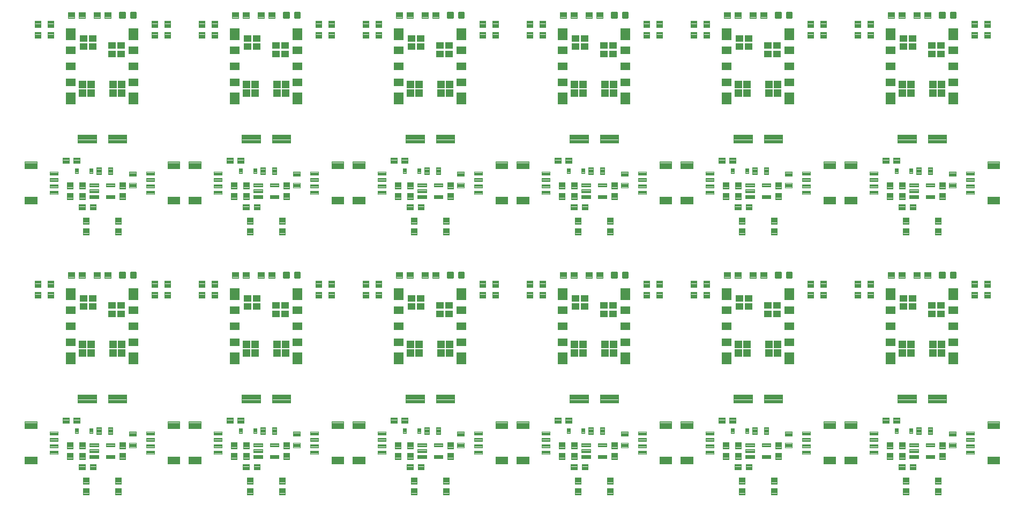
<source format=gtp>
G04 EAGLE Gerber RS-274X export*
G75*
%MOMM*%
%FSLAX34Y34*%
%LPD*%
%INSolderpaste Top*%
%IPPOS*%
%AMOC8*
5,1,8,0,0,1.08239X$1,22.5*%
G01*
%ADD10R,1.500000X1.850000*%
%ADD11R,1.500000X1.300000*%
%ADD12R,1.210000X1.100000*%
%ADD13R,1.160000X1.160000*%
%ADD14C,0.104000*%
%ADD15C,0.096000*%
%ADD16C,0.102000*%
%ADD17C,0.100653*%
%ADD18C,0.100000*%
%ADD19C,0.100800*%
%ADD20C,0.098000*%
%ADD21C,0.300000*%


D10*
X77500Y361950D03*
X77500Y260350D03*
X176500Y361950D03*
X176500Y260350D03*
D11*
X176500Y336550D03*
X176500Y311150D03*
X176500Y285750D03*
X77500Y336550D03*
X77500Y311150D03*
X77500Y285750D03*
D12*
X156500Y344200D03*
X156500Y331200D03*
X142400Y344200D03*
X142400Y331200D03*
X111600Y355700D03*
X111600Y342700D03*
X97500Y355700D03*
X97500Y342700D03*
D13*
X157950Y282450D03*
X157950Y268850D03*
X144350Y282450D03*
X144350Y268850D03*
X109650Y282450D03*
X109650Y268850D03*
X96050Y282450D03*
X96050Y268850D03*
D14*
X136330Y151530D02*
X143290Y151530D01*
X143290Y140570D01*
X136330Y140570D01*
X136330Y151530D01*
X136330Y141558D02*
X143290Y141558D01*
X143290Y142546D02*
X136330Y142546D01*
X136330Y143534D02*
X143290Y143534D01*
X143290Y144522D02*
X136330Y144522D01*
X136330Y145510D02*
X143290Y145510D01*
X143290Y146498D02*
X136330Y146498D01*
X136330Y147486D02*
X143290Y147486D01*
X143290Y148474D02*
X136330Y148474D01*
X136330Y149462D02*
X143290Y149462D01*
X143290Y150450D02*
X136330Y150450D01*
X136330Y151438D02*
X143290Y151438D01*
X125290Y151530D02*
X118330Y151530D01*
X125290Y151530D02*
X125290Y140570D01*
X118330Y140570D01*
X118330Y151530D01*
X118330Y141558D02*
X125290Y141558D01*
X125290Y142546D02*
X118330Y142546D01*
X118330Y143534D02*
X125290Y143534D01*
X125290Y144522D02*
X118330Y144522D01*
X118330Y145510D02*
X125290Y145510D01*
X125290Y146498D02*
X118330Y146498D01*
X118330Y147486D02*
X125290Y147486D01*
X125290Y148474D02*
X118330Y148474D01*
X118330Y149462D02*
X125290Y149462D01*
X125290Y150450D02*
X118330Y150450D01*
X118330Y151438D02*
X125290Y151438D01*
D15*
X4530Y149480D02*
X4530Y160520D01*
X23570Y160520D01*
X23570Y149480D01*
X4530Y149480D01*
X4530Y150392D02*
X23570Y150392D01*
X23570Y151304D02*
X4530Y151304D01*
X4530Y152216D02*
X23570Y152216D01*
X23570Y153128D02*
X4530Y153128D01*
X4530Y154040D02*
X23570Y154040D01*
X23570Y154952D02*
X4530Y154952D01*
X4530Y155864D02*
X23570Y155864D01*
X23570Y156776D02*
X4530Y156776D01*
X4530Y157688D02*
X23570Y157688D01*
X23570Y158600D02*
X4530Y158600D01*
X4530Y159512D02*
X23570Y159512D01*
X23570Y160424D02*
X4530Y160424D01*
X4530Y104520D02*
X4530Y93480D01*
X4530Y104520D02*
X23570Y104520D01*
X23570Y93480D01*
X4530Y93480D01*
X4530Y94392D02*
X23570Y94392D01*
X23570Y95304D02*
X4530Y95304D01*
X4530Y96216D02*
X23570Y96216D01*
X23570Y97128D02*
X4530Y97128D01*
X4530Y98040D02*
X23570Y98040D01*
X23570Y98952D02*
X4530Y98952D01*
X4530Y99864D02*
X23570Y99864D01*
X23570Y100776D02*
X4530Y100776D01*
X4530Y101688D02*
X23570Y101688D01*
X23570Y102600D02*
X4530Y102600D01*
X4530Y103512D02*
X23570Y103512D01*
X23570Y104424D02*
X4530Y104424D01*
D16*
X44560Y139510D02*
X44560Y144490D01*
X57040Y144490D01*
X57040Y139510D01*
X44560Y139510D01*
X44560Y140479D02*
X57040Y140479D01*
X57040Y141448D02*
X44560Y141448D01*
X44560Y142417D02*
X57040Y142417D01*
X57040Y143386D02*
X44560Y143386D01*
X44560Y144355D02*
X57040Y144355D01*
X44560Y134490D02*
X44560Y129510D01*
X44560Y134490D02*
X57040Y134490D01*
X57040Y129510D01*
X44560Y129510D01*
X44560Y130479D02*
X57040Y130479D01*
X57040Y131448D02*
X44560Y131448D01*
X44560Y132417D02*
X57040Y132417D01*
X57040Y133386D02*
X44560Y133386D01*
X44560Y134355D02*
X57040Y134355D01*
X44560Y124490D02*
X44560Y119510D01*
X44560Y124490D02*
X57040Y124490D01*
X57040Y119510D01*
X44560Y119510D01*
X44560Y120479D02*
X57040Y120479D01*
X57040Y121448D02*
X44560Y121448D01*
X44560Y122417D02*
X57040Y122417D01*
X57040Y123386D02*
X44560Y123386D01*
X44560Y124355D02*
X57040Y124355D01*
X44560Y114490D02*
X44560Y109510D01*
X44560Y114490D02*
X57040Y114490D01*
X57040Y109510D01*
X44560Y109510D01*
X44560Y110479D02*
X57040Y110479D01*
X57040Y111448D02*
X44560Y111448D01*
X44560Y112417D02*
X57040Y112417D01*
X57040Y113386D02*
X44560Y113386D01*
X44560Y114355D02*
X57040Y114355D01*
D15*
X249470Y104520D02*
X249470Y93480D01*
X230430Y93480D01*
X230430Y104520D01*
X249470Y104520D01*
X249470Y94392D02*
X230430Y94392D01*
X230430Y95304D02*
X249470Y95304D01*
X249470Y96216D02*
X230430Y96216D01*
X230430Y97128D02*
X249470Y97128D01*
X249470Y98040D02*
X230430Y98040D01*
X230430Y98952D02*
X249470Y98952D01*
X249470Y99864D02*
X230430Y99864D01*
X230430Y100776D02*
X249470Y100776D01*
X249470Y101688D02*
X230430Y101688D01*
X230430Y102600D02*
X249470Y102600D01*
X249470Y103512D02*
X230430Y103512D01*
X230430Y104424D02*
X249470Y104424D01*
X249470Y149480D02*
X249470Y160520D01*
X249470Y149480D02*
X230430Y149480D01*
X230430Y160520D01*
X249470Y160520D01*
X249470Y150392D02*
X230430Y150392D01*
X230430Y151304D02*
X249470Y151304D01*
X249470Y152216D02*
X230430Y152216D01*
X230430Y153128D02*
X249470Y153128D01*
X249470Y154040D02*
X230430Y154040D01*
X230430Y154952D02*
X249470Y154952D01*
X249470Y155864D02*
X230430Y155864D01*
X230430Y156776D02*
X249470Y156776D01*
X249470Y157688D02*
X230430Y157688D01*
X230430Y158600D02*
X249470Y158600D01*
X249470Y159512D02*
X230430Y159512D01*
X230430Y160424D02*
X249470Y160424D01*
D16*
X209440Y114490D02*
X209440Y109510D01*
X196960Y109510D01*
X196960Y114490D01*
X209440Y114490D01*
X209440Y110479D02*
X196960Y110479D01*
X196960Y111448D02*
X209440Y111448D01*
X209440Y112417D02*
X196960Y112417D01*
X196960Y113386D02*
X209440Y113386D01*
X209440Y114355D02*
X196960Y114355D01*
X209440Y119510D02*
X209440Y124490D01*
X209440Y119510D02*
X196960Y119510D01*
X196960Y124490D01*
X209440Y124490D01*
X209440Y120479D02*
X196960Y120479D01*
X196960Y121448D02*
X209440Y121448D01*
X209440Y122417D02*
X196960Y122417D01*
X196960Y123386D02*
X209440Y123386D01*
X209440Y124355D02*
X196960Y124355D01*
X209440Y129510D02*
X209440Y134490D01*
X209440Y129510D02*
X196960Y129510D01*
X196960Y134490D01*
X209440Y134490D01*
X209440Y130479D02*
X196960Y130479D01*
X196960Y131448D02*
X209440Y131448D01*
X209440Y132417D02*
X196960Y132417D01*
X196960Y133386D02*
X209440Y133386D01*
X209440Y134355D02*
X196960Y134355D01*
X209440Y139510D02*
X209440Y144490D01*
X209440Y139510D02*
X196960Y139510D01*
X196960Y144490D01*
X209440Y144490D01*
X209440Y140479D02*
X196960Y140479D01*
X196960Y141448D02*
X209440Y141448D01*
X209440Y142417D02*
X196960Y142417D01*
X196960Y143386D02*
X209440Y143386D01*
X209440Y144355D02*
X196960Y144355D01*
D17*
X121008Y121158D02*
X106926Y121158D01*
X106926Y126442D01*
X121008Y126442D01*
X121008Y121158D01*
X121008Y122115D02*
X106926Y122115D01*
X106926Y123072D02*
X121008Y123072D01*
X121008Y124029D02*
X106926Y124029D01*
X106926Y124986D02*
X121008Y124986D01*
X121008Y125943D02*
X106926Y125943D01*
X106926Y111658D02*
X121008Y111658D01*
X106926Y111658D02*
X106926Y116942D01*
X121008Y116942D01*
X121008Y111658D01*
X121008Y112615D02*
X106926Y112615D01*
X106926Y113572D02*
X121008Y113572D01*
X121008Y114529D02*
X106926Y114529D01*
X106926Y115486D02*
X121008Y115486D01*
X121008Y116443D02*
X106926Y116443D01*
X106926Y102158D02*
X121008Y102158D01*
X106926Y102158D02*
X106926Y107442D01*
X121008Y107442D01*
X121008Y102158D01*
X121008Y103115D02*
X106926Y103115D01*
X106926Y104072D02*
X121008Y104072D01*
X121008Y105029D02*
X106926Y105029D01*
X106926Y105986D02*
X121008Y105986D01*
X121008Y106943D02*
X106926Y106943D01*
X132992Y102158D02*
X147074Y102158D01*
X132992Y102158D02*
X132992Y107442D01*
X147074Y107442D01*
X147074Y102158D01*
X147074Y103115D02*
X132992Y103115D01*
X132992Y104072D02*
X147074Y104072D01*
X147074Y105029D02*
X132992Y105029D01*
X132992Y105986D02*
X147074Y105986D01*
X147074Y106943D02*
X132992Y106943D01*
X132992Y121158D02*
X147074Y121158D01*
X132992Y121158D02*
X132992Y126442D01*
X147074Y126442D01*
X147074Y121158D01*
X147074Y122115D02*
X132992Y122115D01*
X132992Y123072D02*
X147074Y123072D01*
X147074Y124029D02*
X132992Y124029D01*
X132992Y124986D02*
X147074Y124986D01*
X147074Y125943D02*
X132992Y125943D01*
D14*
X180740Y126560D02*
X180740Y119600D01*
X169780Y119600D01*
X169780Y126560D01*
X180740Y126560D01*
X180740Y120588D02*
X169780Y120588D01*
X169780Y121576D02*
X180740Y121576D01*
X180740Y122564D02*
X169780Y122564D01*
X169780Y123552D02*
X180740Y123552D01*
X180740Y124540D02*
X169780Y124540D01*
X169780Y125528D02*
X180740Y125528D01*
X180740Y126516D02*
X169780Y126516D01*
X180740Y137600D02*
X180740Y144560D01*
X180740Y137600D02*
X169780Y137600D01*
X169780Y144560D01*
X180740Y144560D01*
X180740Y138588D02*
X169780Y138588D01*
X169780Y139576D02*
X180740Y139576D01*
X180740Y140564D02*
X169780Y140564D01*
X169780Y141552D02*
X180740Y141552D01*
X180740Y142540D02*
X169780Y142540D01*
X169780Y143528D02*
X180740Y143528D01*
X180740Y144516D02*
X169780Y144516D01*
D18*
X91850Y167060D02*
X81850Y167060D01*
X91850Y167060D02*
X91850Y158060D01*
X81850Y158060D01*
X81850Y167060D01*
X81850Y159010D02*
X91850Y159010D01*
X91850Y159960D02*
X81850Y159960D01*
X81850Y160910D02*
X91850Y160910D01*
X91850Y161860D02*
X81850Y161860D01*
X81850Y162810D02*
X91850Y162810D01*
X91850Y163760D02*
X81850Y163760D01*
X81850Y164710D02*
X91850Y164710D01*
X91850Y165660D02*
X81850Y165660D01*
X81850Y166610D02*
X91850Y166610D01*
X74850Y167060D02*
X64850Y167060D01*
X74850Y167060D02*
X74850Y158060D01*
X64850Y158060D01*
X64850Y167060D01*
X64850Y159010D02*
X74850Y159010D01*
X74850Y159960D02*
X64850Y159960D01*
X64850Y160910D02*
X74850Y160910D01*
X74850Y161860D02*
X64850Y161860D01*
X64850Y162810D02*
X74850Y162810D01*
X74850Y163760D02*
X64850Y163760D01*
X64850Y164710D02*
X74850Y164710D01*
X74850Y165660D02*
X64850Y165660D01*
X64850Y166610D02*
X74850Y166610D01*
X90750Y127800D02*
X90750Y117800D01*
X90750Y127800D02*
X99750Y127800D01*
X99750Y117800D01*
X90750Y117800D01*
X90750Y118750D02*
X99750Y118750D01*
X99750Y119700D02*
X90750Y119700D01*
X90750Y120650D02*
X99750Y120650D01*
X99750Y121600D02*
X90750Y121600D01*
X90750Y122550D02*
X99750Y122550D01*
X99750Y123500D02*
X90750Y123500D01*
X90750Y124450D02*
X99750Y124450D01*
X99750Y125400D02*
X90750Y125400D01*
X90750Y126350D02*
X99750Y126350D01*
X99750Y127300D02*
X90750Y127300D01*
X90750Y110800D02*
X90750Y100800D01*
X90750Y110800D02*
X99750Y110800D01*
X99750Y100800D01*
X90750Y100800D01*
X90750Y101750D02*
X99750Y101750D01*
X99750Y102700D02*
X90750Y102700D01*
X90750Y103650D02*
X99750Y103650D01*
X99750Y104600D02*
X90750Y104600D01*
X90750Y105550D02*
X99750Y105550D01*
X99750Y106500D02*
X90750Y106500D01*
X90750Y107450D02*
X99750Y107450D01*
X99750Y108400D02*
X90750Y108400D01*
X90750Y109350D02*
X99750Y109350D01*
X99750Y110300D02*
X90750Y110300D01*
X80700Y110800D02*
X80700Y100800D01*
X71700Y100800D01*
X71700Y110800D01*
X80700Y110800D01*
X80700Y101750D02*
X71700Y101750D01*
X71700Y102700D02*
X80700Y102700D01*
X80700Y103650D02*
X71700Y103650D01*
X71700Y104600D02*
X80700Y104600D01*
X80700Y105550D02*
X71700Y105550D01*
X71700Y106500D02*
X80700Y106500D01*
X80700Y107450D02*
X71700Y107450D01*
X71700Y108400D02*
X80700Y108400D01*
X80700Y109350D02*
X71700Y109350D01*
X71700Y110300D02*
X80700Y110300D01*
X80700Y117800D02*
X80700Y127800D01*
X80700Y117800D02*
X71700Y117800D01*
X71700Y127800D01*
X80700Y127800D01*
X80700Y118750D02*
X71700Y118750D01*
X71700Y119700D02*
X80700Y119700D01*
X80700Y120650D02*
X71700Y120650D01*
X71700Y121600D02*
X80700Y121600D01*
X80700Y122550D02*
X71700Y122550D01*
X71700Y123500D02*
X80700Y123500D01*
X80700Y124450D02*
X71700Y124450D01*
X71700Y125400D02*
X80700Y125400D01*
X80700Y126350D02*
X71700Y126350D01*
X71700Y127300D02*
X80700Y127300D01*
X107386Y93400D02*
X117386Y93400D01*
X117386Y84400D01*
X107386Y84400D01*
X107386Y93400D01*
X107386Y85350D02*
X117386Y85350D01*
X117386Y86300D02*
X107386Y86300D01*
X107386Y87250D02*
X117386Y87250D01*
X117386Y88200D02*
X107386Y88200D01*
X107386Y89150D02*
X117386Y89150D01*
X117386Y90100D02*
X107386Y90100D01*
X107386Y91050D02*
X117386Y91050D01*
X117386Y92000D02*
X107386Y92000D01*
X107386Y92950D02*
X117386Y92950D01*
X100386Y93400D02*
X90386Y93400D01*
X100386Y93400D02*
X100386Y84400D01*
X90386Y84400D01*
X90386Y93400D01*
X90386Y85350D02*
X100386Y85350D01*
X100386Y86300D02*
X90386Y86300D01*
X90386Y87250D02*
X100386Y87250D01*
X100386Y88200D02*
X90386Y88200D01*
X90386Y89150D02*
X100386Y89150D01*
X100386Y90100D02*
X90386Y90100D01*
X90386Y91050D02*
X100386Y91050D01*
X100386Y92000D02*
X90386Y92000D01*
X90386Y92950D02*
X100386Y92950D01*
D19*
X88936Y142404D02*
X83644Y142404D01*
X83644Y149696D01*
X88936Y149696D01*
X88936Y142404D01*
X88936Y143362D02*
X83644Y143362D01*
X83644Y144320D02*
X88936Y144320D01*
X88936Y145278D02*
X83644Y145278D01*
X83644Y146236D02*
X88936Y146236D01*
X88936Y147194D02*
X83644Y147194D01*
X83644Y148152D02*
X88936Y148152D01*
X88936Y149110D02*
X83644Y149110D01*
X106644Y142404D02*
X111936Y142404D01*
X106644Y142404D02*
X106644Y149696D01*
X111936Y149696D01*
X111936Y142404D01*
X111936Y143362D02*
X106644Y143362D01*
X106644Y144320D02*
X111936Y144320D01*
X111936Y145278D02*
X106644Y145278D01*
X106644Y146236D02*
X111936Y146236D01*
X111936Y147194D02*
X106644Y147194D01*
X106644Y148152D02*
X111936Y148152D01*
X111936Y149110D02*
X106644Y149110D01*
D18*
X163250Y110800D02*
X163250Y100800D01*
X154250Y100800D01*
X154250Y110800D01*
X163250Y110800D01*
X163250Y101750D02*
X154250Y101750D01*
X154250Y102700D02*
X163250Y102700D01*
X163250Y103650D02*
X154250Y103650D01*
X154250Y104600D02*
X163250Y104600D01*
X163250Y105550D02*
X154250Y105550D01*
X154250Y106500D02*
X163250Y106500D01*
X163250Y107450D02*
X154250Y107450D01*
X154250Y108400D02*
X163250Y108400D01*
X163250Y109350D02*
X154250Y109350D01*
X154250Y110300D02*
X163250Y110300D01*
X163250Y117800D02*
X163250Y127800D01*
X163250Y117800D02*
X154250Y117800D01*
X154250Y127800D01*
X163250Y127800D01*
X163250Y118750D02*
X154250Y118750D01*
X154250Y119700D02*
X163250Y119700D01*
X163250Y120650D02*
X154250Y120650D01*
X154250Y121600D02*
X163250Y121600D01*
X163250Y122550D02*
X154250Y122550D01*
X154250Y123500D02*
X163250Y123500D01*
X163250Y124450D02*
X154250Y124450D01*
X154250Y125400D02*
X163250Y125400D01*
X163250Y126350D02*
X154250Y126350D01*
X154250Y127300D02*
X163250Y127300D01*
D20*
X117510Y203360D02*
X88490Y203360D01*
X117510Y203360D02*
X117510Y190340D01*
X88490Y190340D01*
X88490Y203360D01*
X88490Y191271D02*
X117510Y191271D01*
X117510Y192202D02*
X88490Y192202D01*
X88490Y193133D02*
X117510Y193133D01*
X117510Y194064D02*
X88490Y194064D01*
X88490Y194995D02*
X117510Y194995D01*
X117510Y195926D02*
X88490Y195926D01*
X88490Y196857D02*
X117510Y196857D01*
X117510Y197788D02*
X88490Y197788D01*
X88490Y198719D02*
X117510Y198719D01*
X117510Y199650D02*
X88490Y199650D01*
X88490Y200581D02*
X117510Y200581D01*
X117510Y201512D02*
X88490Y201512D01*
X88490Y202443D02*
X117510Y202443D01*
X136490Y203360D02*
X165510Y203360D01*
X165510Y190340D01*
X136490Y190340D01*
X136490Y203360D01*
X136490Y191271D02*
X165510Y191271D01*
X165510Y192202D02*
X136490Y192202D01*
X136490Y193133D02*
X165510Y193133D01*
X165510Y194064D02*
X136490Y194064D01*
X136490Y194995D02*
X165510Y194995D01*
X165510Y195926D02*
X136490Y195926D01*
X136490Y196857D02*
X165510Y196857D01*
X165510Y197788D02*
X136490Y197788D01*
X136490Y198719D02*
X165510Y198719D01*
X165510Y199650D02*
X136490Y199650D01*
X136490Y200581D02*
X165510Y200581D01*
X165510Y201512D02*
X136490Y201512D01*
X136490Y202443D02*
X165510Y202443D01*
D18*
X234370Y356070D02*
X234370Y366070D01*
X234370Y356070D02*
X225370Y356070D01*
X225370Y366070D01*
X234370Y366070D01*
X234370Y357020D02*
X225370Y357020D01*
X225370Y357970D02*
X234370Y357970D01*
X234370Y358920D02*
X225370Y358920D01*
X225370Y359870D02*
X234370Y359870D01*
X234370Y360820D02*
X225370Y360820D01*
X225370Y361770D02*
X234370Y361770D01*
X234370Y362720D02*
X225370Y362720D01*
X225370Y363670D02*
X234370Y363670D01*
X234370Y364620D02*
X225370Y364620D01*
X225370Y365570D02*
X234370Y365570D01*
X234370Y373070D02*
X234370Y383070D01*
X234370Y373070D02*
X225370Y373070D01*
X225370Y383070D01*
X234370Y383070D01*
X234370Y374020D02*
X225370Y374020D01*
X225370Y374970D02*
X234370Y374970D01*
X234370Y375920D02*
X225370Y375920D01*
X225370Y376870D02*
X234370Y376870D01*
X234370Y377820D02*
X225370Y377820D01*
X225370Y378770D02*
X234370Y378770D01*
X234370Y379720D02*
X225370Y379720D01*
X225370Y380670D02*
X234370Y380670D01*
X234370Y381620D02*
X225370Y381620D01*
X225370Y382570D02*
X234370Y382570D01*
X214050Y366070D02*
X214050Y356070D01*
X205050Y356070D01*
X205050Y366070D01*
X214050Y366070D01*
X214050Y357020D02*
X205050Y357020D01*
X205050Y357970D02*
X214050Y357970D01*
X214050Y358920D02*
X205050Y358920D01*
X205050Y359870D02*
X214050Y359870D01*
X214050Y360820D02*
X205050Y360820D01*
X205050Y361770D02*
X214050Y361770D01*
X214050Y362720D02*
X205050Y362720D01*
X205050Y363670D02*
X214050Y363670D01*
X214050Y364620D02*
X205050Y364620D01*
X205050Y365570D02*
X214050Y365570D01*
X214050Y373070D02*
X214050Y383070D01*
X214050Y373070D02*
X205050Y373070D01*
X205050Y383070D01*
X214050Y383070D01*
X214050Y374020D02*
X205050Y374020D01*
X205050Y374970D02*
X214050Y374970D01*
X214050Y375920D02*
X205050Y375920D01*
X205050Y376870D02*
X214050Y376870D01*
X214050Y377820D02*
X205050Y377820D01*
X205050Y378770D02*
X214050Y378770D01*
X214050Y379720D02*
X205050Y379720D01*
X205050Y380670D02*
X214050Y380670D01*
X214050Y381620D02*
X205050Y381620D01*
X205050Y382570D02*
X214050Y382570D01*
X50220Y366070D02*
X50220Y356070D01*
X41220Y356070D01*
X41220Y366070D01*
X50220Y366070D01*
X50220Y357020D02*
X41220Y357020D01*
X41220Y357970D02*
X50220Y357970D01*
X50220Y358920D02*
X41220Y358920D01*
X41220Y359870D02*
X50220Y359870D01*
X50220Y360820D02*
X41220Y360820D01*
X41220Y361770D02*
X50220Y361770D01*
X50220Y362720D02*
X41220Y362720D01*
X41220Y363670D02*
X50220Y363670D01*
X50220Y364620D02*
X41220Y364620D01*
X41220Y365570D02*
X50220Y365570D01*
X50220Y373070D02*
X50220Y383070D01*
X50220Y373070D02*
X41220Y373070D01*
X41220Y383070D01*
X50220Y383070D01*
X50220Y374020D02*
X41220Y374020D01*
X41220Y374970D02*
X50220Y374970D01*
X50220Y375920D02*
X41220Y375920D01*
X41220Y376870D02*
X50220Y376870D01*
X50220Y377820D02*
X41220Y377820D01*
X41220Y378770D02*
X50220Y378770D01*
X50220Y379720D02*
X41220Y379720D01*
X41220Y380670D02*
X50220Y380670D01*
X50220Y381620D02*
X41220Y381620D01*
X41220Y382570D02*
X50220Y382570D01*
X29900Y366070D02*
X29900Y356070D01*
X20900Y356070D01*
X20900Y366070D01*
X29900Y366070D01*
X29900Y357020D02*
X20900Y357020D01*
X20900Y357970D02*
X29900Y357970D01*
X29900Y358920D02*
X20900Y358920D01*
X20900Y359870D02*
X29900Y359870D01*
X29900Y360820D02*
X20900Y360820D01*
X20900Y361770D02*
X29900Y361770D01*
X29900Y362720D02*
X20900Y362720D01*
X20900Y363670D02*
X29900Y363670D01*
X29900Y364620D02*
X20900Y364620D01*
X20900Y365570D02*
X29900Y365570D01*
X29900Y373070D02*
X29900Y383070D01*
X29900Y373070D02*
X20900Y373070D01*
X20900Y383070D01*
X29900Y383070D01*
X29900Y374020D02*
X20900Y374020D01*
X20900Y374970D02*
X29900Y374970D01*
X29900Y375920D02*
X20900Y375920D01*
X20900Y376870D02*
X29900Y376870D01*
X29900Y377820D02*
X20900Y377820D01*
X20900Y378770D02*
X29900Y378770D01*
X29900Y379720D02*
X20900Y379720D01*
X20900Y380670D02*
X29900Y380670D01*
X29900Y381620D02*
X20900Y381620D01*
X20900Y382570D02*
X29900Y382570D01*
X156900Y54920D02*
X156900Y44920D01*
X147900Y44920D01*
X147900Y54920D01*
X156900Y54920D01*
X156900Y45870D02*
X147900Y45870D01*
X147900Y46820D02*
X156900Y46820D01*
X156900Y47770D02*
X147900Y47770D01*
X147900Y48720D02*
X156900Y48720D01*
X156900Y49670D02*
X147900Y49670D01*
X147900Y50620D02*
X156900Y50620D01*
X156900Y51570D02*
X147900Y51570D01*
X147900Y52520D02*
X156900Y52520D01*
X156900Y53470D02*
X147900Y53470D01*
X147900Y54420D02*
X156900Y54420D01*
X156900Y61920D02*
X156900Y71920D01*
X156900Y61920D02*
X147900Y61920D01*
X147900Y71920D01*
X156900Y71920D01*
X156900Y62870D02*
X147900Y62870D01*
X147900Y63820D02*
X156900Y63820D01*
X156900Y64770D02*
X147900Y64770D01*
X147900Y65720D02*
X156900Y65720D01*
X156900Y66670D02*
X147900Y66670D01*
X147900Y67620D02*
X156900Y67620D01*
X156900Y68570D02*
X147900Y68570D01*
X147900Y69520D02*
X156900Y69520D01*
X156900Y70470D02*
X147900Y70470D01*
X147900Y71420D02*
X156900Y71420D01*
X106100Y54920D02*
X106100Y44920D01*
X97100Y44920D01*
X97100Y54920D01*
X106100Y54920D01*
X106100Y45870D02*
X97100Y45870D01*
X97100Y46820D02*
X106100Y46820D01*
X106100Y47770D02*
X97100Y47770D01*
X97100Y48720D02*
X106100Y48720D01*
X106100Y49670D02*
X97100Y49670D01*
X97100Y50620D02*
X106100Y50620D01*
X106100Y51570D02*
X97100Y51570D01*
X97100Y52520D02*
X106100Y52520D01*
X106100Y53470D02*
X97100Y53470D01*
X97100Y54420D02*
X106100Y54420D01*
X106100Y61920D02*
X106100Y71920D01*
X106100Y61920D02*
X97100Y61920D01*
X97100Y71920D01*
X106100Y71920D01*
X106100Y62870D02*
X97100Y62870D01*
X97100Y63820D02*
X106100Y63820D01*
X106100Y64770D02*
X97100Y64770D01*
X97100Y65720D02*
X106100Y65720D01*
X106100Y66670D02*
X97100Y66670D01*
X97100Y67620D02*
X106100Y67620D01*
X106100Y68570D02*
X97100Y68570D01*
X97100Y69520D02*
X106100Y69520D01*
X106100Y70470D02*
X97100Y70470D01*
X97100Y71420D02*
X106100Y71420D01*
X130500Y396930D02*
X140500Y396930D01*
X140500Y387930D01*
X130500Y387930D01*
X130500Y396930D01*
X130500Y388880D02*
X140500Y388880D01*
X140500Y389830D02*
X130500Y389830D01*
X130500Y390780D02*
X140500Y390780D01*
X140500Y391730D02*
X130500Y391730D01*
X130500Y392680D02*
X140500Y392680D01*
X140500Y393630D02*
X130500Y393630D01*
X130500Y394580D02*
X140500Y394580D01*
X140500Y395530D02*
X130500Y395530D01*
X130500Y396480D02*
X140500Y396480D01*
X123500Y396930D02*
X113500Y396930D01*
X123500Y396930D02*
X123500Y387930D01*
X113500Y387930D01*
X113500Y396930D01*
X113500Y388880D02*
X123500Y388880D01*
X123500Y389830D02*
X113500Y389830D01*
X113500Y390780D02*
X123500Y390780D01*
X123500Y391730D02*
X113500Y391730D01*
X113500Y392680D02*
X123500Y392680D01*
X123500Y393630D02*
X113500Y393630D01*
X113500Y394580D02*
X123500Y394580D01*
X123500Y395530D02*
X113500Y395530D01*
X113500Y396480D02*
X123500Y396480D01*
D21*
X172910Y395930D02*
X172910Y388930D01*
X172910Y395930D02*
X179910Y395930D01*
X179910Y388930D01*
X172910Y388930D01*
X172910Y391780D02*
X179910Y391780D01*
X179910Y394630D02*
X172910Y394630D01*
X155370Y395930D02*
X155370Y388930D01*
X155370Y395930D02*
X162370Y395930D01*
X162370Y388930D01*
X155370Y388930D01*
X155370Y391780D02*
X162370Y391780D01*
X162370Y394630D02*
X155370Y394630D01*
D18*
X99860Y396930D02*
X89860Y396930D01*
X99860Y396930D02*
X99860Y387930D01*
X89860Y387930D01*
X89860Y396930D01*
X89860Y388880D02*
X99860Y388880D01*
X99860Y389830D02*
X89860Y389830D01*
X89860Y390780D02*
X99860Y390780D01*
X99860Y391730D02*
X89860Y391730D01*
X89860Y392680D02*
X99860Y392680D01*
X99860Y393630D02*
X89860Y393630D01*
X89860Y394580D02*
X99860Y394580D01*
X99860Y395530D02*
X89860Y395530D01*
X89860Y396480D02*
X99860Y396480D01*
X82860Y396930D02*
X72860Y396930D01*
X82860Y396930D02*
X82860Y387930D01*
X72860Y387930D01*
X72860Y396930D01*
X72860Y388880D02*
X82860Y388880D01*
X82860Y389830D02*
X72860Y389830D01*
X72860Y390780D02*
X82860Y390780D01*
X82860Y391730D02*
X72860Y391730D01*
X72860Y392680D02*
X82860Y392680D01*
X82860Y393630D02*
X72860Y393630D01*
X72860Y394580D02*
X82860Y394580D01*
X82860Y395530D02*
X72860Y395530D01*
X72860Y396480D02*
X82860Y396480D01*
D10*
X336580Y361950D03*
X336580Y260350D03*
X435580Y361950D03*
X435580Y260350D03*
D11*
X435580Y336550D03*
X435580Y311150D03*
X435580Y285750D03*
X336580Y336550D03*
X336580Y311150D03*
X336580Y285750D03*
D12*
X415580Y344200D03*
X415580Y331200D03*
X401480Y344200D03*
X401480Y331200D03*
X370680Y355700D03*
X370680Y342700D03*
X356580Y355700D03*
X356580Y342700D03*
D13*
X417030Y282450D03*
X417030Y268850D03*
X403430Y282450D03*
X403430Y268850D03*
X368730Y282450D03*
X368730Y268850D03*
X355130Y282450D03*
X355130Y268850D03*
D14*
X395410Y151530D02*
X402370Y151530D01*
X402370Y140570D01*
X395410Y140570D01*
X395410Y151530D01*
X395410Y141558D02*
X402370Y141558D01*
X402370Y142546D02*
X395410Y142546D01*
X395410Y143534D02*
X402370Y143534D01*
X402370Y144522D02*
X395410Y144522D01*
X395410Y145510D02*
X402370Y145510D01*
X402370Y146498D02*
X395410Y146498D01*
X395410Y147486D02*
X402370Y147486D01*
X402370Y148474D02*
X395410Y148474D01*
X395410Y149462D02*
X402370Y149462D01*
X402370Y150450D02*
X395410Y150450D01*
X395410Y151438D02*
X402370Y151438D01*
X384370Y151530D02*
X377410Y151530D01*
X384370Y151530D02*
X384370Y140570D01*
X377410Y140570D01*
X377410Y151530D01*
X377410Y141558D02*
X384370Y141558D01*
X384370Y142546D02*
X377410Y142546D01*
X377410Y143534D02*
X384370Y143534D01*
X384370Y144522D02*
X377410Y144522D01*
X377410Y145510D02*
X384370Y145510D01*
X384370Y146498D02*
X377410Y146498D01*
X377410Y147486D02*
X384370Y147486D01*
X384370Y148474D02*
X377410Y148474D01*
X377410Y149462D02*
X384370Y149462D01*
X384370Y150450D02*
X377410Y150450D01*
X377410Y151438D02*
X384370Y151438D01*
D15*
X263610Y149480D02*
X263610Y160520D01*
X282650Y160520D01*
X282650Y149480D01*
X263610Y149480D01*
X263610Y150392D02*
X282650Y150392D01*
X282650Y151304D02*
X263610Y151304D01*
X263610Y152216D02*
X282650Y152216D01*
X282650Y153128D02*
X263610Y153128D01*
X263610Y154040D02*
X282650Y154040D01*
X282650Y154952D02*
X263610Y154952D01*
X263610Y155864D02*
X282650Y155864D01*
X282650Y156776D02*
X263610Y156776D01*
X263610Y157688D02*
X282650Y157688D01*
X282650Y158600D02*
X263610Y158600D01*
X263610Y159512D02*
X282650Y159512D01*
X282650Y160424D02*
X263610Y160424D01*
X263610Y104520D02*
X263610Y93480D01*
X263610Y104520D02*
X282650Y104520D01*
X282650Y93480D01*
X263610Y93480D01*
X263610Y94392D02*
X282650Y94392D01*
X282650Y95304D02*
X263610Y95304D01*
X263610Y96216D02*
X282650Y96216D01*
X282650Y97128D02*
X263610Y97128D01*
X263610Y98040D02*
X282650Y98040D01*
X282650Y98952D02*
X263610Y98952D01*
X263610Y99864D02*
X282650Y99864D01*
X282650Y100776D02*
X263610Y100776D01*
X263610Y101688D02*
X282650Y101688D01*
X282650Y102600D02*
X263610Y102600D01*
X263610Y103512D02*
X282650Y103512D01*
X282650Y104424D02*
X263610Y104424D01*
D16*
X303640Y139510D02*
X303640Y144490D01*
X316120Y144490D01*
X316120Y139510D01*
X303640Y139510D01*
X303640Y140479D02*
X316120Y140479D01*
X316120Y141448D02*
X303640Y141448D01*
X303640Y142417D02*
X316120Y142417D01*
X316120Y143386D02*
X303640Y143386D01*
X303640Y144355D02*
X316120Y144355D01*
X303640Y134490D02*
X303640Y129510D01*
X303640Y134490D02*
X316120Y134490D01*
X316120Y129510D01*
X303640Y129510D01*
X303640Y130479D02*
X316120Y130479D01*
X316120Y131448D02*
X303640Y131448D01*
X303640Y132417D02*
X316120Y132417D01*
X316120Y133386D02*
X303640Y133386D01*
X303640Y134355D02*
X316120Y134355D01*
X303640Y124490D02*
X303640Y119510D01*
X303640Y124490D02*
X316120Y124490D01*
X316120Y119510D01*
X303640Y119510D01*
X303640Y120479D02*
X316120Y120479D01*
X316120Y121448D02*
X303640Y121448D01*
X303640Y122417D02*
X316120Y122417D01*
X316120Y123386D02*
X303640Y123386D01*
X303640Y124355D02*
X316120Y124355D01*
X303640Y114490D02*
X303640Y109510D01*
X303640Y114490D02*
X316120Y114490D01*
X316120Y109510D01*
X303640Y109510D01*
X303640Y110479D02*
X316120Y110479D01*
X316120Y111448D02*
X303640Y111448D01*
X303640Y112417D02*
X316120Y112417D01*
X316120Y113386D02*
X303640Y113386D01*
X303640Y114355D02*
X316120Y114355D01*
D15*
X508550Y104520D02*
X508550Y93480D01*
X489510Y93480D01*
X489510Y104520D01*
X508550Y104520D01*
X508550Y94392D02*
X489510Y94392D01*
X489510Y95304D02*
X508550Y95304D01*
X508550Y96216D02*
X489510Y96216D01*
X489510Y97128D02*
X508550Y97128D01*
X508550Y98040D02*
X489510Y98040D01*
X489510Y98952D02*
X508550Y98952D01*
X508550Y99864D02*
X489510Y99864D01*
X489510Y100776D02*
X508550Y100776D01*
X508550Y101688D02*
X489510Y101688D01*
X489510Y102600D02*
X508550Y102600D01*
X508550Y103512D02*
X489510Y103512D01*
X489510Y104424D02*
X508550Y104424D01*
X508550Y149480D02*
X508550Y160520D01*
X508550Y149480D02*
X489510Y149480D01*
X489510Y160520D01*
X508550Y160520D01*
X508550Y150392D02*
X489510Y150392D01*
X489510Y151304D02*
X508550Y151304D01*
X508550Y152216D02*
X489510Y152216D01*
X489510Y153128D02*
X508550Y153128D01*
X508550Y154040D02*
X489510Y154040D01*
X489510Y154952D02*
X508550Y154952D01*
X508550Y155864D02*
X489510Y155864D01*
X489510Y156776D02*
X508550Y156776D01*
X508550Y157688D02*
X489510Y157688D01*
X489510Y158600D02*
X508550Y158600D01*
X508550Y159512D02*
X489510Y159512D01*
X489510Y160424D02*
X508550Y160424D01*
D16*
X468520Y114490D02*
X468520Y109510D01*
X456040Y109510D01*
X456040Y114490D01*
X468520Y114490D01*
X468520Y110479D02*
X456040Y110479D01*
X456040Y111448D02*
X468520Y111448D01*
X468520Y112417D02*
X456040Y112417D01*
X456040Y113386D02*
X468520Y113386D01*
X468520Y114355D02*
X456040Y114355D01*
X468520Y119510D02*
X468520Y124490D01*
X468520Y119510D02*
X456040Y119510D01*
X456040Y124490D01*
X468520Y124490D01*
X468520Y120479D02*
X456040Y120479D01*
X456040Y121448D02*
X468520Y121448D01*
X468520Y122417D02*
X456040Y122417D01*
X456040Y123386D02*
X468520Y123386D01*
X468520Y124355D02*
X456040Y124355D01*
X468520Y129510D02*
X468520Y134490D01*
X468520Y129510D02*
X456040Y129510D01*
X456040Y134490D01*
X468520Y134490D01*
X468520Y130479D02*
X456040Y130479D01*
X456040Y131448D02*
X468520Y131448D01*
X468520Y132417D02*
X456040Y132417D01*
X456040Y133386D02*
X468520Y133386D01*
X468520Y134355D02*
X456040Y134355D01*
X468520Y139510D02*
X468520Y144490D01*
X468520Y139510D02*
X456040Y139510D01*
X456040Y144490D01*
X468520Y144490D01*
X468520Y140479D02*
X456040Y140479D01*
X456040Y141448D02*
X468520Y141448D01*
X468520Y142417D02*
X456040Y142417D01*
X456040Y143386D02*
X468520Y143386D01*
X468520Y144355D02*
X456040Y144355D01*
D17*
X380088Y121158D02*
X366006Y121158D01*
X366006Y126442D01*
X380088Y126442D01*
X380088Y121158D01*
X380088Y122115D02*
X366006Y122115D01*
X366006Y123072D02*
X380088Y123072D01*
X380088Y124029D02*
X366006Y124029D01*
X366006Y124986D02*
X380088Y124986D01*
X380088Y125943D02*
X366006Y125943D01*
X366006Y111658D02*
X380088Y111658D01*
X366006Y111658D02*
X366006Y116942D01*
X380088Y116942D01*
X380088Y111658D01*
X380088Y112615D02*
X366006Y112615D01*
X366006Y113572D02*
X380088Y113572D01*
X380088Y114529D02*
X366006Y114529D01*
X366006Y115486D02*
X380088Y115486D01*
X380088Y116443D02*
X366006Y116443D01*
X366006Y102158D02*
X380088Y102158D01*
X366006Y102158D02*
X366006Y107442D01*
X380088Y107442D01*
X380088Y102158D01*
X380088Y103115D02*
X366006Y103115D01*
X366006Y104072D02*
X380088Y104072D01*
X380088Y105029D02*
X366006Y105029D01*
X366006Y105986D02*
X380088Y105986D01*
X380088Y106943D02*
X366006Y106943D01*
X392072Y102158D02*
X406154Y102158D01*
X392072Y102158D02*
X392072Y107442D01*
X406154Y107442D01*
X406154Y102158D01*
X406154Y103115D02*
X392072Y103115D01*
X392072Y104072D02*
X406154Y104072D01*
X406154Y105029D02*
X392072Y105029D01*
X392072Y105986D02*
X406154Y105986D01*
X406154Y106943D02*
X392072Y106943D01*
X392072Y121158D02*
X406154Y121158D01*
X392072Y121158D02*
X392072Y126442D01*
X406154Y126442D01*
X406154Y121158D01*
X406154Y122115D02*
X392072Y122115D01*
X392072Y123072D02*
X406154Y123072D01*
X406154Y124029D02*
X392072Y124029D01*
X392072Y124986D02*
X406154Y124986D01*
X406154Y125943D02*
X392072Y125943D01*
D14*
X439820Y126560D02*
X439820Y119600D01*
X428860Y119600D01*
X428860Y126560D01*
X439820Y126560D01*
X439820Y120588D02*
X428860Y120588D01*
X428860Y121576D02*
X439820Y121576D01*
X439820Y122564D02*
X428860Y122564D01*
X428860Y123552D02*
X439820Y123552D01*
X439820Y124540D02*
X428860Y124540D01*
X428860Y125528D02*
X439820Y125528D01*
X439820Y126516D02*
X428860Y126516D01*
X439820Y137600D02*
X439820Y144560D01*
X439820Y137600D02*
X428860Y137600D01*
X428860Y144560D01*
X439820Y144560D01*
X439820Y138588D02*
X428860Y138588D01*
X428860Y139576D02*
X439820Y139576D01*
X439820Y140564D02*
X428860Y140564D01*
X428860Y141552D02*
X439820Y141552D01*
X439820Y142540D02*
X428860Y142540D01*
X428860Y143528D02*
X439820Y143528D01*
X439820Y144516D02*
X428860Y144516D01*
D18*
X350930Y167060D02*
X340930Y167060D01*
X350930Y167060D02*
X350930Y158060D01*
X340930Y158060D01*
X340930Y167060D01*
X340930Y159010D02*
X350930Y159010D01*
X350930Y159960D02*
X340930Y159960D01*
X340930Y160910D02*
X350930Y160910D01*
X350930Y161860D02*
X340930Y161860D01*
X340930Y162810D02*
X350930Y162810D01*
X350930Y163760D02*
X340930Y163760D01*
X340930Y164710D02*
X350930Y164710D01*
X350930Y165660D02*
X340930Y165660D01*
X340930Y166610D02*
X350930Y166610D01*
X333930Y167060D02*
X323930Y167060D01*
X333930Y167060D02*
X333930Y158060D01*
X323930Y158060D01*
X323930Y167060D01*
X323930Y159010D02*
X333930Y159010D01*
X333930Y159960D02*
X323930Y159960D01*
X323930Y160910D02*
X333930Y160910D01*
X333930Y161860D02*
X323930Y161860D01*
X323930Y162810D02*
X333930Y162810D01*
X333930Y163760D02*
X323930Y163760D01*
X323930Y164710D02*
X333930Y164710D01*
X333930Y165660D02*
X323930Y165660D01*
X323930Y166610D02*
X333930Y166610D01*
X349830Y127800D02*
X349830Y117800D01*
X349830Y127800D02*
X358830Y127800D01*
X358830Y117800D01*
X349830Y117800D01*
X349830Y118750D02*
X358830Y118750D01*
X358830Y119700D02*
X349830Y119700D01*
X349830Y120650D02*
X358830Y120650D01*
X358830Y121600D02*
X349830Y121600D01*
X349830Y122550D02*
X358830Y122550D01*
X358830Y123500D02*
X349830Y123500D01*
X349830Y124450D02*
X358830Y124450D01*
X358830Y125400D02*
X349830Y125400D01*
X349830Y126350D02*
X358830Y126350D01*
X358830Y127300D02*
X349830Y127300D01*
X349830Y110800D02*
X349830Y100800D01*
X349830Y110800D02*
X358830Y110800D01*
X358830Y100800D01*
X349830Y100800D01*
X349830Y101750D02*
X358830Y101750D01*
X358830Y102700D02*
X349830Y102700D01*
X349830Y103650D02*
X358830Y103650D01*
X358830Y104600D02*
X349830Y104600D01*
X349830Y105550D02*
X358830Y105550D01*
X358830Y106500D02*
X349830Y106500D01*
X349830Y107450D02*
X358830Y107450D01*
X358830Y108400D02*
X349830Y108400D01*
X349830Y109350D02*
X358830Y109350D01*
X358830Y110300D02*
X349830Y110300D01*
X339780Y110800D02*
X339780Y100800D01*
X330780Y100800D01*
X330780Y110800D01*
X339780Y110800D01*
X339780Y101750D02*
X330780Y101750D01*
X330780Y102700D02*
X339780Y102700D01*
X339780Y103650D02*
X330780Y103650D01*
X330780Y104600D02*
X339780Y104600D01*
X339780Y105550D02*
X330780Y105550D01*
X330780Y106500D02*
X339780Y106500D01*
X339780Y107450D02*
X330780Y107450D01*
X330780Y108400D02*
X339780Y108400D01*
X339780Y109350D02*
X330780Y109350D01*
X330780Y110300D02*
X339780Y110300D01*
X339780Y117800D02*
X339780Y127800D01*
X339780Y117800D02*
X330780Y117800D01*
X330780Y127800D01*
X339780Y127800D01*
X339780Y118750D02*
X330780Y118750D01*
X330780Y119700D02*
X339780Y119700D01*
X339780Y120650D02*
X330780Y120650D01*
X330780Y121600D02*
X339780Y121600D01*
X339780Y122550D02*
X330780Y122550D01*
X330780Y123500D02*
X339780Y123500D01*
X339780Y124450D02*
X330780Y124450D01*
X330780Y125400D02*
X339780Y125400D01*
X339780Y126350D02*
X330780Y126350D01*
X330780Y127300D02*
X339780Y127300D01*
X366466Y93400D02*
X376466Y93400D01*
X376466Y84400D01*
X366466Y84400D01*
X366466Y93400D01*
X366466Y85350D02*
X376466Y85350D01*
X376466Y86300D02*
X366466Y86300D01*
X366466Y87250D02*
X376466Y87250D01*
X376466Y88200D02*
X366466Y88200D01*
X366466Y89150D02*
X376466Y89150D01*
X376466Y90100D02*
X366466Y90100D01*
X366466Y91050D02*
X376466Y91050D01*
X376466Y92000D02*
X366466Y92000D01*
X366466Y92950D02*
X376466Y92950D01*
X359466Y93400D02*
X349466Y93400D01*
X359466Y93400D02*
X359466Y84400D01*
X349466Y84400D01*
X349466Y93400D01*
X349466Y85350D02*
X359466Y85350D01*
X359466Y86300D02*
X349466Y86300D01*
X349466Y87250D02*
X359466Y87250D01*
X359466Y88200D02*
X349466Y88200D01*
X349466Y89150D02*
X359466Y89150D01*
X359466Y90100D02*
X349466Y90100D01*
X349466Y91050D02*
X359466Y91050D01*
X359466Y92000D02*
X349466Y92000D01*
X349466Y92950D02*
X359466Y92950D01*
D19*
X348016Y142404D02*
X342724Y142404D01*
X342724Y149696D01*
X348016Y149696D01*
X348016Y142404D01*
X348016Y143362D02*
X342724Y143362D01*
X342724Y144320D02*
X348016Y144320D01*
X348016Y145278D02*
X342724Y145278D01*
X342724Y146236D02*
X348016Y146236D01*
X348016Y147194D02*
X342724Y147194D01*
X342724Y148152D02*
X348016Y148152D01*
X348016Y149110D02*
X342724Y149110D01*
X365724Y142404D02*
X371016Y142404D01*
X365724Y142404D02*
X365724Y149696D01*
X371016Y149696D01*
X371016Y142404D01*
X371016Y143362D02*
X365724Y143362D01*
X365724Y144320D02*
X371016Y144320D01*
X371016Y145278D02*
X365724Y145278D01*
X365724Y146236D02*
X371016Y146236D01*
X371016Y147194D02*
X365724Y147194D01*
X365724Y148152D02*
X371016Y148152D01*
X371016Y149110D02*
X365724Y149110D01*
D18*
X422330Y110800D02*
X422330Y100800D01*
X413330Y100800D01*
X413330Y110800D01*
X422330Y110800D01*
X422330Y101750D02*
X413330Y101750D01*
X413330Y102700D02*
X422330Y102700D01*
X422330Y103650D02*
X413330Y103650D01*
X413330Y104600D02*
X422330Y104600D01*
X422330Y105550D02*
X413330Y105550D01*
X413330Y106500D02*
X422330Y106500D01*
X422330Y107450D02*
X413330Y107450D01*
X413330Y108400D02*
X422330Y108400D01*
X422330Y109350D02*
X413330Y109350D01*
X413330Y110300D02*
X422330Y110300D01*
X422330Y117800D02*
X422330Y127800D01*
X422330Y117800D02*
X413330Y117800D01*
X413330Y127800D01*
X422330Y127800D01*
X422330Y118750D02*
X413330Y118750D01*
X413330Y119700D02*
X422330Y119700D01*
X422330Y120650D02*
X413330Y120650D01*
X413330Y121600D02*
X422330Y121600D01*
X422330Y122550D02*
X413330Y122550D01*
X413330Y123500D02*
X422330Y123500D01*
X422330Y124450D02*
X413330Y124450D01*
X413330Y125400D02*
X422330Y125400D01*
X422330Y126350D02*
X413330Y126350D01*
X413330Y127300D02*
X422330Y127300D01*
D20*
X376590Y203360D02*
X347570Y203360D01*
X376590Y203360D02*
X376590Y190340D01*
X347570Y190340D01*
X347570Y203360D01*
X347570Y191271D02*
X376590Y191271D01*
X376590Y192202D02*
X347570Y192202D01*
X347570Y193133D02*
X376590Y193133D01*
X376590Y194064D02*
X347570Y194064D01*
X347570Y194995D02*
X376590Y194995D01*
X376590Y195926D02*
X347570Y195926D01*
X347570Y196857D02*
X376590Y196857D01*
X376590Y197788D02*
X347570Y197788D01*
X347570Y198719D02*
X376590Y198719D01*
X376590Y199650D02*
X347570Y199650D01*
X347570Y200581D02*
X376590Y200581D01*
X376590Y201512D02*
X347570Y201512D01*
X347570Y202443D02*
X376590Y202443D01*
X395570Y203360D02*
X424590Y203360D01*
X424590Y190340D01*
X395570Y190340D01*
X395570Y203360D01*
X395570Y191271D02*
X424590Y191271D01*
X424590Y192202D02*
X395570Y192202D01*
X395570Y193133D02*
X424590Y193133D01*
X424590Y194064D02*
X395570Y194064D01*
X395570Y194995D02*
X424590Y194995D01*
X424590Y195926D02*
X395570Y195926D01*
X395570Y196857D02*
X424590Y196857D01*
X424590Y197788D02*
X395570Y197788D01*
X395570Y198719D02*
X424590Y198719D01*
X424590Y199650D02*
X395570Y199650D01*
X395570Y200581D02*
X424590Y200581D01*
X424590Y201512D02*
X395570Y201512D01*
X395570Y202443D02*
X424590Y202443D01*
D18*
X493450Y356070D02*
X493450Y366070D01*
X493450Y356070D02*
X484450Y356070D01*
X484450Y366070D01*
X493450Y366070D01*
X493450Y357020D02*
X484450Y357020D01*
X484450Y357970D02*
X493450Y357970D01*
X493450Y358920D02*
X484450Y358920D01*
X484450Y359870D02*
X493450Y359870D01*
X493450Y360820D02*
X484450Y360820D01*
X484450Y361770D02*
X493450Y361770D01*
X493450Y362720D02*
X484450Y362720D01*
X484450Y363670D02*
X493450Y363670D01*
X493450Y364620D02*
X484450Y364620D01*
X484450Y365570D02*
X493450Y365570D01*
X493450Y373070D02*
X493450Y383070D01*
X493450Y373070D02*
X484450Y373070D01*
X484450Y383070D01*
X493450Y383070D01*
X493450Y374020D02*
X484450Y374020D01*
X484450Y374970D02*
X493450Y374970D01*
X493450Y375920D02*
X484450Y375920D01*
X484450Y376870D02*
X493450Y376870D01*
X493450Y377820D02*
X484450Y377820D01*
X484450Y378770D02*
X493450Y378770D01*
X493450Y379720D02*
X484450Y379720D01*
X484450Y380670D02*
X493450Y380670D01*
X493450Y381620D02*
X484450Y381620D01*
X484450Y382570D02*
X493450Y382570D01*
X473130Y366070D02*
X473130Y356070D01*
X464130Y356070D01*
X464130Y366070D01*
X473130Y366070D01*
X473130Y357020D02*
X464130Y357020D01*
X464130Y357970D02*
X473130Y357970D01*
X473130Y358920D02*
X464130Y358920D01*
X464130Y359870D02*
X473130Y359870D01*
X473130Y360820D02*
X464130Y360820D01*
X464130Y361770D02*
X473130Y361770D01*
X473130Y362720D02*
X464130Y362720D01*
X464130Y363670D02*
X473130Y363670D01*
X473130Y364620D02*
X464130Y364620D01*
X464130Y365570D02*
X473130Y365570D01*
X473130Y373070D02*
X473130Y383070D01*
X473130Y373070D02*
X464130Y373070D01*
X464130Y383070D01*
X473130Y383070D01*
X473130Y374020D02*
X464130Y374020D01*
X464130Y374970D02*
X473130Y374970D01*
X473130Y375920D02*
X464130Y375920D01*
X464130Y376870D02*
X473130Y376870D01*
X473130Y377820D02*
X464130Y377820D01*
X464130Y378770D02*
X473130Y378770D01*
X473130Y379720D02*
X464130Y379720D01*
X464130Y380670D02*
X473130Y380670D01*
X473130Y381620D02*
X464130Y381620D01*
X464130Y382570D02*
X473130Y382570D01*
X309300Y366070D02*
X309300Y356070D01*
X300300Y356070D01*
X300300Y366070D01*
X309300Y366070D01*
X309300Y357020D02*
X300300Y357020D01*
X300300Y357970D02*
X309300Y357970D01*
X309300Y358920D02*
X300300Y358920D01*
X300300Y359870D02*
X309300Y359870D01*
X309300Y360820D02*
X300300Y360820D01*
X300300Y361770D02*
X309300Y361770D01*
X309300Y362720D02*
X300300Y362720D01*
X300300Y363670D02*
X309300Y363670D01*
X309300Y364620D02*
X300300Y364620D01*
X300300Y365570D02*
X309300Y365570D01*
X309300Y373070D02*
X309300Y383070D01*
X309300Y373070D02*
X300300Y373070D01*
X300300Y383070D01*
X309300Y383070D01*
X309300Y374020D02*
X300300Y374020D01*
X300300Y374970D02*
X309300Y374970D01*
X309300Y375920D02*
X300300Y375920D01*
X300300Y376870D02*
X309300Y376870D01*
X309300Y377820D02*
X300300Y377820D01*
X300300Y378770D02*
X309300Y378770D01*
X309300Y379720D02*
X300300Y379720D01*
X300300Y380670D02*
X309300Y380670D01*
X309300Y381620D02*
X300300Y381620D01*
X300300Y382570D02*
X309300Y382570D01*
X288980Y366070D02*
X288980Y356070D01*
X279980Y356070D01*
X279980Y366070D01*
X288980Y366070D01*
X288980Y357020D02*
X279980Y357020D01*
X279980Y357970D02*
X288980Y357970D01*
X288980Y358920D02*
X279980Y358920D01*
X279980Y359870D02*
X288980Y359870D01*
X288980Y360820D02*
X279980Y360820D01*
X279980Y361770D02*
X288980Y361770D01*
X288980Y362720D02*
X279980Y362720D01*
X279980Y363670D02*
X288980Y363670D01*
X288980Y364620D02*
X279980Y364620D01*
X279980Y365570D02*
X288980Y365570D01*
X288980Y373070D02*
X288980Y383070D01*
X288980Y373070D02*
X279980Y373070D01*
X279980Y383070D01*
X288980Y383070D01*
X288980Y374020D02*
X279980Y374020D01*
X279980Y374970D02*
X288980Y374970D01*
X288980Y375920D02*
X279980Y375920D01*
X279980Y376870D02*
X288980Y376870D01*
X288980Y377820D02*
X279980Y377820D01*
X279980Y378770D02*
X288980Y378770D01*
X288980Y379720D02*
X279980Y379720D01*
X279980Y380670D02*
X288980Y380670D01*
X288980Y381620D02*
X279980Y381620D01*
X279980Y382570D02*
X288980Y382570D01*
X415980Y54920D02*
X415980Y44920D01*
X406980Y44920D01*
X406980Y54920D01*
X415980Y54920D01*
X415980Y45870D02*
X406980Y45870D01*
X406980Y46820D02*
X415980Y46820D01*
X415980Y47770D02*
X406980Y47770D01*
X406980Y48720D02*
X415980Y48720D01*
X415980Y49670D02*
X406980Y49670D01*
X406980Y50620D02*
X415980Y50620D01*
X415980Y51570D02*
X406980Y51570D01*
X406980Y52520D02*
X415980Y52520D01*
X415980Y53470D02*
X406980Y53470D01*
X406980Y54420D02*
X415980Y54420D01*
X415980Y61920D02*
X415980Y71920D01*
X415980Y61920D02*
X406980Y61920D01*
X406980Y71920D01*
X415980Y71920D01*
X415980Y62870D02*
X406980Y62870D01*
X406980Y63820D02*
X415980Y63820D01*
X415980Y64770D02*
X406980Y64770D01*
X406980Y65720D02*
X415980Y65720D01*
X415980Y66670D02*
X406980Y66670D01*
X406980Y67620D02*
X415980Y67620D01*
X415980Y68570D02*
X406980Y68570D01*
X406980Y69520D02*
X415980Y69520D01*
X415980Y70470D02*
X406980Y70470D01*
X406980Y71420D02*
X415980Y71420D01*
X365180Y54920D02*
X365180Y44920D01*
X356180Y44920D01*
X356180Y54920D01*
X365180Y54920D01*
X365180Y45870D02*
X356180Y45870D01*
X356180Y46820D02*
X365180Y46820D01*
X365180Y47770D02*
X356180Y47770D01*
X356180Y48720D02*
X365180Y48720D01*
X365180Y49670D02*
X356180Y49670D01*
X356180Y50620D02*
X365180Y50620D01*
X365180Y51570D02*
X356180Y51570D01*
X356180Y52520D02*
X365180Y52520D01*
X365180Y53470D02*
X356180Y53470D01*
X356180Y54420D02*
X365180Y54420D01*
X365180Y61920D02*
X365180Y71920D01*
X365180Y61920D02*
X356180Y61920D01*
X356180Y71920D01*
X365180Y71920D01*
X365180Y62870D02*
X356180Y62870D01*
X356180Y63820D02*
X365180Y63820D01*
X365180Y64770D02*
X356180Y64770D01*
X356180Y65720D02*
X365180Y65720D01*
X365180Y66670D02*
X356180Y66670D01*
X356180Y67620D02*
X365180Y67620D01*
X365180Y68570D02*
X356180Y68570D01*
X356180Y69520D02*
X365180Y69520D01*
X365180Y70470D02*
X356180Y70470D01*
X356180Y71420D02*
X365180Y71420D01*
X389580Y396930D02*
X399580Y396930D01*
X399580Y387930D01*
X389580Y387930D01*
X389580Y396930D01*
X389580Y388880D02*
X399580Y388880D01*
X399580Y389830D02*
X389580Y389830D01*
X389580Y390780D02*
X399580Y390780D01*
X399580Y391730D02*
X389580Y391730D01*
X389580Y392680D02*
X399580Y392680D01*
X399580Y393630D02*
X389580Y393630D01*
X389580Y394580D02*
X399580Y394580D01*
X399580Y395530D02*
X389580Y395530D01*
X389580Y396480D02*
X399580Y396480D01*
X382580Y396930D02*
X372580Y396930D01*
X382580Y396930D02*
X382580Y387930D01*
X372580Y387930D01*
X372580Y396930D01*
X372580Y388880D02*
X382580Y388880D01*
X382580Y389830D02*
X372580Y389830D01*
X372580Y390780D02*
X382580Y390780D01*
X382580Y391730D02*
X372580Y391730D01*
X372580Y392680D02*
X382580Y392680D01*
X382580Y393630D02*
X372580Y393630D01*
X372580Y394580D02*
X382580Y394580D01*
X382580Y395530D02*
X372580Y395530D01*
X372580Y396480D02*
X382580Y396480D01*
D21*
X431990Y395930D02*
X431990Y388930D01*
X431990Y395930D02*
X438990Y395930D01*
X438990Y388930D01*
X431990Y388930D01*
X431990Y391780D02*
X438990Y391780D01*
X438990Y394630D02*
X431990Y394630D01*
X414450Y395930D02*
X414450Y388930D01*
X414450Y395930D02*
X421450Y395930D01*
X421450Y388930D01*
X414450Y388930D01*
X414450Y391780D02*
X421450Y391780D01*
X421450Y394630D02*
X414450Y394630D01*
D18*
X358940Y396930D02*
X348940Y396930D01*
X358940Y396930D02*
X358940Y387930D01*
X348940Y387930D01*
X348940Y396930D01*
X348940Y388880D02*
X358940Y388880D01*
X358940Y389830D02*
X348940Y389830D01*
X348940Y390780D02*
X358940Y390780D01*
X358940Y391730D02*
X348940Y391730D01*
X348940Y392680D02*
X358940Y392680D01*
X358940Y393630D02*
X348940Y393630D01*
X348940Y394580D02*
X358940Y394580D01*
X358940Y395530D02*
X348940Y395530D01*
X348940Y396480D02*
X358940Y396480D01*
X341940Y396930D02*
X331940Y396930D01*
X341940Y396930D02*
X341940Y387930D01*
X331940Y387930D01*
X331940Y396930D01*
X331940Y388880D02*
X341940Y388880D01*
X341940Y389830D02*
X331940Y389830D01*
X331940Y390780D02*
X341940Y390780D01*
X341940Y391730D02*
X331940Y391730D01*
X331940Y392680D02*
X341940Y392680D01*
X341940Y393630D02*
X331940Y393630D01*
X331940Y394580D02*
X341940Y394580D01*
X341940Y395530D02*
X331940Y395530D01*
X331940Y396480D02*
X341940Y396480D01*
D10*
X595660Y361950D03*
X595660Y260350D03*
X694660Y361950D03*
X694660Y260350D03*
D11*
X694660Y336550D03*
X694660Y311150D03*
X694660Y285750D03*
X595660Y336550D03*
X595660Y311150D03*
X595660Y285750D03*
D12*
X674660Y344200D03*
X674660Y331200D03*
X660560Y344200D03*
X660560Y331200D03*
X629760Y355700D03*
X629760Y342700D03*
X615660Y355700D03*
X615660Y342700D03*
D13*
X676110Y282450D03*
X676110Y268850D03*
X662510Y282450D03*
X662510Y268850D03*
X627810Y282450D03*
X627810Y268850D03*
X614210Y282450D03*
X614210Y268850D03*
D14*
X654490Y151530D02*
X661450Y151530D01*
X661450Y140570D01*
X654490Y140570D01*
X654490Y151530D01*
X654490Y141558D02*
X661450Y141558D01*
X661450Y142546D02*
X654490Y142546D01*
X654490Y143534D02*
X661450Y143534D01*
X661450Y144522D02*
X654490Y144522D01*
X654490Y145510D02*
X661450Y145510D01*
X661450Y146498D02*
X654490Y146498D01*
X654490Y147486D02*
X661450Y147486D01*
X661450Y148474D02*
X654490Y148474D01*
X654490Y149462D02*
X661450Y149462D01*
X661450Y150450D02*
X654490Y150450D01*
X654490Y151438D02*
X661450Y151438D01*
X643450Y151530D02*
X636490Y151530D01*
X643450Y151530D02*
X643450Y140570D01*
X636490Y140570D01*
X636490Y151530D01*
X636490Y141558D02*
X643450Y141558D01*
X643450Y142546D02*
X636490Y142546D01*
X636490Y143534D02*
X643450Y143534D01*
X643450Y144522D02*
X636490Y144522D01*
X636490Y145510D02*
X643450Y145510D01*
X643450Y146498D02*
X636490Y146498D01*
X636490Y147486D02*
X643450Y147486D01*
X643450Y148474D02*
X636490Y148474D01*
X636490Y149462D02*
X643450Y149462D01*
X643450Y150450D02*
X636490Y150450D01*
X636490Y151438D02*
X643450Y151438D01*
D15*
X522690Y149480D02*
X522690Y160520D01*
X541730Y160520D01*
X541730Y149480D01*
X522690Y149480D01*
X522690Y150392D02*
X541730Y150392D01*
X541730Y151304D02*
X522690Y151304D01*
X522690Y152216D02*
X541730Y152216D01*
X541730Y153128D02*
X522690Y153128D01*
X522690Y154040D02*
X541730Y154040D01*
X541730Y154952D02*
X522690Y154952D01*
X522690Y155864D02*
X541730Y155864D01*
X541730Y156776D02*
X522690Y156776D01*
X522690Y157688D02*
X541730Y157688D01*
X541730Y158600D02*
X522690Y158600D01*
X522690Y159512D02*
X541730Y159512D01*
X541730Y160424D02*
X522690Y160424D01*
X522690Y104520D02*
X522690Y93480D01*
X522690Y104520D02*
X541730Y104520D01*
X541730Y93480D01*
X522690Y93480D01*
X522690Y94392D02*
X541730Y94392D01*
X541730Y95304D02*
X522690Y95304D01*
X522690Y96216D02*
X541730Y96216D01*
X541730Y97128D02*
X522690Y97128D01*
X522690Y98040D02*
X541730Y98040D01*
X541730Y98952D02*
X522690Y98952D01*
X522690Y99864D02*
X541730Y99864D01*
X541730Y100776D02*
X522690Y100776D01*
X522690Y101688D02*
X541730Y101688D01*
X541730Y102600D02*
X522690Y102600D01*
X522690Y103512D02*
X541730Y103512D01*
X541730Y104424D02*
X522690Y104424D01*
D16*
X562720Y139510D02*
X562720Y144490D01*
X575200Y144490D01*
X575200Y139510D01*
X562720Y139510D01*
X562720Y140479D02*
X575200Y140479D01*
X575200Y141448D02*
X562720Y141448D01*
X562720Y142417D02*
X575200Y142417D01*
X575200Y143386D02*
X562720Y143386D01*
X562720Y144355D02*
X575200Y144355D01*
X562720Y134490D02*
X562720Y129510D01*
X562720Y134490D02*
X575200Y134490D01*
X575200Y129510D01*
X562720Y129510D01*
X562720Y130479D02*
X575200Y130479D01*
X575200Y131448D02*
X562720Y131448D01*
X562720Y132417D02*
X575200Y132417D01*
X575200Y133386D02*
X562720Y133386D01*
X562720Y134355D02*
X575200Y134355D01*
X562720Y124490D02*
X562720Y119510D01*
X562720Y124490D02*
X575200Y124490D01*
X575200Y119510D01*
X562720Y119510D01*
X562720Y120479D02*
X575200Y120479D01*
X575200Y121448D02*
X562720Y121448D01*
X562720Y122417D02*
X575200Y122417D01*
X575200Y123386D02*
X562720Y123386D01*
X562720Y124355D02*
X575200Y124355D01*
X562720Y114490D02*
X562720Y109510D01*
X562720Y114490D02*
X575200Y114490D01*
X575200Y109510D01*
X562720Y109510D01*
X562720Y110479D02*
X575200Y110479D01*
X575200Y111448D02*
X562720Y111448D01*
X562720Y112417D02*
X575200Y112417D01*
X575200Y113386D02*
X562720Y113386D01*
X562720Y114355D02*
X575200Y114355D01*
D15*
X767630Y104520D02*
X767630Y93480D01*
X748590Y93480D01*
X748590Y104520D01*
X767630Y104520D01*
X767630Y94392D02*
X748590Y94392D01*
X748590Y95304D02*
X767630Y95304D01*
X767630Y96216D02*
X748590Y96216D01*
X748590Y97128D02*
X767630Y97128D01*
X767630Y98040D02*
X748590Y98040D01*
X748590Y98952D02*
X767630Y98952D01*
X767630Y99864D02*
X748590Y99864D01*
X748590Y100776D02*
X767630Y100776D01*
X767630Y101688D02*
X748590Y101688D01*
X748590Y102600D02*
X767630Y102600D01*
X767630Y103512D02*
X748590Y103512D01*
X748590Y104424D02*
X767630Y104424D01*
X767630Y149480D02*
X767630Y160520D01*
X767630Y149480D02*
X748590Y149480D01*
X748590Y160520D01*
X767630Y160520D01*
X767630Y150392D02*
X748590Y150392D01*
X748590Y151304D02*
X767630Y151304D01*
X767630Y152216D02*
X748590Y152216D01*
X748590Y153128D02*
X767630Y153128D01*
X767630Y154040D02*
X748590Y154040D01*
X748590Y154952D02*
X767630Y154952D01*
X767630Y155864D02*
X748590Y155864D01*
X748590Y156776D02*
X767630Y156776D01*
X767630Y157688D02*
X748590Y157688D01*
X748590Y158600D02*
X767630Y158600D01*
X767630Y159512D02*
X748590Y159512D01*
X748590Y160424D02*
X767630Y160424D01*
D16*
X727600Y114490D02*
X727600Y109510D01*
X715120Y109510D01*
X715120Y114490D01*
X727600Y114490D01*
X727600Y110479D02*
X715120Y110479D01*
X715120Y111448D02*
X727600Y111448D01*
X727600Y112417D02*
X715120Y112417D01*
X715120Y113386D02*
X727600Y113386D01*
X727600Y114355D02*
X715120Y114355D01*
X727600Y119510D02*
X727600Y124490D01*
X727600Y119510D02*
X715120Y119510D01*
X715120Y124490D01*
X727600Y124490D01*
X727600Y120479D02*
X715120Y120479D01*
X715120Y121448D02*
X727600Y121448D01*
X727600Y122417D02*
X715120Y122417D01*
X715120Y123386D02*
X727600Y123386D01*
X727600Y124355D02*
X715120Y124355D01*
X727600Y129510D02*
X727600Y134490D01*
X727600Y129510D02*
X715120Y129510D01*
X715120Y134490D01*
X727600Y134490D01*
X727600Y130479D02*
X715120Y130479D01*
X715120Y131448D02*
X727600Y131448D01*
X727600Y132417D02*
X715120Y132417D01*
X715120Y133386D02*
X727600Y133386D01*
X727600Y134355D02*
X715120Y134355D01*
X727600Y139510D02*
X727600Y144490D01*
X727600Y139510D02*
X715120Y139510D01*
X715120Y144490D01*
X727600Y144490D01*
X727600Y140479D02*
X715120Y140479D01*
X715120Y141448D02*
X727600Y141448D01*
X727600Y142417D02*
X715120Y142417D01*
X715120Y143386D02*
X727600Y143386D01*
X727600Y144355D02*
X715120Y144355D01*
D17*
X639168Y121158D02*
X625086Y121158D01*
X625086Y126442D01*
X639168Y126442D01*
X639168Y121158D01*
X639168Y122115D02*
X625086Y122115D01*
X625086Y123072D02*
X639168Y123072D01*
X639168Y124029D02*
X625086Y124029D01*
X625086Y124986D02*
X639168Y124986D01*
X639168Y125943D02*
X625086Y125943D01*
X625086Y111658D02*
X639168Y111658D01*
X625086Y111658D02*
X625086Y116942D01*
X639168Y116942D01*
X639168Y111658D01*
X639168Y112615D02*
X625086Y112615D01*
X625086Y113572D02*
X639168Y113572D01*
X639168Y114529D02*
X625086Y114529D01*
X625086Y115486D02*
X639168Y115486D01*
X639168Y116443D02*
X625086Y116443D01*
X625086Y102158D02*
X639168Y102158D01*
X625086Y102158D02*
X625086Y107442D01*
X639168Y107442D01*
X639168Y102158D01*
X639168Y103115D02*
X625086Y103115D01*
X625086Y104072D02*
X639168Y104072D01*
X639168Y105029D02*
X625086Y105029D01*
X625086Y105986D02*
X639168Y105986D01*
X639168Y106943D02*
X625086Y106943D01*
X651152Y102158D02*
X665234Y102158D01*
X651152Y102158D02*
X651152Y107442D01*
X665234Y107442D01*
X665234Y102158D01*
X665234Y103115D02*
X651152Y103115D01*
X651152Y104072D02*
X665234Y104072D01*
X665234Y105029D02*
X651152Y105029D01*
X651152Y105986D02*
X665234Y105986D01*
X665234Y106943D02*
X651152Y106943D01*
X651152Y121158D02*
X665234Y121158D01*
X651152Y121158D02*
X651152Y126442D01*
X665234Y126442D01*
X665234Y121158D01*
X665234Y122115D02*
X651152Y122115D01*
X651152Y123072D02*
X665234Y123072D01*
X665234Y124029D02*
X651152Y124029D01*
X651152Y124986D02*
X665234Y124986D01*
X665234Y125943D02*
X651152Y125943D01*
D14*
X698900Y126560D02*
X698900Y119600D01*
X687940Y119600D01*
X687940Y126560D01*
X698900Y126560D01*
X698900Y120588D02*
X687940Y120588D01*
X687940Y121576D02*
X698900Y121576D01*
X698900Y122564D02*
X687940Y122564D01*
X687940Y123552D02*
X698900Y123552D01*
X698900Y124540D02*
X687940Y124540D01*
X687940Y125528D02*
X698900Y125528D01*
X698900Y126516D02*
X687940Y126516D01*
X698900Y137600D02*
X698900Y144560D01*
X698900Y137600D02*
X687940Y137600D01*
X687940Y144560D01*
X698900Y144560D01*
X698900Y138588D02*
X687940Y138588D01*
X687940Y139576D02*
X698900Y139576D01*
X698900Y140564D02*
X687940Y140564D01*
X687940Y141552D02*
X698900Y141552D01*
X698900Y142540D02*
X687940Y142540D01*
X687940Y143528D02*
X698900Y143528D01*
X698900Y144516D02*
X687940Y144516D01*
D18*
X610010Y167060D02*
X600010Y167060D01*
X610010Y167060D02*
X610010Y158060D01*
X600010Y158060D01*
X600010Y167060D01*
X600010Y159010D02*
X610010Y159010D01*
X610010Y159960D02*
X600010Y159960D01*
X600010Y160910D02*
X610010Y160910D01*
X610010Y161860D02*
X600010Y161860D01*
X600010Y162810D02*
X610010Y162810D01*
X610010Y163760D02*
X600010Y163760D01*
X600010Y164710D02*
X610010Y164710D01*
X610010Y165660D02*
X600010Y165660D01*
X600010Y166610D02*
X610010Y166610D01*
X593010Y167060D02*
X583010Y167060D01*
X593010Y167060D02*
X593010Y158060D01*
X583010Y158060D01*
X583010Y167060D01*
X583010Y159010D02*
X593010Y159010D01*
X593010Y159960D02*
X583010Y159960D01*
X583010Y160910D02*
X593010Y160910D01*
X593010Y161860D02*
X583010Y161860D01*
X583010Y162810D02*
X593010Y162810D01*
X593010Y163760D02*
X583010Y163760D01*
X583010Y164710D02*
X593010Y164710D01*
X593010Y165660D02*
X583010Y165660D01*
X583010Y166610D02*
X593010Y166610D01*
X608910Y127800D02*
X608910Y117800D01*
X608910Y127800D02*
X617910Y127800D01*
X617910Y117800D01*
X608910Y117800D01*
X608910Y118750D02*
X617910Y118750D01*
X617910Y119700D02*
X608910Y119700D01*
X608910Y120650D02*
X617910Y120650D01*
X617910Y121600D02*
X608910Y121600D01*
X608910Y122550D02*
X617910Y122550D01*
X617910Y123500D02*
X608910Y123500D01*
X608910Y124450D02*
X617910Y124450D01*
X617910Y125400D02*
X608910Y125400D01*
X608910Y126350D02*
X617910Y126350D01*
X617910Y127300D02*
X608910Y127300D01*
X608910Y110800D02*
X608910Y100800D01*
X608910Y110800D02*
X617910Y110800D01*
X617910Y100800D01*
X608910Y100800D01*
X608910Y101750D02*
X617910Y101750D01*
X617910Y102700D02*
X608910Y102700D01*
X608910Y103650D02*
X617910Y103650D01*
X617910Y104600D02*
X608910Y104600D01*
X608910Y105550D02*
X617910Y105550D01*
X617910Y106500D02*
X608910Y106500D01*
X608910Y107450D02*
X617910Y107450D01*
X617910Y108400D02*
X608910Y108400D01*
X608910Y109350D02*
X617910Y109350D01*
X617910Y110300D02*
X608910Y110300D01*
X598860Y110800D02*
X598860Y100800D01*
X589860Y100800D01*
X589860Y110800D01*
X598860Y110800D01*
X598860Y101750D02*
X589860Y101750D01*
X589860Y102700D02*
X598860Y102700D01*
X598860Y103650D02*
X589860Y103650D01*
X589860Y104600D02*
X598860Y104600D01*
X598860Y105550D02*
X589860Y105550D01*
X589860Y106500D02*
X598860Y106500D01*
X598860Y107450D02*
X589860Y107450D01*
X589860Y108400D02*
X598860Y108400D01*
X598860Y109350D02*
X589860Y109350D01*
X589860Y110300D02*
X598860Y110300D01*
X598860Y117800D02*
X598860Y127800D01*
X598860Y117800D02*
X589860Y117800D01*
X589860Y127800D01*
X598860Y127800D01*
X598860Y118750D02*
X589860Y118750D01*
X589860Y119700D02*
X598860Y119700D01*
X598860Y120650D02*
X589860Y120650D01*
X589860Y121600D02*
X598860Y121600D01*
X598860Y122550D02*
X589860Y122550D01*
X589860Y123500D02*
X598860Y123500D01*
X598860Y124450D02*
X589860Y124450D01*
X589860Y125400D02*
X598860Y125400D01*
X598860Y126350D02*
X589860Y126350D01*
X589860Y127300D02*
X598860Y127300D01*
X625546Y93400D02*
X635546Y93400D01*
X635546Y84400D01*
X625546Y84400D01*
X625546Y93400D01*
X625546Y85350D02*
X635546Y85350D01*
X635546Y86300D02*
X625546Y86300D01*
X625546Y87250D02*
X635546Y87250D01*
X635546Y88200D02*
X625546Y88200D01*
X625546Y89150D02*
X635546Y89150D01*
X635546Y90100D02*
X625546Y90100D01*
X625546Y91050D02*
X635546Y91050D01*
X635546Y92000D02*
X625546Y92000D01*
X625546Y92950D02*
X635546Y92950D01*
X618546Y93400D02*
X608546Y93400D01*
X618546Y93400D02*
X618546Y84400D01*
X608546Y84400D01*
X608546Y93400D01*
X608546Y85350D02*
X618546Y85350D01*
X618546Y86300D02*
X608546Y86300D01*
X608546Y87250D02*
X618546Y87250D01*
X618546Y88200D02*
X608546Y88200D01*
X608546Y89150D02*
X618546Y89150D01*
X618546Y90100D02*
X608546Y90100D01*
X608546Y91050D02*
X618546Y91050D01*
X618546Y92000D02*
X608546Y92000D01*
X608546Y92950D02*
X618546Y92950D01*
D19*
X607096Y142404D02*
X601804Y142404D01*
X601804Y149696D01*
X607096Y149696D01*
X607096Y142404D01*
X607096Y143362D02*
X601804Y143362D01*
X601804Y144320D02*
X607096Y144320D01*
X607096Y145278D02*
X601804Y145278D01*
X601804Y146236D02*
X607096Y146236D01*
X607096Y147194D02*
X601804Y147194D01*
X601804Y148152D02*
X607096Y148152D01*
X607096Y149110D02*
X601804Y149110D01*
X624804Y142404D02*
X630096Y142404D01*
X624804Y142404D02*
X624804Y149696D01*
X630096Y149696D01*
X630096Y142404D01*
X630096Y143362D02*
X624804Y143362D01*
X624804Y144320D02*
X630096Y144320D01*
X630096Y145278D02*
X624804Y145278D01*
X624804Y146236D02*
X630096Y146236D01*
X630096Y147194D02*
X624804Y147194D01*
X624804Y148152D02*
X630096Y148152D01*
X630096Y149110D02*
X624804Y149110D01*
D18*
X681410Y110800D02*
X681410Y100800D01*
X672410Y100800D01*
X672410Y110800D01*
X681410Y110800D01*
X681410Y101750D02*
X672410Y101750D01*
X672410Y102700D02*
X681410Y102700D01*
X681410Y103650D02*
X672410Y103650D01*
X672410Y104600D02*
X681410Y104600D01*
X681410Y105550D02*
X672410Y105550D01*
X672410Y106500D02*
X681410Y106500D01*
X681410Y107450D02*
X672410Y107450D01*
X672410Y108400D02*
X681410Y108400D01*
X681410Y109350D02*
X672410Y109350D01*
X672410Y110300D02*
X681410Y110300D01*
X681410Y117800D02*
X681410Y127800D01*
X681410Y117800D02*
X672410Y117800D01*
X672410Y127800D01*
X681410Y127800D01*
X681410Y118750D02*
X672410Y118750D01*
X672410Y119700D02*
X681410Y119700D01*
X681410Y120650D02*
X672410Y120650D01*
X672410Y121600D02*
X681410Y121600D01*
X681410Y122550D02*
X672410Y122550D01*
X672410Y123500D02*
X681410Y123500D01*
X681410Y124450D02*
X672410Y124450D01*
X672410Y125400D02*
X681410Y125400D01*
X681410Y126350D02*
X672410Y126350D01*
X672410Y127300D02*
X681410Y127300D01*
D20*
X635670Y203360D02*
X606650Y203360D01*
X635670Y203360D02*
X635670Y190340D01*
X606650Y190340D01*
X606650Y203360D01*
X606650Y191271D02*
X635670Y191271D01*
X635670Y192202D02*
X606650Y192202D01*
X606650Y193133D02*
X635670Y193133D01*
X635670Y194064D02*
X606650Y194064D01*
X606650Y194995D02*
X635670Y194995D01*
X635670Y195926D02*
X606650Y195926D01*
X606650Y196857D02*
X635670Y196857D01*
X635670Y197788D02*
X606650Y197788D01*
X606650Y198719D02*
X635670Y198719D01*
X635670Y199650D02*
X606650Y199650D01*
X606650Y200581D02*
X635670Y200581D01*
X635670Y201512D02*
X606650Y201512D01*
X606650Y202443D02*
X635670Y202443D01*
X654650Y203360D02*
X683670Y203360D01*
X683670Y190340D01*
X654650Y190340D01*
X654650Y203360D01*
X654650Y191271D02*
X683670Y191271D01*
X683670Y192202D02*
X654650Y192202D01*
X654650Y193133D02*
X683670Y193133D01*
X683670Y194064D02*
X654650Y194064D01*
X654650Y194995D02*
X683670Y194995D01*
X683670Y195926D02*
X654650Y195926D01*
X654650Y196857D02*
X683670Y196857D01*
X683670Y197788D02*
X654650Y197788D01*
X654650Y198719D02*
X683670Y198719D01*
X683670Y199650D02*
X654650Y199650D01*
X654650Y200581D02*
X683670Y200581D01*
X683670Y201512D02*
X654650Y201512D01*
X654650Y202443D02*
X683670Y202443D01*
D18*
X752530Y356070D02*
X752530Y366070D01*
X752530Y356070D02*
X743530Y356070D01*
X743530Y366070D01*
X752530Y366070D01*
X752530Y357020D02*
X743530Y357020D01*
X743530Y357970D02*
X752530Y357970D01*
X752530Y358920D02*
X743530Y358920D01*
X743530Y359870D02*
X752530Y359870D01*
X752530Y360820D02*
X743530Y360820D01*
X743530Y361770D02*
X752530Y361770D01*
X752530Y362720D02*
X743530Y362720D01*
X743530Y363670D02*
X752530Y363670D01*
X752530Y364620D02*
X743530Y364620D01*
X743530Y365570D02*
X752530Y365570D01*
X752530Y373070D02*
X752530Y383070D01*
X752530Y373070D02*
X743530Y373070D01*
X743530Y383070D01*
X752530Y383070D01*
X752530Y374020D02*
X743530Y374020D01*
X743530Y374970D02*
X752530Y374970D01*
X752530Y375920D02*
X743530Y375920D01*
X743530Y376870D02*
X752530Y376870D01*
X752530Y377820D02*
X743530Y377820D01*
X743530Y378770D02*
X752530Y378770D01*
X752530Y379720D02*
X743530Y379720D01*
X743530Y380670D02*
X752530Y380670D01*
X752530Y381620D02*
X743530Y381620D01*
X743530Y382570D02*
X752530Y382570D01*
X732210Y366070D02*
X732210Y356070D01*
X723210Y356070D01*
X723210Y366070D01*
X732210Y366070D01*
X732210Y357020D02*
X723210Y357020D01*
X723210Y357970D02*
X732210Y357970D01*
X732210Y358920D02*
X723210Y358920D01*
X723210Y359870D02*
X732210Y359870D01*
X732210Y360820D02*
X723210Y360820D01*
X723210Y361770D02*
X732210Y361770D01*
X732210Y362720D02*
X723210Y362720D01*
X723210Y363670D02*
X732210Y363670D01*
X732210Y364620D02*
X723210Y364620D01*
X723210Y365570D02*
X732210Y365570D01*
X732210Y373070D02*
X732210Y383070D01*
X732210Y373070D02*
X723210Y373070D01*
X723210Y383070D01*
X732210Y383070D01*
X732210Y374020D02*
X723210Y374020D01*
X723210Y374970D02*
X732210Y374970D01*
X732210Y375920D02*
X723210Y375920D01*
X723210Y376870D02*
X732210Y376870D01*
X732210Y377820D02*
X723210Y377820D01*
X723210Y378770D02*
X732210Y378770D01*
X732210Y379720D02*
X723210Y379720D01*
X723210Y380670D02*
X732210Y380670D01*
X732210Y381620D02*
X723210Y381620D01*
X723210Y382570D02*
X732210Y382570D01*
X568380Y366070D02*
X568380Y356070D01*
X559380Y356070D01*
X559380Y366070D01*
X568380Y366070D01*
X568380Y357020D02*
X559380Y357020D01*
X559380Y357970D02*
X568380Y357970D01*
X568380Y358920D02*
X559380Y358920D01*
X559380Y359870D02*
X568380Y359870D01*
X568380Y360820D02*
X559380Y360820D01*
X559380Y361770D02*
X568380Y361770D01*
X568380Y362720D02*
X559380Y362720D01*
X559380Y363670D02*
X568380Y363670D01*
X568380Y364620D02*
X559380Y364620D01*
X559380Y365570D02*
X568380Y365570D01*
X568380Y373070D02*
X568380Y383070D01*
X568380Y373070D02*
X559380Y373070D01*
X559380Y383070D01*
X568380Y383070D01*
X568380Y374020D02*
X559380Y374020D01*
X559380Y374970D02*
X568380Y374970D01*
X568380Y375920D02*
X559380Y375920D01*
X559380Y376870D02*
X568380Y376870D01*
X568380Y377820D02*
X559380Y377820D01*
X559380Y378770D02*
X568380Y378770D01*
X568380Y379720D02*
X559380Y379720D01*
X559380Y380670D02*
X568380Y380670D01*
X568380Y381620D02*
X559380Y381620D01*
X559380Y382570D02*
X568380Y382570D01*
X548060Y366070D02*
X548060Y356070D01*
X539060Y356070D01*
X539060Y366070D01*
X548060Y366070D01*
X548060Y357020D02*
X539060Y357020D01*
X539060Y357970D02*
X548060Y357970D01*
X548060Y358920D02*
X539060Y358920D01*
X539060Y359870D02*
X548060Y359870D01*
X548060Y360820D02*
X539060Y360820D01*
X539060Y361770D02*
X548060Y361770D01*
X548060Y362720D02*
X539060Y362720D01*
X539060Y363670D02*
X548060Y363670D01*
X548060Y364620D02*
X539060Y364620D01*
X539060Y365570D02*
X548060Y365570D01*
X548060Y373070D02*
X548060Y383070D01*
X548060Y373070D02*
X539060Y373070D01*
X539060Y383070D01*
X548060Y383070D01*
X548060Y374020D02*
X539060Y374020D01*
X539060Y374970D02*
X548060Y374970D01*
X548060Y375920D02*
X539060Y375920D01*
X539060Y376870D02*
X548060Y376870D01*
X548060Y377820D02*
X539060Y377820D01*
X539060Y378770D02*
X548060Y378770D01*
X548060Y379720D02*
X539060Y379720D01*
X539060Y380670D02*
X548060Y380670D01*
X548060Y381620D02*
X539060Y381620D01*
X539060Y382570D02*
X548060Y382570D01*
X675060Y54920D02*
X675060Y44920D01*
X666060Y44920D01*
X666060Y54920D01*
X675060Y54920D01*
X675060Y45870D02*
X666060Y45870D01*
X666060Y46820D02*
X675060Y46820D01*
X675060Y47770D02*
X666060Y47770D01*
X666060Y48720D02*
X675060Y48720D01*
X675060Y49670D02*
X666060Y49670D01*
X666060Y50620D02*
X675060Y50620D01*
X675060Y51570D02*
X666060Y51570D01*
X666060Y52520D02*
X675060Y52520D01*
X675060Y53470D02*
X666060Y53470D01*
X666060Y54420D02*
X675060Y54420D01*
X675060Y61920D02*
X675060Y71920D01*
X675060Y61920D02*
X666060Y61920D01*
X666060Y71920D01*
X675060Y71920D01*
X675060Y62870D02*
X666060Y62870D01*
X666060Y63820D02*
X675060Y63820D01*
X675060Y64770D02*
X666060Y64770D01*
X666060Y65720D02*
X675060Y65720D01*
X675060Y66670D02*
X666060Y66670D01*
X666060Y67620D02*
X675060Y67620D01*
X675060Y68570D02*
X666060Y68570D01*
X666060Y69520D02*
X675060Y69520D01*
X675060Y70470D02*
X666060Y70470D01*
X666060Y71420D02*
X675060Y71420D01*
X624260Y54920D02*
X624260Y44920D01*
X615260Y44920D01*
X615260Y54920D01*
X624260Y54920D01*
X624260Y45870D02*
X615260Y45870D01*
X615260Y46820D02*
X624260Y46820D01*
X624260Y47770D02*
X615260Y47770D01*
X615260Y48720D02*
X624260Y48720D01*
X624260Y49670D02*
X615260Y49670D01*
X615260Y50620D02*
X624260Y50620D01*
X624260Y51570D02*
X615260Y51570D01*
X615260Y52520D02*
X624260Y52520D01*
X624260Y53470D02*
X615260Y53470D01*
X615260Y54420D02*
X624260Y54420D01*
X624260Y61920D02*
X624260Y71920D01*
X624260Y61920D02*
X615260Y61920D01*
X615260Y71920D01*
X624260Y71920D01*
X624260Y62870D02*
X615260Y62870D01*
X615260Y63820D02*
X624260Y63820D01*
X624260Y64770D02*
X615260Y64770D01*
X615260Y65720D02*
X624260Y65720D01*
X624260Y66670D02*
X615260Y66670D01*
X615260Y67620D02*
X624260Y67620D01*
X624260Y68570D02*
X615260Y68570D01*
X615260Y69520D02*
X624260Y69520D01*
X624260Y70470D02*
X615260Y70470D01*
X615260Y71420D02*
X624260Y71420D01*
X648660Y396930D02*
X658660Y396930D01*
X658660Y387930D01*
X648660Y387930D01*
X648660Y396930D01*
X648660Y388880D02*
X658660Y388880D01*
X658660Y389830D02*
X648660Y389830D01*
X648660Y390780D02*
X658660Y390780D01*
X658660Y391730D02*
X648660Y391730D01*
X648660Y392680D02*
X658660Y392680D01*
X658660Y393630D02*
X648660Y393630D01*
X648660Y394580D02*
X658660Y394580D01*
X658660Y395530D02*
X648660Y395530D01*
X648660Y396480D02*
X658660Y396480D01*
X641660Y396930D02*
X631660Y396930D01*
X641660Y396930D02*
X641660Y387930D01*
X631660Y387930D01*
X631660Y396930D01*
X631660Y388880D02*
X641660Y388880D01*
X641660Y389830D02*
X631660Y389830D01*
X631660Y390780D02*
X641660Y390780D01*
X641660Y391730D02*
X631660Y391730D01*
X631660Y392680D02*
X641660Y392680D01*
X641660Y393630D02*
X631660Y393630D01*
X631660Y394580D02*
X641660Y394580D01*
X641660Y395530D02*
X631660Y395530D01*
X631660Y396480D02*
X641660Y396480D01*
D21*
X691070Y395930D02*
X691070Y388930D01*
X691070Y395930D02*
X698070Y395930D01*
X698070Y388930D01*
X691070Y388930D01*
X691070Y391780D02*
X698070Y391780D01*
X698070Y394630D02*
X691070Y394630D01*
X673530Y395930D02*
X673530Y388930D01*
X673530Y395930D02*
X680530Y395930D01*
X680530Y388930D01*
X673530Y388930D01*
X673530Y391780D02*
X680530Y391780D01*
X680530Y394630D02*
X673530Y394630D01*
D18*
X618020Y396930D02*
X608020Y396930D01*
X618020Y396930D02*
X618020Y387930D01*
X608020Y387930D01*
X608020Y396930D01*
X608020Y388880D02*
X618020Y388880D01*
X618020Y389830D02*
X608020Y389830D01*
X608020Y390780D02*
X618020Y390780D01*
X618020Y391730D02*
X608020Y391730D01*
X608020Y392680D02*
X618020Y392680D01*
X618020Y393630D02*
X608020Y393630D01*
X608020Y394580D02*
X618020Y394580D01*
X618020Y395530D02*
X608020Y395530D01*
X608020Y396480D02*
X618020Y396480D01*
X601020Y396930D02*
X591020Y396930D01*
X601020Y396930D02*
X601020Y387930D01*
X591020Y387930D01*
X591020Y396930D01*
X591020Y388880D02*
X601020Y388880D01*
X601020Y389830D02*
X591020Y389830D01*
X591020Y390780D02*
X601020Y390780D01*
X601020Y391730D02*
X591020Y391730D01*
X591020Y392680D02*
X601020Y392680D01*
X601020Y393630D02*
X591020Y393630D01*
X591020Y394580D02*
X601020Y394580D01*
X601020Y395530D02*
X591020Y395530D01*
X591020Y396480D02*
X601020Y396480D01*
D10*
X854740Y361950D03*
X854740Y260350D03*
X953740Y361950D03*
X953740Y260350D03*
D11*
X953740Y336550D03*
X953740Y311150D03*
X953740Y285750D03*
X854740Y336550D03*
X854740Y311150D03*
X854740Y285750D03*
D12*
X933740Y344200D03*
X933740Y331200D03*
X919640Y344200D03*
X919640Y331200D03*
X888840Y355700D03*
X888840Y342700D03*
X874740Y355700D03*
X874740Y342700D03*
D13*
X935190Y282450D03*
X935190Y268850D03*
X921590Y282450D03*
X921590Y268850D03*
X886890Y282450D03*
X886890Y268850D03*
X873290Y282450D03*
X873290Y268850D03*
D14*
X913570Y151530D02*
X920530Y151530D01*
X920530Y140570D01*
X913570Y140570D01*
X913570Y151530D01*
X913570Y141558D02*
X920530Y141558D01*
X920530Y142546D02*
X913570Y142546D01*
X913570Y143534D02*
X920530Y143534D01*
X920530Y144522D02*
X913570Y144522D01*
X913570Y145510D02*
X920530Y145510D01*
X920530Y146498D02*
X913570Y146498D01*
X913570Y147486D02*
X920530Y147486D01*
X920530Y148474D02*
X913570Y148474D01*
X913570Y149462D02*
X920530Y149462D01*
X920530Y150450D02*
X913570Y150450D01*
X913570Y151438D02*
X920530Y151438D01*
X902530Y151530D02*
X895570Y151530D01*
X902530Y151530D02*
X902530Y140570D01*
X895570Y140570D01*
X895570Y151530D01*
X895570Y141558D02*
X902530Y141558D01*
X902530Y142546D02*
X895570Y142546D01*
X895570Y143534D02*
X902530Y143534D01*
X902530Y144522D02*
X895570Y144522D01*
X895570Y145510D02*
X902530Y145510D01*
X902530Y146498D02*
X895570Y146498D01*
X895570Y147486D02*
X902530Y147486D01*
X902530Y148474D02*
X895570Y148474D01*
X895570Y149462D02*
X902530Y149462D01*
X902530Y150450D02*
X895570Y150450D01*
X895570Y151438D02*
X902530Y151438D01*
D15*
X781770Y149480D02*
X781770Y160520D01*
X800810Y160520D01*
X800810Y149480D01*
X781770Y149480D01*
X781770Y150392D02*
X800810Y150392D01*
X800810Y151304D02*
X781770Y151304D01*
X781770Y152216D02*
X800810Y152216D01*
X800810Y153128D02*
X781770Y153128D01*
X781770Y154040D02*
X800810Y154040D01*
X800810Y154952D02*
X781770Y154952D01*
X781770Y155864D02*
X800810Y155864D01*
X800810Y156776D02*
X781770Y156776D01*
X781770Y157688D02*
X800810Y157688D01*
X800810Y158600D02*
X781770Y158600D01*
X781770Y159512D02*
X800810Y159512D01*
X800810Y160424D02*
X781770Y160424D01*
X781770Y104520D02*
X781770Y93480D01*
X781770Y104520D02*
X800810Y104520D01*
X800810Y93480D01*
X781770Y93480D01*
X781770Y94392D02*
X800810Y94392D01*
X800810Y95304D02*
X781770Y95304D01*
X781770Y96216D02*
X800810Y96216D01*
X800810Y97128D02*
X781770Y97128D01*
X781770Y98040D02*
X800810Y98040D01*
X800810Y98952D02*
X781770Y98952D01*
X781770Y99864D02*
X800810Y99864D01*
X800810Y100776D02*
X781770Y100776D01*
X781770Y101688D02*
X800810Y101688D01*
X800810Y102600D02*
X781770Y102600D01*
X781770Y103512D02*
X800810Y103512D01*
X800810Y104424D02*
X781770Y104424D01*
D16*
X821800Y139510D02*
X821800Y144490D01*
X834280Y144490D01*
X834280Y139510D01*
X821800Y139510D01*
X821800Y140479D02*
X834280Y140479D01*
X834280Y141448D02*
X821800Y141448D01*
X821800Y142417D02*
X834280Y142417D01*
X834280Y143386D02*
X821800Y143386D01*
X821800Y144355D02*
X834280Y144355D01*
X821800Y134490D02*
X821800Y129510D01*
X821800Y134490D02*
X834280Y134490D01*
X834280Y129510D01*
X821800Y129510D01*
X821800Y130479D02*
X834280Y130479D01*
X834280Y131448D02*
X821800Y131448D01*
X821800Y132417D02*
X834280Y132417D01*
X834280Y133386D02*
X821800Y133386D01*
X821800Y134355D02*
X834280Y134355D01*
X821800Y124490D02*
X821800Y119510D01*
X821800Y124490D02*
X834280Y124490D01*
X834280Y119510D01*
X821800Y119510D01*
X821800Y120479D02*
X834280Y120479D01*
X834280Y121448D02*
X821800Y121448D01*
X821800Y122417D02*
X834280Y122417D01*
X834280Y123386D02*
X821800Y123386D01*
X821800Y124355D02*
X834280Y124355D01*
X821800Y114490D02*
X821800Y109510D01*
X821800Y114490D02*
X834280Y114490D01*
X834280Y109510D01*
X821800Y109510D01*
X821800Y110479D02*
X834280Y110479D01*
X834280Y111448D02*
X821800Y111448D01*
X821800Y112417D02*
X834280Y112417D01*
X834280Y113386D02*
X821800Y113386D01*
X821800Y114355D02*
X834280Y114355D01*
D15*
X1026710Y104520D02*
X1026710Y93480D01*
X1007670Y93480D01*
X1007670Y104520D01*
X1026710Y104520D01*
X1026710Y94392D02*
X1007670Y94392D01*
X1007670Y95304D02*
X1026710Y95304D01*
X1026710Y96216D02*
X1007670Y96216D01*
X1007670Y97128D02*
X1026710Y97128D01*
X1026710Y98040D02*
X1007670Y98040D01*
X1007670Y98952D02*
X1026710Y98952D01*
X1026710Y99864D02*
X1007670Y99864D01*
X1007670Y100776D02*
X1026710Y100776D01*
X1026710Y101688D02*
X1007670Y101688D01*
X1007670Y102600D02*
X1026710Y102600D01*
X1026710Y103512D02*
X1007670Y103512D01*
X1007670Y104424D02*
X1026710Y104424D01*
X1026710Y149480D02*
X1026710Y160520D01*
X1026710Y149480D02*
X1007670Y149480D01*
X1007670Y160520D01*
X1026710Y160520D01*
X1026710Y150392D02*
X1007670Y150392D01*
X1007670Y151304D02*
X1026710Y151304D01*
X1026710Y152216D02*
X1007670Y152216D01*
X1007670Y153128D02*
X1026710Y153128D01*
X1026710Y154040D02*
X1007670Y154040D01*
X1007670Y154952D02*
X1026710Y154952D01*
X1026710Y155864D02*
X1007670Y155864D01*
X1007670Y156776D02*
X1026710Y156776D01*
X1026710Y157688D02*
X1007670Y157688D01*
X1007670Y158600D02*
X1026710Y158600D01*
X1026710Y159512D02*
X1007670Y159512D01*
X1007670Y160424D02*
X1026710Y160424D01*
D16*
X986680Y114490D02*
X986680Y109510D01*
X974200Y109510D01*
X974200Y114490D01*
X986680Y114490D01*
X986680Y110479D02*
X974200Y110479D01*
X974200Y111448D02*
X986680Y111448D01*
X986680Y112417D02*
X974200Y112417D01*
X974200Y113386D02*
X986680Y113386D01*
X986680Y114355D02*
X974200Y114355D01*
X986680Y119510D02*
X986680Y124490D01*
X986680Y119510D02*
X974200Y119510D01*
X974200Y124490D01*
X986680Y124490D01*
X986680Y120479D02*
X974200Y120479D01*
X974200Y121448D02*
X986680Y121448D01*
X986680Y122417D02*
X974200Y122417D01*
X974200Y123386D02*
X986680Y123386D01*
X986680Y124355D02*
X974200Y124355D01*
X986680Y129510D02*
X986680Y134490D01*
X986680Y129510D02*
X974200Y129510D01*
X974200Y134490D01*
X986680Y134490D01*
X986680Y130479D02*
X974200Y130479D01*
X974200Y131448D02*
X986680Y131448D01*
X986680Y132417D02*
X974200Y132417D01*
X974200Y133386D02*
X986680Y133386D01*
X986680Y134355D02*
X974200Y134355D01*
X986680Y139510D02*
X986680Y144490D01*
X986680Y139510D02*
X974200Y139510D01*
X974200Y144490D01*
X986680Y144490D01*
X986680Y140479D02*
X974200Y140479D01*
X974200Y141448D02*
X986680Y141448D01*
X986680Y142417D02*
X974200Y142417D01*
X974200Y143386D02*
X986680Y143386D01*
X986680Y144355D02*
X974200Y144355D01*
D17*
X898248Y121158D02*
X884166Y121158D01*
X884166Y126442D01*
X898248Y126442D01*
X898248Y121158D01*
X898248Y122115D02*
X884166Y122115D01*
X884166Y123072D02*
X898248Y123072D01*
X898248Y124029D02*
X884166Y124029D01*
X884166Y124986D02*
X898248Y124986D01*
X898248Y125943D02*
X884166Y125943D01*
X884166Y111658D02*
X898248Y111658D01*
X884166Y111658D02*
X884166Y116942D01*
X898248Y116942D01*
X898248Y111658D01*
X898248Y112615D02*
X884166Y112615D01*
X884166Y113572D02*
X898248Y113572D01*
X898248Y114529D02*
X884166Y114529D01*
X884166Y115486D02*
X898248Y115486D01*
X898248Y116443D02*
X884166Y116443D01*
X884166Y102158D02*
X898248Y102158D01*
X884166Y102158D02*
X884166Y107442D01*
X898248Y107442D01*
X898248Y102158D01*
X898248Y103115D02*
X884166Y103115D01*
X884166Y104072D02*
X898248Y104072D01*
X898248Y105029D02*
X884166Y105029D01*
X884166Y105986D02*
X898248Y105986D01*
X898248Y106943D02*
X884166Y106943D01*
X910232Y102158D02*
X924314Y102158D01*
X910232Y102158D02*
X910232Y107442D01*
X924314Y107442D01*
X924314Y102158D01*
X924314Y103115D02*
X910232Y103115D01*
X910232Y104072D02*
X924314Y104072D01*
X924314Y105029D02*
X910232Y105029D01*
X910232Y105986D02*
X924314Y105986D01*
X924314Y106943D02*
X910232Y106943D01*
X910232Y121158D02*
X924314Y121158D01*
X910232Y121158D02*
X910232Y126442D01*
X924314Y126442D01*
X924314Y121158D01*
X924314Y122115D02*
X910232Y122115D01*
X910232Y123072D02*
X924314Y123072D01*
X924314Y124029D02*
X910232Y124029D01*
X910232Y124986D02*
X924314Y124986D01*
X924314Y125943D02*
X910232Y125943D01*
D14*
X957980Y126560D02*
X957980Y119600D01*
X947020Y119600D01*
X947020Y126560D01*
X957980Y126560D01*
X957980Y120588D02*
X947020Y120588D01*
X947020Y121576D02*
X957980Y121576D01*
X957980Y122564D02*
X947020Y122564D01*
X947020Y123552D02*
X957980Y123552D01*
X957980Y124540D02*
X947020Y124540D01*
X947020Y125528D02*
X957980Y125528D01*
X957980Y126516D02*
X947020Y126516D01*
X957980Y137600D02*
X957980Y144560D01*
X957980Y137600D02*
X947020Y137600D01*
X947020Y144560D01*
X957980Y144560D01*
X957980Y138588D02*
X947020Y138588D01*
X947020Y139576D02*
X957980Y139576D01*
X957980Y140564D02*
X947020Y140564D01*
X947020Y141552D02*
X957980Y141552D01*
X957980Y142540D02*
X947020Y142540D01*
X947020Y143528D02*
X957980Y143528D01*
X957980Y144516D02*
X947020Y144516D01*
D18*
X869090Y167060D02*
X859090Y167060D01*
X869090Y167060D02*
X869090Y158060D01*
X859090Y158060D01*
X859090Y167060D01*
X859090Y159010D02*
X869090Y159010D01*
X869090Y159960D02*
X859090Y159960D01*
X859090Y160910D02*
X869090Y160910D01*
X869090Y161860D02*
X859090Y161860D01*
X859090Y162810D02*
X869090Y162810D01*
X869090Y163760D02*
X859090Y163760D01*
X859090Y164710D02*
X869090Y164710D01*
X869090Y165660D02*
X859090Y165660D01*
X859090Y166610D02*
X869090Y166610D01*
X852090Y167060D02*
X842090Y167060D01*
X852090Y167060D02*
X852090Y158060D01*
X842090Y158060D01*
X842090Y167060D01*
X842090Y159010D02*
X852090Y159010D01*
X852090Y159960D02*
X842090Y159960D01*
X842090Y160910D02*
X852090Y160910D01*
X852090Y161860D02*
X842090Y161860D01*
X842090Y162810D02*
X852090Y162810D01*
X852090Y163760D02*
X842090Y163760D01*
X842090Y164710D02*
X852090Y164710D01*
X852090Y165660D02*
X842090Y165660D01*
X842090Y166610D02*
X852090Y166610D01*
X867990Y127800D02*
X867990Y117800D01*
X867990Y127800D02*
X876990Y127800D01*
X876990Y117800D01*
X867990Y117800D01*
X867990Y118750D02*
X876990Y118750D01*
X876990Y119700D02*
X867990Y119700D01*
X867990Y120650D02*
X876990Y120650D01*
X876990Y121600D02*
X867990Y121600D01*
X867990Y122550D02*
X876990Y122550D01*
X876990Y123500D02*
X867990Y123500D01*
X867990Y124450D02*
X876990Y124450D01*
X876990Y125400D02*
X867990Y125400D01*
X867990Y126350D02*
X876990Y126350D01*
X876990Y127300D02*
X867990Y127300D01*
X867990Y110800D02*
X867990Y100800D01*
X867990Y110800D02*
X876990Y110800D01*
X876990Y100800D01*
X867990Y100800D01*
X867990Y101750D02*
X876990Y101750D01*
X876990Y102700D02*
X867990Y102700D01*
X867990Y103650D02*
X876990Y103650D01*
X876990Y104600D02*
X867990Y104600D01*
X867990Y105550D02*
X876990Y105550D01*
X876990Y106500D02*
X867990Y106500D01*
X867990Y107450D02*
X876990Y107450D01*
X876990Y108400D02*
X867990Y108400D01*
X867990Y109350D02*
X876990Y109350D01*
X876990Y110300D02*
X867990Y110300D01*
X857940Y110800D02*
X857940Y100800D01*
X848940Y100800D01*
X848940Y110800D01*
X857940Y110800D01*
X857940Y101750D02*
X848940Y101750D01*
X848940Y102700D02*
X857940Y102700D01*
X857940Y103650D02*
X848940Y103650D01*
X848940Y104600D02*
X857940Y104600D01*
X857940Y105550D02*
X848940Y105550D01*
X848940Y106500D02*
X857940Y106500D01*
X857940Y107450D02*
X848940Y107450D01*
X848940Y108400D02*
X857940Y108400D01*
X857940Y109350D02*
X848940Y109350D01*
X848940Y110300D02*
X857940Y110300D01*
X857940Y117800D02*
X857940Y127800D01*
X857940Y117800D02*
X848940Y117800D01*
X848940Y127800D01*
X857940Y127800D01*
X857940Y118750D02*
X848940Y118750D01*
X848940Y119700D02*
X857940Y119700D01*
X857940Y120650D02*
X848940Y120650D01*
X848940Y121600D02*
X857940Y121600D01*
X857940Y122550D02*
X848940Y122550D01*
X848940Y123500D02*
X857940Y123500D01*
X857940Y124450D02*
X848940Y124450D01*
X848940Y125400D02*
X857940Y125400D01*
X857940Y126350D02*
X848940Y126350D01*
X848940Y127300D02*
X857940Y127300D01*
X884626Y93400D02*
X894626Y93400D01*
X894626Y84400D01*
X884626Y84400D01*
X884626Y93400D01*
X884626Y85350D02*
X894626Y85350D01*
X894626Y86300D02*
X884626Y86300D01*
X884626Y87250D02*
X894626Y87250D01*
X894626Y88200D02*
X884626Y88200D01*
X884626Y89150D02*
X894626Y89150D01*
X894626Y90100D02*
X884626Y90100D01*
X884626Y91050D02*
X894626Y91050D01*
X894626Y92000D02*
X884626Y92000D01*
X884626Y92950D02*
X894626Y92950D01*
X877626Y93400D02*
X867626Y93400D01*
X877626Y93400D02*
X877626Y84400D01*
X867626Y84400D01*
X867626Y93400D01*
X867626Y85350D02*
X877626Y85350D01*
X877626Y86300D02*
X867626Y86300D01*
X867626Y87250D02*
X877626Y87250D01*
X877626Y88200D02*
X867626Y88200D01*
X867626Y89150D02*
X877626Y89150D01*
X877626Y90100D02*
X867626Y90100D01*
X867626Y91050D02*
X877626Y91050D01*
X877626Y92000D02*
X867626Y92000D01*
X867626Y92950D02*
X877626Y92950D01*
D19*
X866176Y142404D02*
X860884Y142404D01*
X860884Y149696D01*
X866176Y149696D01*
X866176Y142404D01*
X866176Y143362D02*
X860884Y143362D01*
X860884Y144320D02*
X866176Y144320D01*
X866176Y145278D02*
X860884Y145278D01*
X860884Y146236D02*
X866176Y146236D01*
X866176Y147194D02*
X860884Y147194D01*
X860884Y148152D02*
X866176Y148152D01*
X866176Y149110D02*
X860884Y149110D01*
X883884Y142404D02*
X889176Y142404D01*
X883884Y142404D02*
X883884Y149696D01*
X889176Y149696D01*
X889176Y142404D01*
X889176Y143362D02*
X883884Y143362D01*
X883884Y144320D02*
X889176Y144320D01*
X889176Y145278D02*
X883884Y145278D01*
X883884Y146236D02*
X889176Y146236D01*
X889176Y147194D02*
X883884Y147194D01*
X883884Y148152D02*
X889176Y148152D01*
X889176Y149110D02*
X883884Y149110D01*
D18*
X940490Y110800D02*
X940490Y100800D01*
X931490Y100800D01*
X931490Y110800D01*
X940490Y110800D01*
X940490Y101750D02*
X931490Y101750D01*
X931490Y102700D02*
X940490Y102700D01*
X940490Y103650D02*
X931490Y103650D01*
X931490Y104600D02*
X940490Y104600D01*
X940490Y105550D02*
X931490Y105550D01*
X931490Y106500D02*
X940490Y106500D01*
X940490Y107450D02*
X931490Y107450D01*
X931490Y108400D02*
X940490Y108400D01*
X940490Y109350D02*
X931490Y109350D01*
X931490Y110300D02*
X940490Y110300D01*
X940490Y117800D02*
X940490Y127800D01*
X940490Y117800D02*
X931490Y117800D01*
X931490Y127800D01*
X940490Y127800D01*
X940490Y118750D02*
X931490Y118750D01*
X931490Y119700D02*
X940490Y119700D01*
X940490Y120650D02*
X931490Y120650D01*
X931490Y121600D02*
X940490Y121600D01*
X940490Y122550D02*
X931490Y122550D01*
X931490Y123500D02*
X940490Y123500D01*
X940490Y124450D02*
X931490Y124450D01*
X931490Y125400D02*
X940490Y125400D01*
X940490Y126350D02*
X931490Y126350D01*
X931490Y127300D02*
X940490Y127300D01*
D20*
X894750Y203360D02*
X865730Y203360D01*
X894750Y203360D02*
X894750Y190340D01*
X865730Y190340D01*
X865730Y203360D01*
X865730Y191271D02*
X894750Y191271D01*
X894750Y192202D02*
X865730Y192202D01*
X865730Y193133D02*
X894750Y193133D01*
X894750Y194064D02*
X865730Y194064D01*
X865730Y194995D02*
X894750Y194995D01*
X894750Y195926D02*
X865730Y195926D01*
X865730Y196857D02*
X894750Y196857D01*
X894750Y197788D02*
X865730Y197788D01*
X865730Y198719D02*
X894750Y198719D01*
X894750Y199650D02*
X865730Y199650D01*
X865730Y200581D02*
X894750Y200581D01*
X894750Y201512D02*
X865730Y201512D01*
X865730Y202443D02*
X894750Y202443D01*
X913730Y203360D02*
X942750Y203360D01*
X942750Y190340D01*
X913730Y190340D01*
X913730Y203360D01*
X913730Y191271D02*
X942750Y191271D01*
X942750Y192202D02*
X913730Y192202D01*
X913730Y193133D02*
X942750Y193133D01*
X942750Y194064D02*
X913730Y194064D01*
X913730Y194995D02*
X942750Y194995D01*
X942750Y195926D02*
X913730Y195926D01*
X913730Y196857D02*
X942750Y196857D01*
X942750Y197788D02*
X913730Y197788D01*
X913730Y198719D02*
X942750Y198719D01*
X942750Y199650D02*
X913730Y199650D01*
X913730Y200581D02*
X942750Y200581D01*
X942750Y201512D02*
X913730Y201512D01*
X913730Y202443D02*
X942750Y202443D01*
D18*
X1011610Y356070D02*
X1011610Y366070D01*
X1011610Y356070D02*
X1002610Y356070D01*
X1002610Y366070D01*
X1011610Y366070D01*
X1011610Y357020D02*
X1002610Y357020D01*
X1002610Y357970D02*
X1011610Y357970D01*
X1011610Y358920D02*
X1002610Y358920D01*
X1002610Y359870D02*
X1011610Y359870D01*
X1011610Y360820D02*
X1002610Y360820D01*
X1002610Y361770D02*
X1011610Y361770D01*
X1011610Y362720D02*
X1002610Y362720D01*
X1002610Y363670D02*
X1011610Y363670D01*
X1011610Y364620D02*
X1002610Y364620D01*
X1002610Y365570D02*
X1011610Y365570D01*
X1011610Y373070D02*
X1011610Y383070D01*
X1011610Y373070D02*
X1002610Y373070D01*
X1002610Y383070D01*
X1011610Y383070D01*
X1011610Y374020D02*
X1002610Y374020D01*
X1002610Y374970D02*
X1011610Y374970D01*
X1011610Y375920D02*
X1002610Y375920D01*
X1002610Y376870D02*
X1011610Y376870D01*
X1011610Y377820D02*
X1002610Y377820D01*
X1002610Y378770D02*
X1011610Y378770D01*
X1011610Y379720D02*
X1002610Y379720D01*
X1002610Y380670D02*
X1011610Y380670D01*
X1011610Y381620D02*
X1002610Y381620D01*
X1002610Y382570D02*
X1011610Y382570D01*
X991290Y366070D02*
X991290Y356070D01*
X982290Y356070D01*
X982290Y366070D01*
X991290Y366070D01*
X991290Y357020D02*
X982290Y357020D01*
X982290Y357970D02*
X991290Y357970D01*
X991290Y358920D02*
X982290Y358920D01*
X982290Y359870D02*
X991290Y359870D01*
X991290Y360820D02*
X982290Y360820D01*
X982290Y361770D02*
X991290Y361770D01*
X991290Y362720D02*
X982290Y362720D01*
X982290Y363670D02*
X991290Y363670D01*
X991290Y364620D02*
X982290Y364620D01*
X982290Y365570D02*
X991290Y365570D01*
X991290Y373070D02*
X991290Y383070D01*
X991290Y373070D02*
X982290Y373070D01*
X982290Y383070D01*
X991290Y383070D01*
X991290Y374020D02*
X982290Y374020D01*
X982290Y374970D02*
X991290Y374970D01*
X991290Y375920D02*
X982290Y375920D01*
X982290Y376870D02*
X991290Y376870D01*
X991290Y377820D02*
X982290Y377820D01*
X982290Y378770D02*
X991290Y378770D01*
X991290Y379720D02*
X982290Y379720D01*
X982290Y380670D02*
X991290Y380670D01*
X991290Y381620D02*
X982290Y381620D01*
X982290Y382570D02*
X991290Y382570D01*
X827460Y366070D02*
X827460Y356070D01*
X818460Y356070D01*
X818460Y366070D01*
X827460Y366070D01*
X827460Y357020D02*
X818460Y357020D01*
X818460Y357970D02*
X827460Y357970D01*
X827460Y358920D02*
X818460Y358920D01*
X818460Y359870D02*
X827460Y359870D01*
X827460Y360820D02*
X818460Y360820D01*
X818460Y361770D02*
X827460Y361770D01*
X827460Y362720D02*
X818460Y362720D01*
X818460Y363670D02*
X827460Y363670D01*
X827460Y364620D02*
X818460Y364620D01*
X818460Y365570D02*
X827460Y365570D01*
X827460Y373070D02*
X827460Y383070D01*
X827460Y373070D02*
X818460Y373070D01*
X818460Y383070D01*
X827460Y383070D01*
X827460Y374020D02*
X818460Y374020D01*
X818460Y374970D02*
X827460Y374970D01*
X827460Y375920D02*
X818460Y375920D01*
X818460Y376870D02*
X827460Y376870D01*
X827460Y377820D02*
X818460Y377820D01*
X818460Y378770D02*
X827460Y378770D01*
X827460Y379720D02*
X818460Y379720D01*
X818460Y380670D02*
X827460Y380670D01*
X827460Y381620D02*
X818460Y381620D01*
X818460Y382570D02*
X827460Y382570D01*
X807140Y366070D02*
X807140Y356070D01*
X798140Y356070D01*
X798140Y366070D01*
X807140Y366070D01*
X807140Y357020D02*
X798140Y357020D01*
X798140Y357970D02*
X807140Y357970D01*
X807140Y358920D02*
X798140Y358920D01*
X798140Y359870D02*
X807140Y359870D01*
X807140Y360820D02*
X798140Y360820D01*
X798140Y361770D02*
X807140Y361770D01*
X807140Y362720D02*
X798140Y362720D01*
X798140Y363670D02*
X807140Y363670D01*
X807140Y364620D02*
X798140Y364620D01*
X798140Y365570D02*
X807140Y365570D01*
X807140Y373070D02*
X807140Y383070D01*
X807140Y373070D02*
X798140Y373070D01*
X798140Y383070D01*
X807140Y383070D01*
X807140Y374020D02*
X798140Y374020D01*
X798140Y374970D02*
X807140Y374970D01*
X807140Y375920D02*
X798140Y375920D01*
X798140Y376870D02*
X807140Y376870D01*
X807140Y377820D02*
X798140Y377820D01*
X798140Y378770D02*
X807140Y378770D01*
X807140Y379720D02*
X798140Y379720D01*
X798140Y380670D02*
X807140Y380670D01*
X807140Y381620D02*
X798140Y381620D01*
X798140Y382570D02*
X807140Y382570D01*
X934140Y54920D02*
X934140Y44920D01*
X925140Y44920D01*
X925140Y54920D01*
X934140Y54920D01*
X934140Y45870D02*
X925140Y45870D01*
X925140Y46820D02*
X934140Y46820D01*
X934140Y47770D02*
X925140Y47770D01*
X925140Y48720D02*
X934140Y48720D01*
X934140Y49670D02*
X925140Y49670D01*
X925140Y50620D02*
X934140Y50620D01*
X934140Y51570D02*
X925140Y51570D01*
X925140Y52520D02*
X934140Y52520D01*
X934140Y53470D02*
X925140Y53470D01*
X925140Y54420D02*
X934140Y54420D01*
X934140Y61920D02*
X934140Y71920D01*
X934140Y61920D02*
X925140Y61920D01*
X925140Y71920D01*
X934140Y71920D01*
X934140Y62870D02*
X925140Y62870D01*
X925140Y63820D02*
X934140Y63820D01*
X934140Y64770D02*
X925140Y64770D01*
X925140Y65720D02*
X934140Y65720D01*
X934140Y66670D02*
X925140Y66670D01*
X925140Y67620D02*
X934140Y67620D01*
X934140Y68570D02*
X925140Y68570D01*
X925140Y69520D02*
X934140Y69520D01*
X934140Y70470D02*
X925140Y70470D01*
X925140Y71420D02*
X934140Y71420D01*
X883340Y54920D02*
X883340Y44920D01*
X874340Y44920D01*
X874340Y54920D01*
X883340Y54920D01*
X883340Y45870D02*
X874340Y45870D01*
X874340Y46820D02*
X883340Y46820D01*
X883340Y47770D02*
X874340Y47770D01*
X874340Y48720D02*
X883340Y48720D01*
X883340Y49670D02*
X874340Y49670D01*
X874340Y50620D02*
X883340Y50620D01*
X883340Y51570D02*
X874340Y51570D01*
X874340Y52520D02*
X883340Y52520D01*
X883340Y53470D02*
X874340Y53470D01*
X874340Y54420D02*
X883340Y54420D01*
X883340Y61920D02*
X883340Y71920D01*
X883340Y61920D02*
X874340Y61920D01*
X874340Y71920D01*
X883340Y71920D01*
X883340Y62870D02*
X874340Y62870D01*
X874340Y63820D02*
X883340Y63820D01*
X883340Y64770D02*
X874340Y64770D01*
X874340Y65720D02*
X883340Y65720D01*
X883340Y66670D02*
X874340Y66670D01*
X874340Y67620D02*
X883340Y67620D01*
X883340Y68570D02*
X874340Y68570D01*
X874340Y69520D02*
X883340Y69520D01*
X883340Y70470D02*
X874340Y70470D01*
X874340Y71420D02*
X883340Y71420D01*
X907740Y396930D02*
X917740Y396930D01*
X917740Y387930D01*
X907740Y387930D01*
X907740Y396930D01*
X907740Y388880D02*
X917740Y388880D01*
X917740Y389830D02*
X907740Y389830D01*
X907740Y390780D02*
X917740Y390780D01*
X917740Y391730D02*
X907740Y391730D01*
X907740Y392680D02*
X917740Y392680D01*
X917740Y393630D02*
X907740Y393630D01*
X907740Y394580D02*
X917740Y394580D01*
X917740Y395530D02*
X907740Y395530D01*
X907740Y396480D02*
X917740Y396480D01*
X900740Y396930D02*
X890740Y396930D01*
X900740Y396930D02*
X900740Y387930D01*
X890740Y387930D01*
X890740Y396930D01*
X890740Y388880D02*
X900740Y388880D01*
X900740Y389830D02*
X890740Y389830D01*
X890740Y390780D02*
X900740Y390780D01*
X900740Y391730D02*
X890740Y391730D01*
X890740Y392680D02*
X900740Y392680D01*
X900740Y393630D02*
X890740Y393630D01*
X890740Y394580D02*
X900740Y394580D01*
X900740Y395530D02*
X890740Y395530D01*
X890740Y396480D02*
X900740Y396480D01*
D21*
X950150Y395930D02*
X950150Y388930D01*
X950150Y395930D02*
X957150Y395930D01*
X957150Y388930D01*
X950150Y388930D01*
X950150Y391780D02*
X957150Y391780D01*
X957150Y394630D02*
X950150Y394630D01*
X932610Y395930D02*
X932610Y388930D01*
X932610Y395930D02*
X939610Y395930D01*
X939610Y388930D01*
X932610Y388930D01*
X932610Y391780D02*
X939610Y391780D01*
X939610Y394630D02*
X932610Y394630D01*
D18*
X877100Y396930D02*
X867100Y396930D01*
X877100Y396930D02*
X877100Y387930D01*
X867100Y387930D01*
X867100Y396930D01*
X867100Y388880D02*
X877100Y388880D01*
X877100Y389830D02*
X867100Y389830D01*
X867100Y390780D02*
X877100Y390780D01*
X877100Y391730D02*
X867100Y391730D01*
X867100Y392680D02*
X877100Y392680D01*
X877100Y393630D02*
X867100Y393630D01*
X867100Y394580D02*
X877100Y394580D01*
X877100Y395530D02*
X867100Y395530D01*
X867100Y396480D02*
X877100Y396480D01*
X860100Y396930D02*
X850100Y396930D01*
X860100Y396930D02*
X860100Y387930D01*
X850100Y387930D01*
X850100Y396930D01*
X850100Y388880D02*
X860100Y388880D01*
X860100Y389830D02*
X850100Y389830D01*
X850100Y390780D02*
X860100Y390780D01*
X860100Y391730D02*
X850100Y391730D01*
X850100Y392680D02*
X860100Y392680D01*
X860100Y393630D02*
X850100Y393630D01*
X850100Y394580D02*
X860100Y394580D01*
X860100Y395530D02*
X850100Y395530D01*
X850100Y396480D02*
X860100Y396480D01*
D10*
X1113820Y361950D03*
X1113820Y260350D03*
X1212820Y361950D03*
X1212820Y260350D03*
D11*
X1212820Y336550D03*
X1212820Y311150D03*
X1212820Y285750D03*
X1113820Y336550D03*
X1113820Y311150D03*
X1113820Y285750D03*
D12*
X1192820Y344200D03*
X1192820Y331200D03*
X1178720Y344200D03*
X1178720Y331200D03*
X1147920Y355700D03*
X1147920Y342700D03*
X1133820Y355700D03*
X1133820Y342700D03*
D13*
X1194270Y282450D03*
X1194270Y268850D03*
X1180670Y282450D03*
X1180670Y268850D03*
X1145970Y282450D03*
X1145970Y268850D03*
X1132370Y282450D03*
X1132370Y268850D03*
D14*
X1172650Y151530D02*
X1179610Y151530D01*
X1179610Y140570D01*
X1172650Y140570D01*
X1172650Y151530D01*
X1172650Y141558D02*
X1179610Y141558D01*
X1179610Y142546D02*
X1172650Y142546D01*
X1172650Y143534D02*
X1179610Y143534D01*
X1179610Y144522D02*
X1172650Y144522D01*
X1172650Y145510D02*
X1179610Y145510D01*
X1179610Y146498D02*
X1172650Y146498D01*
X1172650Y147486D02*
X1179610Y147486D01*
X1179610Y148474D02*
X1172650Y148474D01*
X1172650Y149462D02*
X1179610Y149462D01*
X1179610Y150450D02*
X1172650Y150450D01*
X1172650Y151438D02*
X1179610Y151438D01*
X1161610Y151530D02*
X1154650Y151530D01*
X1161610Y151530D02*
X1161610Y140570D01*
X1154650Y140570D01*
X1154650Y151530D01*
X1154650Y141558D02*
X1161610Y141558D01*
X1161610Y142546D02*
X1154650Y142546D01*
X1154650Y143534D02*
X1161610Y143534D01*
X1161610Y144522D02*
X1154650Y144522D01*
X1154650Y145510D02*
X1161610Y145510D01*
X1161610Y146498D02*
X1154650Y146498D01*
X1154650Y147486D02*
X1161610Y147486D01*
X1161610Y148474D02*
X1154650Y148474D01*
X1154650Y149462D02*
X1161610Y149462D01*
X1161610Y150450D02*
X1154650Y150450D01*
X1154650Y151438D02*
X1161610Y151438D01*
D15*
X1040850Y149480D02*
X1040850Y160520D01*
X1059890Y160520D01*
X1059890Y149480D01*
X1040850Y149480D01*
X1040850Y150392D02*
X1059890Y150392D01*
X1059890Y151304D02*
X1040850Y151304D01*
X1040850Y152216D02*
X1059890Y152216D01*
X1059890Y153128D02*
X1040850Y153128D01*
X1040850Y154040D02*
X1059890Y154040D01*
X1059890Y154952D02*
X1040850Y154952D01*
X1040850Y155864D02*
X1059890Y155864D01*
X1059890Y156776D02*
X1040850Y156776D01*
X1040850Y157688D02*
X1059890Y157688D01*
X1059890Y158600D02*
X1040850Y158600D01*
X1040850Y159512D02*
X1059890Y159512D01*
X1059890Y160424D02*
X1040850Y160424D01*
X1040850Y104520D02*
X1040850Y93480D01*
X1040850Y104520D02*
X1059890Y104520D01*
X1059890Y93480D01*
X1040850Y93480D01*
X1040850Y94392D02*
X1059890Y94392D01*
X1059890Y95304D02*
X1040850Y95304D01*
X1040850Y96216D02*
X1059890Y96216D01*
X1059890Y97128D02*
X1040850Y97128D01*
X1040850Y98040D02*
X1059890Y98040D01*
X1059890Y98952D02*
X1040850Y98952D01*
X1040850Y99864D02*
X1059890Y99864D01*
X1059890Y100776D02*
X1040850Y100776D01*
X1040850Y101688D02*
X1059890Y101688D01*
X1059890Y102600D02*
X1040850Y102600D01*
X1040850Y103512D02*
X1059890Y103512D01*
X1059890Y104424D02*
X1040850Y104424D01*
D16*
X1080880Y139510D02*
X1080880Y144490D01*
X1093360Y144490D01*
X1093360Y139510D01*
X1080880Y139510D01*
X1080880Y140479D02*
X1093360Y140479D01*
X1093360Y141448D02*
X1080880Y141448D01*
X1080880Y142417D02*
X1093360Y142417D01*
X1093360Y143386D02*
X1080880Y143386D01*
X1080880Y144355D02*
X1093360Y144355D01*
X1080880Y134490D02*
X1080880Y129510D01*
X1080880Y134490D02*
X1093360Y134490D01*
X1093360Y129510D01*
X1080880Y129510D01*
X1080880Y130479D02*
X1093360Y130479D01*
X1093360Y131448D02*
X1080880Y131448D01*
X1080880Y132417D02*
X1093360Y132417D01*
X1093360Y133386D02*
X1080880Y133386D01*
X1080880Y134355D02*
X1093360Y134355D01*
X1080880Y124490D02*
X1080880Y119510D01*
X1080880Y124490D02*
X1093360Y124490D01*
X1093360Y119510D01*
X1080880Y119510D01*
X1080880Y120479D02*
X1093360Y120479D01*
X1093360Y121448D02*
X1080880Y121448D01*
X1080880Y122417D02*
X1093360Y122417D01*
X1093360Y123386D02*
X1080880Y123386D01*
X1080880Y124355D02*
X1093360Y124355D01*
X1080880Y114490D02*
X1080880Y109510D01*
X1080880Y114490D02*
X1093360Y114490D01*
X1093360Y109510D01*
X1080880Y109510D01*
X1080880Y110479D02*
X1093360Y110479D01*
X1093360Y111448D02*
X1080880Y111448D01*
X1080880Y112417D02*
X1093360Y112417D01*
X1093360Y113386D02*
X1080880Y113386D01*
X1080880Y114355D02*
X1093360Y114355D01*
D15*
X1285790Y104520D02*
X1285790Y93480D01*
X1266750Y93480D01*
X1266750Y104520D01*
X1285790Y104520D01*
X1285790Y94392D02*
X1266750Y94392D01*
X1266750Y95304D02*
X1285790Y95304D01*
X1285790Y96216D02*
X1266750Y96216D01*
X1266750Y97128D02*
X1285790Y97128D01*
X1285790Y98040D02*
X1266750Y98040D01*
X1266750Y98952D02*
X1285790Y98952D01*
X1285790Y99864D02*
X1266750Y99864D01*
X1266750Y100776D02*
X1285790Y100776D01*
X1285790Y101688D02*
X1266750Y101688D01*
X1266750Y102600D02*
X1285790Y102600D01*
X1285790Y103512D02*
X1266750Y103512D01*
X1266750Y104424D02*
X1285790Y104424D01*
X1285790Y149480D02*
X1285790Y160520D01*
X1285790Y149480D02*
X1266750Y149480D01*
X1266750Y160520D01*
X1285790Y160520D01*
X1285790Y150392D02*
X1266750Y150392D01*
X1266750Y151304D02*
X1285790Y151304D01*
X1285790Y152216D02*
X1266750Y152216D01*
X1266750Y153128D02*
X1285790Y153128D01*
X1285790Y154040D02*
X1266750Y154040D01*
X1266750Y154952D02*
X1285790Y154952D01*
X1285790Y155864D02*
X1266750Y155864D01*
X1266750Y156776D02*
X1285790Y156776D01*
X1285790Y157688D02*
X1266750Y157688D01*
X1266750Y158600D02*
X1285790Y158600D01*
X1285790Y159512D02*
X1266750Y159512D01*
X1266750Y160424D02*
X1285790Y160424D01*
D16*
X1245760Y114490D02*
X1245760Y109510D01*
X1233280Y109510D01*
X1233280Y114490D01*
X1245760Y114490D01*
X1245760Y110479D02*
X1233280Y110479D01*
X1233280Y111448D02*
X1245760Y111448D01*
X1245760Y112417D02*
X1233280Y112417D01*
X1233280Y113386D02*
X1245760Y113386D01*
X1245760Y114355D02*
X1233280Y114355D01*
X1245760Y119510D02*
X1245760Y124490D01*
X1245760Y119510D02*
X1233280Y119510D01*
X1233280Y124490D01*
X1245760Y124490D01*
X1245760Y120479D02*
X1233280Y120479D01*
X1233280Y121448D02*
X1245760Y121448D01*
X1245760Y122417D02*
X1233280Y122417D01*
X1233280Y123386D02*
X1245760Y123386D01*
X1245760Y124355D02*
X1233280Y124355D01*
X1245760Y129510D02*
X1245760Y134490D01*
X1245760Y129510D02*
X1233280Y129510D01*
X1233280Y134490D01*
X1245760Y134490D01*
X1245760Y130479D02*
X1233280Y130479D01*
X1233280Y131448D02*
X1245760Y131448D01*
X1245760Y132417D02*
X1233280Y132417D01*
X1233280Y133386D02*
X1245760Y133386D01*
X1245760Y134355D02*
X1233280Y134355D01*
X1245760Y139510D02*
X1245760Y144490D01*
X1245760Y139510D02*
X1233280Y139510D01*
X1233280Y144490D01*
X1245760Y144490D01*
X1245760Y140479D02*
X1233280Y140479D01*
X1233280Y141448D02*
X1245760Y141448D01*
X1245760Y142417D02*
X1233280Y142417D01*
X1233280Y143386D02*
X1245760Y143386D01*
X1245760Y144355D02*
X1233280Y144355D01*
D17*
X1157328Y121158D02*
X1143246Y121158D01*
X1143246Y126442D01*
X1157328Y126442D01*
X1157328Y121158D01*
X1157328Y122115D02*
X1143246Y122115D01*
X1143246Y123072D02*
X1157328Y123072D01*
X1157328Y124029D02*
X1143246Y124029D01*
X1143246Y124986D02*
X1157328Y124986D01*
X1157328Y125943D02*
X1143246Y125943D01*
X1143246Y111658D02*
X1157328Y111658D01*
X1143246Y111658D02*
X1143246Y116942D01*
X1157328Y116942D01*
X1157328Y111658D01*
X1157328Y112615D02*
X1143246Y112615D01*
X1143246Y113572D02*
X1157328Y113572D01*
X1157328Y114529D02*
X1143246Y114529D01*
X1143246Y115486D02*
X1157328Y115486D01*
X1157328Y116443D02*
X1143246Y116443D01*
X1143246Y102158D02*
X1157328Y102158D01*
X1143246Y102158D02*
X1143246Y107442D01*
X1157328Y107442D01*
X1157328Y102158D01*
X1157328Y103115D02*
X1143246Y103115D01*
X1143246Y104072D02*
X1157328Y104072D01*
X1157328Y105029D02*
X1143246Y105029D01*
X1143246Y105986D02*
X1157328Y105986D01*
X1157328Y106943D02*
X1143246Y106943D01*
X1169312Y102158D02*
X1183394Y102158D01*
X1169312Y102158D02*
X1169312Y107442D01*
X1183394Y107442D01*
X1183394Y102158D01*
X1183394Y103115D02*
X1169312Y103115D01*
X1169312Y104072D02*
X1183394Y104072D01*
X1183394Y105029D02*
X1169312Y105029D01*
X1169312Y105986D02*
X1183394Y105986D01*
X1183394Y106943D02*
X1169312Y106943D01*
X1169312Y121158D02*
X1183394Y121158D01*
X1169312Y121158D02*
X1169312Y126442D01*
X1183394Y126442D01*
X1183394Y121158D01*
X1183394Y122115D02*
X1169312Y122115D01*
X1169312Y123072D02*
X1183394Y123072D01*
X1183394Y124029D02*
X1169312Y124029D01*
X1169312Y124986D02*
X1183394Y124986D01*
X1183394Y125943D02*
X1169312Y125943D01*
D14*
X1217060Y126560D02*
X1217060Y119600D01*
X1206100Y119600D01*
X1206100Y126560D01*
X1217060Y126560D01*
X1217060Y120588D02*
X1206100Y120588D01*
X1206100Y121576D02*
X1217060Y121576D01*
X1217060Y122564D02*
X1206100Y122564D01*
X1206100Y123552D02*
X1217060Y123552D01*
X1217060Y124540D02*
X1206100Y124540D01*
X1206100Y125528D02*
X1217060Y125528D01*
X1217060Y126516D02*
X1206100Y126516D01*
X1217060Y137600D02*
X1217060Y144560D01*
X1217060Y137600D02*
X1206100Y137600D01*
X1206100Y144560D01*
X1217060Y144560D01*
X1217060Y138588D02*
X1206100Y138588D01*
X1206100Y139576D02*
X1217060Y139576D01*
X1217060Y140564D02*
X1206100Y140564D01*
X1206100Y141552D02*
X1217060Y141552D01*
X1217060Y142540D02*
X1206100Y142540D01*
X1206100Y143528D02*
X1217060Y143528D01*
X1217060Y144516D02*
X1206100Y144516D01*
D18*
X1128170Y167060D02*
X1118170Y167060D01*
X1128170Y167060D02*
X1128170Y158060D01*
X1118170Y158060D01*
X1118170Y167060D01*
X1118170Y159010D02*
X1128170Y159010D01*
X1128170Y159960D02*
X1118170Y159960D01*
X1118170Y160910D02*
X1128170Y160910D01*
X1128170Y161860D02*
X1118170Y161860D01*
X1118170Y162810D02*
X1128170Y162810D01*
X1128170Y163760D02*
X1118170Y163760D01*
X1118170Y164710D02*
X1128170Y164710D01*
X1128170Y165660D02*
X1118170Y165660D01*
X1118170Y166610D02*
X1128170Y166610D01*
X1111170Y167060D02*
X1101170Y167060D01*
X1111170Y167060D02*
X1111170Y158060D01*
X1101170Y158060D01*
X1101170Y167060D01*
X1101170Y159010D02*
X1111170Y159010D01*
X1111170Y159960D02*
X1101170Y159960D01*
X1101170Y160910D02*
X1111170Y160910D01*
X1111170Y161860D02*
X1101170Y161860D01*
X1101170Y162810D02*
X1111170Y162810D01*
X1111170Y163760D02*
X1101170Y163760D01*
X1101170Y164710D02*
X1111170Y164710D01*
X1111170Y165660D02*
X1101170Y165660D01*
X1101170Y166610D02*
X1111170Y166610D01*
X1127070Y127800D02*
X1127070Y117800D01*
X1127070Y127800D02*
X1136070Y127800D01*
X1136070Y117800D01*
X1127070Y117800D01*
X1127070Y118750D02*
X1136070Y118750D01*
X1136070Y119700D02*
X1127070Y119700D01*
X1127070Y120650D02*
X1136070Y120650D01*
X1136070Y121600D02*
X1127070Y121600D01*
X1127070Y122550D02*
X1136070Y122550D01*
X1136070Y123500D02*
X1127070Y123500D01*
X1127070Y124450D02*
X1136070Y124450D01*
X1136070Y125400D02*
X1127070Y125400D01*
X1127070Y126350D02*
X1136070Y126350D01*
X1136070Y127300D02*
X1127070Y127300D01*
X1127070Y110800D02*
X1127070Y100800D01*
X1127070Y110800D02*
X1136070Y110800D01*
X1136070Y100800D01*
X1127070Y100800D01*
X1127070Y101750D02*
X1136070Y101750D01*
X1136070Y102700D02*
X1127070Y102700D01*
X1127070Y103650D02*
X1136070Y103650D01*
X1136070Y104600D02*
X1127070Y104600D01*
X1127070Y105550D02*
X1136070Y105550D01*
X1136070Y106500D02*
X1127070Y106500D01*
X1127070Y107450D02*
X1136070Y107450D01*
X1136070Y108400D02*
X1127070Y108400D01*
X1127070Y109350D02*
X1136070Y109350D01*
X1136070Y110300D02*
X1127070Y110300D01*
X1117020Y110800D02*
X1117020Y100800D01*
X1108020Y100800D01*
X1108020Y110800D01*
X1117020Y110800D01*
X1117020Y101750D02*
X1108020Y101750D01*
X1108020Y102700D02*
X1117020Y102700D01*
X1117020Y103650D02*
X1108020Y103650D01*
X1108020Y104600D02*
X1117020Y104600D01*
X1117020Y105550D02*
X1108020Y105550D01*
X1108020Y106500D02*
X1117020Y106500D01*
X1117020Y107450D02*
X1108020Y107450D01*
X1108020Y108400D02*
X1117020Y108400D01*
X1117020Y109350D02*
X1108020Y109350D01*
X1108020Y110300D02*
X1117020Y110300D01*
X1117020Y117800D02*
X1117020Y127800D01*
X1117020Y117800D02*
X1108020Y117800D01*
X1108020Y127800D01*
X1117020Y127800D01*
X1117020Y118750D02*
X1108020Y118750D01*
X1108020Y119700D02*
X1117020Y119700D01*
X1117020Y120650D02*
X1108020Y120650D01*
X1108020Y121600D02*
X1117020Y121600D01*
X1117020Y122550D02*
X1108020Y122550D01*
X1108020Y123500D02*
X1117020Y123500D01*
X1117020Y124450D02*
X1108020Y124450D01*
X1108020Y125400D02*
X1117020Y125400D01*
X1117020Y126350D02*
X1108020Y126350D01*
X1108020Y127300D02*
X1117020Y127300D01*
X1143706Y93400D02*
X1153706Y93400D01*
X1153706Y84400D01*
X1143706Y84400D01*
X1143706Y93400D01*
X1143706Y85350D02*
X1153706Y85350D01*
X1153706Y86300D02*
X1143706Y86300D01*
X1143706Y87250D02*
X1153706Y87250D01*
X1153706Y88200D02*
X1143706Y88200D01*
X1143706Y89150D02*
X1153706Y89150D01*
X1153706Y90100D02*
X1143706Y90100D01*
X1143706Y91050D02*
X1153706Y91050D01*
X1153706Y92000D02*
X1143706Y92000D01*
X1143706Y92950D02*
X1153706Y92950D01*
X1136706Y93400D02*
X1126706Y93400D01*
X1136706Y93400D02*
X1136706Y84400D01*
X1126706Y84400D01*
X1126706Y93400D01*
X1126706Y85350D02*
X1136706Y85350D01*
X1136706Y86300D02*
X1126706Y86300D01*
X1126706Y87250D02*
X1136706Y87250D01*
X1136706Y88200D02*
X1126706Y88200D01*
X1126706Y89150D02*
X1136706Y89150D01*
X1136706Y90100D02*
X1126706Y90100D01*
X1126706Y91050D02*
X1136706Y91050D01*
X1136706Y92000D02*
X1126706Y92000D01*
X1126706Y92950D02*
X1136706Y92950D01*
D19*
X1125256Y142404D02*
X1119964Y142404D01*
X1119964Y149696D01*
X1125256Y149696D01*
X1125256Y142404D01*
X1125256Y143362D02*
X1119964Y143362D01*
X1119964Y144320D02*
X1125256Y144320D01*
X1125256Y145278D02*
X1119964Y145278D01*
X1119964Y146236D02*
X1125256Y146236D01*
X1125256Y147194D02*
X1119964Y147194D01*
X1119964Y148152D02*
X1125256Y148152D01*
X1125256Y149110D02*
X1119964Y149110D01*
X1142964Y142404D02*
X1148256Y142404D01*
X1142964Y142404D02*
X1142964Y149696D01*
X1148256Y149696D01*
X1148256Y142404D01*
X1148256Y143362D02*
X1142964Y143362D01*
X1142964Y144320D02*
X1148256Y144320D01*
X1148256Y145278D02*
X1142964Y145278D01*
X1142964Y146236D02*
X1148256Y146236D01*
X1148256Y147194D02*
X1142964Y147194D01*
X1142964Y148152D02*
X1148256Y148152D01*
X1148256Y149110D02*
X1142964Y149110D01*
D18*
X1199570Y110800D02*
X1199570Y100800D01*
X1190570Y100800D01*
X1190570Y110800D01*
X1199570Y110800D01*
X1199570Y101750D02*
X1190570Y101750D01*
X1190570Y102700D02*
X1199570Y102700D01*
X1199570Y103650D02*
X1190570Y103650D01*
X1190570Y104600D02*
X1199570Y104600D01*
X1199570Y105550D02*
X1190570Y105550D01*
X1190570Y106500D02*
X1199570Y106500D01*
X1199570Y107450D02*
X1190570Y107450D01*
X1190570Y108400D02*
X1199570Y108400D01*
X1199570Y109350D02*
X1190570Y109350D01*
X1190570Y110300D02*
X1199570Y110300D01*
X1199570Y117800D02*
X1199570Y127800D01*
X1199570Y117800D02*
X1190570Y117800D01*
X1190570Y127800D01*
X1199570Y127800D01*
X1199570Y118750D02*
X1190570Y118750D01*
X1190570Y119700D02*
X1199570Y119700D01*
X1199570Y120650D02*
X1190570Y120650D01*
X1190570Y121600D02*
X1199570Y121600D01*
X1199570Y122550D02*
X1190570Y122550D01*
X1190570Y123500D02*
X1199570Y123500D01*
X1199570Y124450D02*
X1190570Y124450D01*
X1190570Y125400D02*
X1199570Y125400D01*
X1199570Y126350D02*
X1190570Y126350D01*
X1190570Y127300D02*
X1199570Y127300D01*
D20*
X1153830Y203360D02*
X1124810Y203360D01*
X1153830Y203360D02*
X1153830Y190340D01*
X1124810Y190340D01*
X1124810Y203360D01*
X1124810Y191271D02*
X1153830Y191271D01*
X1153830Y192202D02*
X1124810Y192202D01*
X1124810Y193133D02*
X1153830Y193133D01*
X1153830Y194064D02*
X1124810Y194064D01*
X1124810Y194995D02*
X1153830Y194995D01*
X1153830Y195926D02*
X1124810Y195926D01*
X1124810Y196857D02*
X1153830Y196857D01*
X1153830Y197788D02*
X1124810Y197788D01*
X1124810Y198719D02*
X1153830Y198719D01*
X1153830Y199650D02*
X1124810Y199650D01*
X1124810Y200581D02*
X1153830Y200581D01*
X1153830Y201512D02*
X1124810Y201512D01*
X1124810Y202443D02*
X1153830Y202443D01*
X1172810Y203360D02*
X1201830Y203360D01*
X1201830Y190340D01*
X1172810Y190340D01*
X1172810Y203360D01*
X1172810Y191271D02*
X1201830Y191271D01*
X1201830Y192202D02*
X1172810Y192202D01*
X1172810Y193133D02*
X1201830Y193133D01*
X1201830Y194064D02*
X1172810Y194064D01*
X1172810Y194995D02*
X1201830Y194995D01*
X1201830Y195926D02*
X1172810Y195926D01*
X1172810Y196857D02*
X1201830Y196857D01*
X1201830Y197788D02*
X1172810Y197788D01*
X1172810Y198719D02*
X1201830Y198719D01*
X1201830Y199650D02*
X1172810Y199650D01*
X1172810Y200581D02*
X1201830Y200581D01*
X1201830Y201512D02*
X1172810Y201512D01*
X1172810Y202443D02*
X1201830Y202443D01*
D18*
X1270690Y356070D02*
X1270690Y366070D01*
X1270690Y356070D02*
X1261690Y356070D01*
X1261690Y366070D01*
X1270690Y366070D01*
X1270690Y357020D02*
X1261690Y357020D01*
X1261690Y357970D02*
X1270690Y357970D01*
X1270690Y358920D02*
X1261690Y358920D01*
X1261690Y359870D02*
X1270690Y359870D01*
X1270690Y360820D02*
X1261690Y360820D01*
X1261690Y361770D02*
X1270690Y361770D01*
X1270690Y362720D02*
X1261690Y362720D01*
X1261690Y363670D02*
X1270690Y363670D01*
X1270690Y364620D02*
X1261690Y364620D01*
X1261690Y365570D02*
X1270690Y365570D01*
X1270690Y373070D02*
X1270690Y383070D01*
X1270690Y373070D02*
X1261690Y373070D01*
X1261690Y383070D01*
X1270690Y383070D01*
X1270690Y374020D02*
X1261690Y374020D01*
X1261690Y374970D02*
X1270690Y374970D01*
X1270690Y375920D02*
X1261690Y375920D01*
X1261690Y376870D02*
X1270690Y376870D01*
X1270690Y377820D02*
X1261690Y377820D01*
X1261690Y378770D02*
X1270690Y378770D01*
X1270690Y379720D02*
X1261690Y379720D01*
X1261690Y380670D02*
X1270690Y380670D01*
X1270690Y381620D02*
X1261690Y381620D01*
X1261690Y382570D02*
X1270690Y382570D01*
X1250370Y366070D02*
X1250370Y356070D01*
X1241370Y356070D01*
X1241370Y366070D01*
X1250370Y366070D01*
X1250370Y357020D02*
X1241370Y357020D01*
X1241370Y357970D02*
X1250370Y357970D01*
X1250370Y358920D02*
X1241370Y358920D01*
X1241370Y359870D02*
X1250370Y359870D01*
X1250370Y360820D02*
X1241370Y360820D01*
X1241370Y361770D02*
X1250370Y361770D01*
X1250370Y362720D02*
X1241370Y362720D01*
X1241370Y363670D02*
X1250370Y363670D01*
X1250370Y364620D02*
X1241370Y364620D01*
X1241370Y365570D02*
X1250370Y365570D01*
X1250370Y373070D02*
X1250370Y383070D01*
X1250370Y373070D02*
X1241370Y373070D01*
X1241370Y383070D01*
X1250370Y383070D01*
X1250370Y374020D02*
X1241370Y374020D01*
X1241370Y374970D02*
X1250370Y374970D01*
X1250370Y375920D02*
X1241370Y375920D01*
X1241370Y376870D02*
X1250370Y376870D01*
X1250370Y377820D02*
X1241370Y377820D01*
X1241370Y378770D02*
X1250370Y378770D01*
X1250370Y379720D02*
X1241370Y379720D01*
X1241370Y380670D02*
X1250370Y380670D01*
X1250370Y381620D02*
X1241370Y381620D01*
X1241370Y382570D02*
X1250370Y382570D01*
X1086540Y366070D02*
X1086540Y356070D01*
X1077540Y356070D01*
X1077540Y366070D01*
X1086540Y366070D01*
X1086540Y357020D02*
X1077540Y357020D01*
X1077540Y357970D02*
X1086540Y357970D01*
X1086540Y358920D02*
X1077540Y358920D01*
X1077540Y359870D02*
X1086540Y359870D01*
X1086540Y360820D02*
X1077540Y360820D01*
X1077540Y361770D02*
X1086540Y361770D01*
X1086540Y362720D02*
X1077540Y362720D01*
X1077540Y363670D02*
X1086540Y363670D01*
X1086540Y364620D02*
X1077540Y364620D01*
X1077540Y365570D02*
X1086540Y365570D01*
X1086540Y373070D02*
X1086540Y383070D01*
X1086540Y373070D02*
X1077540Y373070D01*
X1077540Y383070D01*
X1086540Y383070D01*
X1086540Y374020D02*
X1077540Y374020D01*
X1077540Y374970D02*
X1086540Y374970D01*
X1086540Y375920D02*
X1077540Y375920D01*
X1077540Y376870D02*
X1086540Y376870D01*
X1086540Y377820D02*
X1077540Y377820D01*
X1077540Y378770D02*
X1086540Y378770D01*
X1086540Y379720D02*
X1077540Y379720D01*
X1077540Y380670D02*
X1086540Y380670D01*
X1086540Y381620D02*
X1077540Y381620D01*
X1077540Y382570D02*
X1086540Y382570D01*
X1066220Y366070D02*
X1066220Y356070D01*
X1057220Y356070D01*
X1057220Y366070D01*
X1066220Y366070D01*
X1066220Y357020D02*
X1057220Y357020D01*
X1057220Y357970D02*
X1066220Y357970D01*
X1066220Y358920D02*
X1057220Y358920D01*
X1057220Y359870D02*
X1066220Y359870D01*
X1066220Y360820D02*
X1057220Y360820D01*
X1057220Y361770D02*
X1066220Y361770D01*
X1066220Y362720D02*
X1057220Y362720D01*
X1057220Y363670D02*
X1066220Y363670D01*
X1066220Y364620D02*
X1057220Y364620D01*
X1057220Y365570D02*
X1066220Y365570D01*
X1066220Y373070D02*
X1066220Y383070D01*
X1066220Y373070D02*
X1057220Y373070D01*
X1057220Y383070D01*
X1066220Y383070D01*
X1066220Y374020D02*
X1057220Y374020D01*
X1057220Y374970D02*
X1066220Y374970D01*
X1066220Y375920D02*
X1057220Y375920D01*
X1057220Y376870D02*
X1066220Y376870D01*
X1066220Y377820D02*
X1057220Y377820D01*
X1057220Y378770D02*
X1066220Y378770D01*
X1066220Y379720D02*
X1057220Y379720D01*
X1057220Y380670D02*
X1066220Y380670D01*
X1066220Y381620D02*
X1057220Y381620D01*
X1057220Y382570D02*
X1066220Y382570D01*
X1193220Y54920D02*
X1193220Y44920D01*
X1184220Y44920D01*
X1184220Y54920D01*
X1193220Y54920D01*
X1193220Y45870D02*
X1184220Y45870D01*
X1184220Y46820D02*
X1193220Y46820D01*
X1193220Y47770D02*
X1184220Y47770D01*
X1184220Y48720D02*
X1193220Y48720D01*
X1193220Y49670D02*
X1184220Y49670D01*
X1184220Y50620D02*
X1193220Y50620D01*
X1193220Y51570D02*
X1184220Y51570D01*
X1184220Y52520D02*
X1193220Y52520D01*
X1193220Y53470D02*
X1184220Y53470D01*
X1184220Y54420D02*
X1193220Y54420D01*
X1193220Y61920D02*
X1193220Y71920D01*
X1193220Y61920D02*
X1184220Y61920D01*
X1184220Y71920D01*
X1193220Y71920D01*
X1193220Y62870D02*
X1184220Y62870D01*
X1184220Y63820D02*
X1193220Y63820D01*
X1193220Y64770D02*
X1184220Y64770D01*
X1184220Y65720D02*
X1193220Y65720D01*
X1193220Y66670D02*
X1184220Y66670D01*
X1184220Y67620D02*
X1193220Y67620D01*
X1193220Y68570D02*
X1184220Y68570D01*
X1184220Y69520D02*
X1193220Y69520D01*
X1193220Y70470D02*
X1184220Y70470D01*
X1184220Y71420D02*
X1193220Y71420D01*
X1142420Y54920D02*
X1142420Y44920D01*
X1133420Y44920D01*
X1133420Y54920D01*
X1142420Y54920D01*
X1142420Y45870D02*
X1133420Y45870D01*
X1133420Y46820D02*
X1142420Y46820D01*
X1142420Y47770D02*
X1133420Y47770D01*
X1133420Y48720D02*
X1142420Y48720D01*
X1142420Y49670D02*
X1133420Y49670D01*
X1133420Y50620D02*
X1142420Y50620D01*
X1142420Y51570D02*
X1133420Y51570D01*
X1133420Y52520D02*
X1142420Y52520D01*
X1142420Y53470D02*
X1133420Y53470D01*
X1133420Y54420D02*
X1142420Y54420D01*
X1142420Y61920D02*
X1142420Y71920D01*
X1142420Y61920D02*
X1133420Y61920D01*
X1133420Y71920D01*
X1142420Y71920D01*
X1142420Y62870D02*
X1133420Y62870D01*
X1133420Y63820D02*
X1142420Y63820D01*
X1142420Y64770D02*
X1133420Y64770D01*
X1133420Y65720D02*
X1142420Y65720D01*
X1142420Y66670D02*
X1133420Y66670D01*
X1133420Y67620D02*
X1142420Y67620D01*
X1142420Y68570D02*
X1133420Y68570D01*
X1133420Y69520D02*
X1142420Y69520D01*
X1142420Y70470D02*
X1133420Y70470D01*
X1133420Y71420D02*
X1142420Y71420D01*
X1166820Y396930D02*
X1176820Y396930D01*
X1176820Y387930D01*
X1166820Y387930D01*
X1166820Y396930D01*
X1166820Y388880D02*
X1176820Y388880D01*
X1176820Y389830D02*
X1166820Y389830D01*
X1166820Y390780D02*
X1176820Y390780D01*
X1176820Y391730D02*
X1166820Y391730D01*
X1166820Y392680D02*
X1176820Y392680D01*
X1176820Y393630D02*
X1166820Y393630D01*
X1166820Y394580D02*
X1176820Y394580D01*
X1176820Y395530D02*
X1166820Y395530D01*
X1166820Y396480D02*
X1176820Y396480D01*
X1159820Y396930D02*
X1149820Y396930D01*
X1159820Y396930D02*
X1159820Y387930D01*
X1149820Y387930D01*
X1149820Y396930D01*
X1149820Y388880D02*
X1159820Y388880D01*
X1159820Y389830D02*
X1149820Y389830D01*
X1149820Y390780D02*
X1159820Y390780D01*
X1159820Y391730D02*
X1149820Y391730D01*
X1149820Y392680D02*
X1159820Y392680D01*
X1159820Y393630D02*
X1149820Y393630D01*
X1149820Y394580D02*
X1159820Y394580D01*
X1159820Y395530D02*
X1149820Y395530D01*
X1149820Y396480D02*
X1159820Y396480D01*
D21*
X1209230Y395930D02*
X1209230Y388930D01*
X1209230Y395930D02*
X1216230Y395930D01*
X1216230Y388930D01*
X1209230Y388930D01*
X1209230Y391780D02*
X1216230Y391780D01*
X1216230Y394630D02*
X1209230Y394630D01*
X1191690Y395930D02*
X1191690Y388930D01*
X1191690Y395930D02*
X1198690Y395930D01*
X1198690Y388930D01*
X1191690Y388930D01*
X1191690Y391780D02*
X1198690Y391780D01*
X1198690Y394630D02*
X1191690Y394630D01*
D18*
X1136180Y396930D02*
X1126180Y396930D01*
X1136180Y396930D02*
X1136180Y387930D01*
X1126180Y387930D01*
X1126180Y396930D01*
X1126180Y388880D02*
X1136180Y388880D01*
X1136180Y389830D02*
X1126180Y389830D01*
X1126180Y390780D02*
X1136180Y390780D01*
X1136180Y391730D02*
X1126180Y391730D01*
X1126180Y392680D02*
X1136180Y392680D01*
X1136180Y393630D02*
X1126180Y393630D01*
X1126180Y394580D02*
X1136180Y394580D01*
X1136180Y395530D02*
X1126180Y395530D01*
X1126180Y396480D02*
X1136180Y396480D01*
X1119180Y396930D02*
X1109180Y396930D01*
X1119180Y396930D02*
X1119180Y387930D01*
X1109180Y387930D01*
X1109180Y396930D01*
X1109180Y388880D02*
X1119180Y388880D01*
X1119180Y389830D02*
X1109180Y389830D01*
X1109180Y390780D02*
X1119180Y390780D01*
X1119180Y391730D02*
X1109180Y391730D01*
X1109180Y392680D02*
X1119180Y392680D01*
X1119180Y393630D02*
X1109180Y393630D01*
X1109180Y394580D02*
X1119180Y394580D01*
X1119180Y395530D02*
X1109180Y395530D01*
X1109180Y396480D02*
X1119180Y396480D01*
D10*
X1372900Y361950D03*
X1372900Y260350D03*
X1471900Y361950D03*
X1471900Y260350D03*
D11*
X1471900Y336550D03*
X1471900Y311150D03*
X1471900Y285750D03*
X1372900Y336550D03*
X1372900Y311150D03*
X1372900Y285750D03*
D12*
X1451900Y344200D03*
X1451900Y331200D03*
X1437800Y344200D03*
X1437800Y331200D03*
X1407000Y355700D03*
X1407000Y342700D03*
X1392900Y355700D03*
X1392900Y342700D03*
D13*
X1453350Y282450D03*
X1453350Y268850D03*
X1439750Y282450D03*
X1439750Y268850D03*
X1405050Y282450D03*
X1405050Y268850D03*
X1391450Y282450D03*
X1391450Y268850D03*
D14*
X1431730Y151530D02*
X1438690Y151530D01*
X1438690Y140570D01*
X1431730Y140570D01*
X1431730Y151530D01*
X1431730Y141558D02*
X1438690Y141558D01*
X1438690Y142546D02*
X1431730Y142546D01*
X1431730Y143534D02*
X1438690Y143534D01*
X1438690Y144522D02*
X1431730Y144522D01*
X1431730Y145510D02*
X1438690Y145510D01*
X1438690Y146498D02*
X1431730Y146498D01*
X1431730Y147486D02*
X1438690Y147486D01*
X1438690Y148474D02*
X1431730Y148474D01*
X1431730Y149462D02*
X1438690Y149462D01*
X1438690Y150450D02*
X1431730Y150450D01*
X1431730Y151438D02*
X1438690Y151438D01*
X1420690Y151530D02*
X1413730Y151530D01*
X1420690Y151530D02*
X1420690Y140570D01*
X1413730Y140570D01*
X1413730Y151530D01*
X1413730Y141558D02*
X1420690Y141558D01*
X1420690Y142546D02*
X1413730Y142546D01*
X1413730Y143534D02*
X1420690Y143534D01*
X1420690Y144522D02*
X1413730Y144522D01*
X1413730Y145510D02*
X1420690Y145510D01*
X1420690Y146498D02*
X1413730Y146498D01*
X1413730Y147486D02*
X1420690Y147486D01*
X1420690Y148474D02*
X1413730Y148474D01*
X1413730Y149462D02*
X1420690Y149462D01*
X1420690Y150450D02*
X1413730Y150450D01*
X1413730Y151438D02*
X1420690Y151438D01*
D15*
X1299930Y149480D02*
X1299930Y160520D01*
X1318970Y160520D01*
X1318970Y149480D01*
X1299930Y149480D01*
X1299930Y150392D02*
X1318970Y150392D01*
X1318970Y151304D02*
X1299930Y151304D01*
X1299930Y152216D02*
X1318970Y152216D01*
X1318970Y153128D02*
X1299930Y153128D01*
X1299930Y154040D02*
X1318970Y154040D01*
X1318970Y154952D02*
X1299930Y154952D01*
X1299930Y155864D02*
X1318970Y155864D01*
X1318970Y156776D02*
X1299930Y156776D01*
X1299930Y157688D02*
X1318970Y157688D01*
X1318970Y158600D02*
X1299930Y158600D01*
X1299930Y159512D02*
X1318970Y159512D01*
X1318970Y160424D02*
X1299930Y160424D01*
X1299930Y104520D02*
X1299930Y93480D01*
X1299930Y104520D02*
X1318970Y104520D01*
X1318970Y93480D01*
X1299930Y93480D01*
X1299930Y94392D02*
X1318970Y94392D01*
X1318970Y95304D02*
X1299930Y95304D01*
X1299930Y96216D02*
X1318970Y96216D01*
X1318970Y97128D02*
X1299930Y97128D01*
X1299930Y98040D02*
X1318970Y98040D01*
X1318970Y98952D02*
X1299930Y98952D01*
X1299930Y99864D02*
X1318970Y99864D01*
X1318970Y100776D02*
X1299930Y100776D01*
X1299930Y101688D02*
X1318970Y101688D01*
X1318970Y102600D02*
X1299930Y102600D01*
X1299930Y103512D02*
X1318970Y103512D01*
X1318970Y104424D02*
X1299930Y104424D01*
D16*
X1339960Y139510D02*
X1339960Y144490D01*
X1352440Y144490D01*
X1352440Y139510D01*
X1339960Y139510D01*
X1339960Y140479D02*
X1352440Y140479D01*
X1352440Y141448D02*
X1339960Y141448D01*
X1339960Y142417D02*
X1352440Y142417D01*
X1352440Y143386D02*
X1339960Y143386D01*
X1339960Y144355D02*
X1352440Y144355D01*
X1339960Y134490D02*
X1339960Y129510D01*
X1339960Y134490D02*
X1352440Y134490D01*
X1352440Y129510D01*
X1339960Y129510D01*
X1339960Y130479D02*
X1352440Y130479D01*
X1352440Y131448D02*
X1339960Y131448D01*
X1339960Y132417D02*
X1352440Y132417D01*
X1352440Y133386D02*
X1339960Y133386D01*
X1339960Y134355D02*
X1352440Y134355D01*
X1339960Y124490D02*
X1339960Y119510D01*
X1339960Y124490D02*
X1352440Y124490D01*
X1352440Y119510D01*
X1339960Y119510D01*
X1339960Y120479D02*
X1352440Y120479D01*
X1352440Y121448D02*
X1339960Y121448D01*
X1339960Y122417D02*
X1352440Y122417D01*
X1352440Y123386D02*
X1339960Y123386D01*
X1339960Y124355D02*
X1352440Y124355D01*
X1339960Y114490D02*
X1339960Y109510D01*
X1339960Y114490D02*
X1352440Y114490D01*
X1352440Y109510D01*
X1339960Y109510D01*
X1339960Y110479D02*
X1352440Y110479D01*
X1352440Y111448D02*
X1339960Y111448D01*
X1339960Y112417D02*
X1352440Y112417D01*
X1352440Y113386D02*
X1339960Y113386D01*
X1339960Y114355D02*
X1352440Y114355D01*
D15*
X1544870Y104520D02*
X1544870Y93480D01*
X1525830Y93480D01*
X1525830Y104520D01*
X1544870Y104520D01*
X1544870Y94392D02*
X1525830Y94392D01*
X1525830Y95304D02*
X1544870Y95304D01*
X1544870Y96216D02*
X1525830Y96216D01*
X1525830Y97128D02*
X1544870Y97128D01*
X1544870Y98040D02*
X1525830Y98040D01*
X1525830Y98952D02*
X1544870Y98952D01*
X1544870Y99864D02*
X1525830Y99864D01*
X1525830Y100776D02*
X1544870Y100776D01*
X1544870Y101688D02*
X1525830Y101688D01*
X1525830Y102600D02*
X1544870Y102600D01*
X1544870Y103512D02*
X1525830Y103512D01*
X1525830Y104424D02*
X1544870Y104424D01*
X1544870Y149480D02*
X1544870Y160520D01*
X1544870Y149480D02*
X1525830Y149480D01*
X1525830Y160520D01*
X1544870Y160520D01*
X1544870Y150392D02*
X1525830Y150392D01*
X1525830Y151304D02*
X1544870Y151304D01*
X1544870Y152216D02*
X1525830Y152216D01*
X1525830Y153128D02*
X1544870Y153128D01*
X1544870Y154040D02*
X1525830Y154040D01*
X1525830Y154952D02*
X1544870Y154952D01*
X1544870Y155864D02*
X1525830Y155864D01*
X1525830Y156776D02*
X1544870Y156776D01*
X1544870Y157688D02*
X1525830Y157688D01*
X1525830Y158600D02*
X1544870Y158600D01*
X1544870Y159512D02*
X1525830Y159512D01*
X1525830Y160424D02*
X1544870Y160424D01*
D16*
X1504840Y114490D02*
X1504840Y109510D01*
X1492360Y109510D01*
X1492360Y114490D01*
X1504840Y114490D01*
X1504840Y110479D02*
X1492360Y110479D01*
X1492360Y111448D02*
X1504840Y111448D01*
X1504840Y112417D02*
X1492360Y112417D01*
X1492360Y113386D02*
X1504840Y113386D01*
X1504840Y114355D02*
X1492360Y114355D01*
X1504840Y119510D02*
X1504840Y124490D01*
X1504840Y119510D02*
X1492360Y119510D01*
X1492360Y124490D01*
X1504840Y124490D01*
X1504840Y120479D02*
X1492360Y120479D01*
X1492360Y121448D02*
X1504840Y121448D01*
X1504840Y122417D02*
X1492360Y122417D01*
X1492360Y123386D02*
X1504840Y123386D01*
X1504840Y124355D02*
X1492360Y124355D01*
X1504840Y129510D02*
X1504840Y134490D01*
X1504840Y129510D02*
X1492360Y129510D01*
X1492360Y134490D01*
X1504840Y134490D01*
X1504840Y130479D02*
X1492360Y130479D01*
X1492360Y131448D02*
X1504840Y131448D01*
X1504840Y132417D02*
X1492360Y132417D01*
X1492360Y133386D02*
X1504840Y133386D01*
X1504840Y134355D02*
X1492360Y134355D01*
X1504840Y139510D02*
X1504840Y144490D01*
X1504840Y139510D02*
X1492360Y139510D01*
X1492360Y144490D01*
X1504840Y144490D01*
X1504840Y140479D02*
X1492360Y140479D01*
X1492360Y141448D02*
X1504840Y141448D01*
X1504840Y142417D02*
X1492360Y142417D01*
X1492360Y143386D02*
X1504840Y143386D01*
X1504840Y144355D02*
X1492360Y144355D01*
D17*
X1416408Y121158D02*
X1402326Y121158D01*
X1402326Y126442D01*
X1416408Y126442D01*
X1416408Y121158D01*
X1416408Y122115D02*
X1402326Y122115D01*
X1402326Y123072D02*
X1416408Y123072D01*
X1416408Y124029D02*
X1402326Y124029D01*
X1402326Y124986D02*
X1416408Y124986D01*
X1416408Y125943D02*
X1402326Y125943D01*
X1402326Y111658D02*
X1416408Y111658D01*
X1402326Y111658D02*
X1402326Y116942D01*
X1416408Y116942D01*
X1416408Y111658D01*
X1416408Y112615D02*
X1402326Y112615D01*
X1402326Y113572D02*
X1416408Y113572D01*
X1416408Y114529D02*
X1402326Y114529D01*
X1402326Y115486D02*
X1416408Y115486D01*
X1416408Y116443D02*
X1402326Y116443D01*
X1402326Y102158D02*
X1416408Y102158D01*
X1402326Y102158D02*
X1402326Y107442D01*
X1416408Y107442D01*
X1416408Y102158D01*
X1416408Y103115D02*
X1402326Y103115D01*
X1402326Y104072D02*
X1416408Y104072D01*
X1416408Y105029D02*
X1402326Y105029D01*
X1402326Y105986D02*
X1416408Y105986D01*
X1416408Y106943D02*
X1402326Y106943D01*
X1428392Y102158D02*
X1442474Y102158D01*
X1428392Y102158D02*
X1428392Y107442D01*
X1442474Y107442D01*
X1442474Y102158D01*
X1442474Y103115D02*
X1428392Y103115D01*
X1428392Y104072D02*
X1442474Y104072D01*
X1442474Y105029D02*
X1428392Y105029D01*
X1428392Y105986D02*
X1442474Y105986D01*
X1442474Y106943D02*
X1428392Y106943D01*
X1428392Y121158D02*
X1442474Y121158D01*
X1428392Y121158D02*
X1428392Y126442D01*
X1442474Y126442D01*
X1442474Y121158D01*
X1442474Y122115D02*
X1428392Y122115D01*
X1428392Y123072D02*
X1442474Y123072D01*
X1442474Y124029D02*
X1428392Y124029D01*
X1428392Y124986D02*
X1442474Y124986D01*
X1442474Y125943D02*
X1428392Y125943D01*
D14*
X1476140Y126560D02*
X1476140Y119600D01*
X1465180Y119600D01*
X1465180Y126560D01*
X1476140Y126560D01*
X1476140Y120588D02*
X1465180Y120588D01*
X1465180Y121576D02*
X1476140Y121576D01*
X1476140Y122564D02*
X1465180Y122564D01*
X1465180Y123552D02*
X1476140Y123552D01*
X1476140Y124540D02*
X1465180Y124540D01*
X1465180Y125528D02*
X1476140Y125528D01*
X1476140Y126516D02*
X1465180Y126516D01*
X1476140Y137600D02*
X1476140Y144560D01*
X1476140Y137600D02*
X1465180Y137600D01*
X1465180Y144560D01*
X1476140Y144560D01*
X1476140Y138588D02*
X1465180Y138588D01*
X1465180Y139576D02*
X1476140Y139576D01*
X1476140Y140564D02*
X1465180Y140564D01*
X1465180Y141552D02*
X1476140Y141552D01*
X1476140Y142540D02*
X1465180Y142540D01*
X1465180Y143528D02*
X1476140Y143528D01*
X1476140Y144516D02*
X1465180Y144516D01*
D18*
X1387250Y167060D02*
X1377250Y167060D01*
X1387250Y167060D02*
X1387250Y158060D01*
X1377250Y158060D01*
X1377250Y167060D01*
X1377250Y159010D02*
X1387250Y159010D01*
X1387250Y159960D02*
X1377250Y159960D01*
X1377250Y160910D02*
X1387250Y160910D01*
X1387250Y161860D02*
X1377250Y161860D01*
X1377250Y162810D02*
X1387250Y162810D01*
X1387250Y163760D02*
X1377250Y163760D01*
X1377250Y164710D02*
X1387250Y164710D01*
X1387250Y165660D02*
X1377250Y165660D01*
X1377250Y166610D02*
X1387250Y166610D01*
X1370250Y167060D02*
X1360250Y167060D01*
X1370250Y167060D02*
X1370250Y158060D01*
X1360250Y158060D01*
X1360250Y167060D01*
X1360250Y159010D02*
X1370250Y159010D01*
X1370250Y159960D02*
X1360250Y159960D01*
X1360250Y160910D02*
X1370250Y160910D01*
X1370250Y161860D02*
X1360250Y161860D01*
X1360250Y162810D02*
X1370250Y162810D01*
X1370250Y163760D02*
X1360250Y163760D01*
X1360250Y164710D02*
X1370250Y164710D01*
X1370250Y165660D02*
X1360250Y165660D01*
X1360250Y166610D02*
X1370250Y166610D01*
X1386150Y127800D02*
X1386150Y117800D01*
X1386150Y127800D02*
X1395150Y127800D01*
X1395150Y117800D01*
X1386150Y117800D01*
X1386150Y118750D02*
X1395150Y118750D01*
X1395150Y119700D02*
X1386150Y119700D01*
X1386150Y120650D02*
X1395150Y120650D01*
X1395150Y121600D02*
X1386150Y121600D01*
X1386150Y122550D02*
X1395150Y122550D01*
X1395150Y123500D02*
X1386150Y123500D01*
X1386150Y124450D02*
X1395150Y124450D01*
X1395150Y125400D02*
X1386150Y125400D01*
X1386150Y126350D02*
X1395150Y126350D01*
X1395150Y127300D02*
X1386150Y127300D01*
X1386150Y110800D02*
X1386150Y100800D01*
X1386150Y110800D02*
X1395150Y110800D01*
X1395150Y100800D01*
X1386150Y100800D01*
X1386150Y101750D02*
X1395150Y101750D01*
X1395150Y102700D02*
X1386150Y102700D01*
X1386150Y103650D02*
X1395150Y103650D01*
X1395150Y104600D02*
X1386150Y104600D01*
X1386150Y105550D02*
X1395150Y105550D01*
X1395150Y106500D02*
X1386150Y106500D01*
X1386150Y107450D02*
X1395150Y107450D01*
X1395150Y108400D02*
X1386150Y108400D01*
X1386150Y109350D02*
X1395150Y109350D01*
X1395150Y110300D02*
X1386150Y110300D01*
X1376100Y110800D02*
X1376100Y100800D01*
X1367100Y100800D01*
X1367100Y110800D01*
X1376100Y110800D01*
X1376100Y101750D02*
X1367100Y101750D01*
X1367100Y102700D02*
X1376100Y102700D01*
X1376100Y103650D02*
X1367100Y103650D01*
X1367100Y104600D02*
X1376100Y104600D01*
X1376100Y105550D02*
X1367100Y105550D01*
X1367100Y106500D02*
X1376100Y106500D01*
X1376100Y107450D02*
X1367100Y107450D01*
X1367100Y108400D02*
X1376100Y108400D01*
X1376100Y109350D02*
X1367100Y109350D01*
X1367100Y110300D02*
X1376100Y110300D01*
X1376100Y117800D02*
X1376100Y127800D01*
X1376100Y117800D02*
X1367100Y117800D01*
X1367100Y127800D01*
X1376100Y127800D01*
X1376100Y118750D02*
X1367100Y118750D01*
X1367100Y119700D02*
X1376100Y119700D01*
X1376100Y120650D02*
X1367100Y120650D01*
X1367100Y121600D02*
X1376100Y121600D01*
X1376100Y122550D02*
X1367100Y122550D01*
X1367100Y123500D02*
X1376100Y123500D01*
X1376100Y124450D02*
X1367100Y124450D01*
X1367100Y125400D02*
X1376100Y125400D01*
X1376100Y126350D02*
X1367100Y126350D01*
X1367100Y127300D02*
X1376100Y127300D01*
X1402786Y93400D02*
X1412786Y93400D01*
X1412786Y84400D01*
X1402786Y84400D01*
X1402786Y93400D01*
X1402786Y85350D02*
X1412786Y85350D01*
X1412786Y86300D02*
X1402786Y86300D01*
X1402786Y87250D02*
X1412786Y87250D01*
X1412786Y88200D02*
X1402786Y88200D01*
X1402786Y89150D02*
X1412786Y89150D01*
X1412786Y90100D02*
X1402786Y90100D01*
X1402786Y91050D02*
X1412786Y91050D01*
X1412786Y92000D02*
X1402786Y92000D01*
X1402786Y92950D02*
X1412786Y92950D01*
X1395786Y93400D02*
X1385786Y93400D01*
X1395786Y93400D02*
X1395786Y84400D01*
X1385786Y84400D01*
X1385786Y93400D01*
X1385786Y85350D02*
X1395786Y85350D01*
X1395786Y86300D02*
X1385786Y86300D01*
X1385786Y87250D02*
X1395786Y87250D01*
X1395786Y88200D02*
X1385786Y88200D01*
X1385786Y89150D02*
X1395786Y89150D01*
X1395786Y90100D02*
X1385786Y90100D01*
X1385786Y91050D02*
X1395786Y91050D01*
X1395786Y92000D02*
X1385786Y92000D01*
X1385786Y92950D02*
X1395786Y92950D01*
D19*
X1384336Y142404D02*
X1379044Y142404D01*
X1379044Y149696D01*
X1384336Y149696D01*
X1384336Y142404D01*
X1384336Y143362D02*
X1379044Y143362D01*
X1379044Y144320D02*
X1384336Y144320D01*
X1384336Y145278D02*
X1379044Y145278D01*
X1379044Y146236D02*
X1384336Y146236D01*
X1384336Y147194D02*
X1379044Y147194D01*
X1379044Y148152D02*
X1384336Y148152D01*
X1384336Y149110D02*
X1379044Y149110D01*
X1402044Y142404D02*
X1407336Y142404D01*
X1402044Y142404D02*
X1402044Y149696D01*
X1407336Y149696D01*
X1407336Y142404D01*
X1407336Y143362D02*
X1402044Y143362D01*
X1402044Y144320D02*
X1407336Y144320D01*
X1407336Y145278D02*
X1402044Y145278D01*
X1402044Y146236D02*
X1407336Y146236D01*
X1407336Y147194D02*
X1402044Y147194D01*
X1402044Y148152D02*
X1407336Y148152D01*
X1407336Y149110D02*
X1402044Y149110D01*
D18*
X1458650Y110800D02*
X1458650Y100800D01*
X1449650Y100800D01*
X1449650Y110800D01*
X1458650Y110800D01*
X1458650Y101750D02*
X1449650Y101750D01*
X1449650Y102700D02*
X1458650Y102700D01*
X1458650Y103650D02*
X1449650Y103650D01*
X1449650Y104600D02*
X1458650Y104600D01*
X1458650Y105550D02*
X1449650Y105550D01*
X1449650Y106500D02*
X1458650Y106500D01*
X1458650Y107450D02*
X1449650Y107450D01*
X1449650Y108400D02*
X1458650Y108400D01*
X1458650Y109350D02*
X1449650Y109350D01*
X1449650Y110300D02*
X1458650Y110300D01*
X1458650Y117800D02*
X1458650Y127800D01*
X1458650Y117800D02*
X1449650Y117800D01*
X1449650Y127800D01*
X1458650Y127800D01*
X1458650Y118750D02*
X1449650Y118750D01*
X1449650Y119700D02*
X1458650Y119700D01*
X1458650Y120650D02*
X1449650Y120650D01*
X1449650Y121600D02*
X1458650Y121600D01*
X1458650Y122550D02*
X1449650Y122550D01*
X1449650Y123500D02*
X1458650Y123500D01*
X1458650Y124450D02*
X1449650Y124450D01*
X1449650Y125400D02*
X1458650Y125400D01*
X1458650Y126350D02*
X1449650Y126350D01*
X1449650Y127300D02*
X1458650Y127300D01*
D20*
X1412910Y203360D02*
X1383890Y203360D01*
X1412910Y203360D02*
X1412910Y190340D01*
X1383890Y190340D01*
X1383890Y203360D01*
X1383890Y191271D02*
X1412910Y191271D01*
X1412910Y192202D02*
X1383890Y192202D01*
X1383890Y193133D02*
X1412910Y193133D01*
X1412910Y194064D02*
X1383890Y194064D01*
X1383890Y194995D02*
X1412910Y194995D01*
X1412910Y195926D02*
X1383890Y195926D01*
X1383890Y196857D02*
X1412910Y196857D01*
X1412910Y197788D02*
X1383890Y197788D01*
X1383890Y198719D02*
X1412910Y198719D01*
X1412910Y199650D02*
X1383890Y199650D01*
X1383890Y200581D02*
X1412910Y200581D01*
X1412910Y201512D02*
X1383890Y201512D01*
X1383890Y202443D02*
X1412910Y202443D01*
X1431890Y203360D02*
X1460910Y203360D01*
X1460910Y190340D01*
X1431890Y190340D01*
X1431890Y203360D01*
X1431890Y191271D02*
X1460910Y191271D01*
X1460910Y192202D02*
X1431890Y192202D01*
X1431890Y193133D02*
X1460910Y193133D01*
X1460910Y194064D02*
X1431890Y194064D01*
X1431890Y194995D02*
X1460910Y194995D01*
X1460910Y195926D02*
X1431890Y195926D01*
X1431890Y196857D02*
X1460910Y196857D01*
X1460910Y197788D02*
X1431890Y197788D01*
X1431890Y198719D02*
X1460910Y198719D01*
X1460910Y199650D02*
X1431890Y199650D01*
X1431890Y200581D02*
X1460910Y200581D01*
X1460910Y201512D02*
X1431890Y201512D01*
X1431890Y202443D02*
X1460910Y202443D01*
D18*
X1529770Y356070D02*
X1529770Y366070D01*
X1529770Y356070D02*
X1520770Y356070D01*
X1520770Y366070D01*
X1529770Y366070D01*
X1529770Y357020D02*
X1520770Y357020D01*
X1520770Y357970D02*
X1529770Y357970D01*
X1529770Y358920D02*
X1520770Y358920D01*
X1520770Y359870D02*
X1529770Y359870D01*
X1529770Y360820D02*
X1520770Y360820D01*
X1520770Y361770D02*
X1529770Y361770D01*
X1529770Y362720D02*
X1520770Y362720D01*
X1520770Y363670D02*
X1529770Y363670D01*
X1529770Y364620D02*
X1520770Y364620D01*
X1520770Y365570D02*
X1529770Y365570D01*
X1529770Y373070D02*
X1529770Y383070D01*
X1529770Y373070D02*
X1520770Y373070D01*
X1520770Y383070D01*
X1529770Y383070D01*
X1529770Y374020D02*
X1520770Y374020D01*
X1520770Y374970D02*
X1529770Y374970D01*
X1529770Y375920D02*
X1520770Y375920D01*
X1520770Y376870D02*
X1529770Y376870D01*
X1529770Y377820D02*
X1520770Y377820D01*
X1520770Y378770D02*
X1529770Y378770D01*
X1529770Y379720D02*
X1520770Y379720D01*
X1520770Y380670D02*
X1529770Y380670D01*
X1529770Y381620D02*
X1520770Y381620D01*
X1520770Y382570D02*
X1529770Y382570D01*
X1509450Y366070D02*
X1509450Y356070D01*
X1500450Y356070D01*
X1500450Y366070D01*
X1509450Y366070D01*
X1509450Y357020D02*
X1500450Y357020D01*
X1500450Y357970D02*
X1509450Y357970D01*
X1509450Y358920D02*
X1500450Y358920D01*
X1500450Y359870D02*
X1509450Y359870D01*
X1509450Y360820D02*
X1500450Y360820D01*
X1500450Y361770D02*
X1509450Y361770D01*
X1509450Y362720D02*
X1500450Y362720D01*
X1500450Y363670D02*
X1509450Y363670D01*
X1509450Y364620D02*
X1500450Y364620D01*
X1500450Y365570D02*
X1509450Y365570D01*
X1509450Y373070D02*
X1509450Y383070D01*
X1509450Y373070D02*
X1500450Y373070D01*
X1500450Y383070D01*
X1509450Y383070D01*
X1509450Y374020D02*
X1500450Y374020D01*
X1500450Y374970D02*
X1509450Y374970D01*
X1509450Y375920D02*
X1500450Y375920D01*
X1500450Y376870D02*
X1509450Y376870D01*
X1509450Y377820D02*
X1500450Y377820D01*
X1500450Y378770D02*
X1509450Y378770D01*
X1509450Y379720D02*
X1500450Y379720D01*
X1500450Y380670D02*
X1509450Y380670D01*
X1509450Y381620D02*
X1500450Y381620D01*
X1500450Y382570D02*
X1509450Y382570D01*
X1345620Y366070D02*
X1345620Y356070D01*
X1336620Y356070D01*
X1336620Y366070D01*
X1345620Y366070D01*
X1345620Y357020D02*
X1336620Y357020D01*
X1336620Y357970D02*
X1345620Y357970D01*
X1345620Y358920D02*
X1336620Y358920D01*
X1336620Y359870D02*
X1345620Y359870D01*
X1345620Y360820D02*
X1336620Y360820D01*
X1336620Y361770D02*
X1345620Y361770D01*
X1345620Y362720D02*
X1336620Y362720D01*
X1336620Y363670D02*
X1345620Y363670D01*
X1345620Y364620D02*
X1336620Y364620D01*
X1336620Y365570D02*
X1345620Y365570D01*
X1345620Y373070D02*
X1345620Y383070D01*
X1345620Y373070D02*
X1336620Y373070D01*
X1336620Y383070D01*
X1345620Y383070D01*
X1345620Y374020D02*
X1336620Y374020D01*
X1336620Y374970D02*
X1345620Y374970D01*
X1345620Y375920D02*
X1336620Y375920D01*
X1336620Y376870D02*
X1345620Y376870D01*
X1345620Y377820D02*
X1336620Y377820D01*
X1336620Y378770D02*
X1345620Y378770D01*
X1345620Y379720D02*
X1336620Y379720D01*
X1336620Y380670D02*
X1345620Y380670D01*
X1345620Y381620D02*
X1336620Y381620D01*
X1336620Y382570D02*
X1345620Y382570D01*
X1325300Y366070D02*
X1325300Y356070D01*
X1316300Y356070D01*
X1316300Y366070D01*
X1325300Y366070D01*
X1325300Y357020D02*
X1316300Y357020D01*
X1316300Y357970D02*
X1325300Y357970D01*
X1325300Y358920D02*
X1316300Y358920D01*
X1316300Y359870D02*
X1325300Y359870D01*
X1325300Y360820D02*
X1316300Y360820D01*
X1316300Y361770D02*
X1325300Y361770D01*
X1325300Y362720D02*
X1316300Y362720D01*
X1316300Y363670D02*
X1325300Y363670D01*
X1325300Y364620D02*
X1316300Y364620D01*
X1316300Y365570D02*
X1325300Y365570D01*
X1325300Y373070D02*
X1325300Y383070D01*
X1325300Y373070D02*
X1316300Y373070D01*
X1316300Y383070D01*
X1325300Y383070D01*
X1325300Y374020D02*
X1316300Y374020D01*
X1316300Y374970D02*
X1325300Y374970D01*
X1325300Y375920D02*
X1316300Y375920D01*
X1316300Y376870D02*
X1325300Y376870D01*
X1325300Y377820D02*
X1316300Y377820D01*
X1316300Y378770D02*
X1325300Y378770D01*
X1325300Y379720D02*
X1316300Y379720D01*
X1316300Y380670D02*
X1325300Y380670D01*
X1325300Y381620D02*
X1316300Y381620D01*
X1316300Y382570D02*
X1325300Y382570D01*
X1452300Y54920D02*
X1452300Y44920D01*
X1443300Y44920D01*
X1443300Y54920D01*
X1452300Y54920D01*
X1452300Y45870D02*
X1443300Y45870D01*
X1443300Y46820D02*
X1452300Y46820D01*
X1452300Y47770D02*
X1443300Y47770D01*
X1443300Y48720D02*
X1452300Y48720D01*
X1452300Y49670D02*
X1443300Y49670D01*
X1443300Y50620D02*
X1452300Y50620D01*
X1452300Y51570D02*
X1443300Y51570D01*
X1443300Y52520D02*
X1452300Y52520D01*
X1452300Y53470D02*
X1443300Y53470D01*
X1443300Y54420D02*
X1452300Y54420D01*
X1452300Y61920D02*
X1452300Y71920D01*
X1452300Y61920D02*
X1443300Y61920D01*
X1443300Y71920D01*
X1452300Y71920D01*
X1452300Y62870D02*
X1443300Y62870D01*
X1443300Y63820D02*
X1452300Y63820D01*
X1452300Y64770D02*
X1443300Y64770D01*
X1443300Y65720D02*
X1452300Y65720D01*
X1452300Y66670D02*
X1443300Y66670D01*
X1443300Y67620D02*
X1452300Y67620D01*
X1452300Y68570D02*
X1443300Y68570D01*
X1443300Y69520D02*
X1452300Y69520D01*
X1452300Y70470D02*
X1443300Y70470D01*
X1443300Y71420D02*
X1452300Y71420D01*
X1401500Y54920D02*
X1401500Y44920D01*
X1392500Y44920D01*
X1392500Y54920D01*
X1401500Y54920D01*
X1401500Y45870D02*
X1392500Y45870D01*
X1392500Y46820D02*
X1401500Y46820D01*
X1401500Y47770D02*
X1392500Y47770D01*
X1392500Y48720D02*
X1401500Y48720D01*
X1401500Y49670D02*
X1392500Y49670D01*
X1392500Y50620D02*
X1401500Y50620D01*
X1401500Y51570D02*
X1392500Y51570D01*
X1392500Y52520D02*
X1401500Y52520D01*
X1401500Y53470D02*
X1392500Y53470D01*
X1392500Y54420D02*
X1401500Y54420D01*
X1401500Y61920D02*
X1401500Y71920D01*
X1401500Y61920D02*
X1392500Y61920D01*
X1392500Y71920D01*
X1401500Y71920D01*
X1401500Y62870D02*
X1392500Y62870D01*
X1392500Y63820D02*
X1401500Y63820D01*
X1401500Y64770D02*
X1392500Y64770D01*
X1392500Y65720D02*
X1401500Y65720D01*
X1401500Y66670D02*
X1392500Y66670D01*
X1392500Y67620D02*
X1401500Y67620D01*
X1401500Y68570D02*
X1392500Y68570D01*
X1392500Y69520D02*
X1401500Y69520D01*
X1401500Y70470D02*
X1392500Y70470D01*
X1392500Y71420D02*
X1401500Y71420D01*
X1425900Y396930D02*
X1435900Y396930D01*
X1435900Y387930D01*
X1425900Y387930D01*
X1425900Y396930D01*
X1425900Y388880D02*
X1435900Y388880D01*
X1435900Y389830D02*
X1425900Y389830D01*
X1425900Y390780D02*
X1435900Y390780D01*
X1435900Y391730D02*
X1425900Y391730D01*
X1425900Y392680D02*
X1435900Y392680D01*
X1435900Y393630D02*
X1425900Y393630D01*
X1425900Y394580D02*
X1435900Y394580D01*
X1435900Y395530D02*
X1425900Y395530D01*
X1425900Y396480D02*
X1435900Y396480D01*
X1418900Y396930D02*
X1408900Y396930D01*
X1418900Y396930D02*
X1418900Y387930D01*
X1408900Y387930D01*
X1408900Y396930D01*
X1408900Y388880D02*
X1418900Y388880D01*
X1418900Y389830D02*
X1408900Y389830D01*
X1408900Y390780D02*
X1418900Y390780D01*
X1418900Y391730D02*
X1408900Y391730D01*
X1408900Y392680D02*
X1418900Y392680D01*
X1418900Y393630D02*
X1408900Y393630D01*
X1408900Y394580D02*
X1418900Y394580D01*
X1418900Y395530D02*
X1408900Y395530D01*
X1408900Y396480D02*
X1418900Y396480D01*
D21*
X1468310Y395930D02*
X1468310Y388930D01*
X1468310Y395930D02*
X1475310Y395930D01*
X1475310Y388930D01*
X1468310Y388930D01*
X1468310Y391780D02*
X1475310Y391780D01*
X1475310Y394630D02*
X1468310Y394630D01*
X1450770Y395930D02*
X1450770Y388930D01*
X1450770Y395930D02*
X1457770Y395930D01*
X1457770Y388930D01*
X1450770Y388930D01*
X1450770Y391780D02*
X1457770Y391780D01*
X1457770Y394630D02*
X1450770Y394630D01*
D18*
X1395260Y396930D02*
X1385260Y396930D01*
X1395260Y396930D02*
X1395260Y387930D01*
X1385260Y387930D01*
X1385260Y396930D01*
X1385260Y388880D02*
X1395260Y388880D01*
X1395260Y389830D02*
X1385260Y389830D01*
X1385260Y390780D02*
X1395260Y390780D01*
X1395260Y391730D02*
X1385260Y391730D01*
X1385260Y392680D02*
X1395260Y392680D01*
X1395260Y393630D02*
X1385260Y393630D01*
X1385260Y394580D02*
X1395260Y394580D01*
X1395260Y395530D02*
X1385260Y395530D01*
X1385260Y396480D02*
X1395260Y396480D01*
X1378260Y396930D02*
X1368260Y396930D01*
X1378260Y396930D02*
X1378260Y387930D01*
X1368260Y387930D01*
X1368260Y396930D01*
X1368260Y388880D02*
X1378260Y388880D01*
X1378260Y389830D02*
X1368260Y389830D01*
X1368260Y390780D02*
X1378260Y390780D01*
X1378260Y391730D02*
X1368260Y391730D01*
X1368260Y392680D02*
X1378260Y392680D01*
X1378260Y393630D02*
X1368260Y393630D01*
X1368260Y394580D02*
X1378260Y394580D01*
X1378260Y395530D02*
X1368260Y395530D01*
X1368260Y396480D02*
X1378260Y396480D01*
D10*
X77500Y773430D03*
X77500Y671830D03*
X176500Y773430D03*
X176500Y671830D03*
D11*
X176500Y748030D03*
X176500Y722630D03*
X176500Y697230D03*
X77500Y748030D03*
X77500Y722630D03*
X77500Y697230D03*
D12*
X156500Y755680D03*
X156500Y742680D03*
X142400Y755680D03*
X142400Y742680D03*
X111600Y767180D03*
X111600Y754180D03*
X97500Y767180D03*
X97500Y754180D03*
D13*
X157950Y693930D03*
X157950Y680330D03*
X144350Y693930D03*
X144350Y680330D03*
X109650Y693930D03*
X109650Y680330D03*
X96050Y693930D03*
X96050Y680330D03*
D14*
X136330Y563010D02*
X143290Y563010D01*
X143290Y552050D01*
X136330Y552050D01*
X136330Y563010D01*
X136330Y553038D02*
X143290Y553038D01*
X143290Y554026D02*
X136330Y554026D01*
X136330Y555014D02*
X143290Y555014D01*
X143290Y556002D02*
X136330Y556002D01*
X136330Y556990D02*
X143290Y556990D01*
X143290Y557978D02*
X136330Y557978D01*
X136330Y558966D02*
X143290Y558966D01*
X143290Y559954D02*
X136330Y559954D01*
X136330Y560942D02*
X143290Y560942D01*
X143290Y561930D02*
X136330Y561930D01*
X136330Y562918D02*
X143290Y562918D01*
X125290Y563010D02*
X118330Y563010D01*
X125290Y563010D02*
X125290Y552050D01*
X118330Y552050D01*
X118330Y563010D01*
X118330Y553038D02*
X125290Y553038D01*
X125290Y554026D02*
X118330Y554026D01*
X118330Y555014D02*
X125290Y555014D01*
X125290Y556002D02*
X118330Y556002D01*
X118330Y556990D02*
X125290Y556990D01*
X125290Y557978D02*
X118330Y557978D01*
X118330Y558966D02*
X125290Y558966D01*
X125290Y559954D02*
X118330Y559954D01*
X118330Y560942D02*
X125290Y560942D01*
X125290Y561930D02*
X118330Y561930D01*
X118330Y562918D02*
X125290Y562918D01*
D15*
X4530Y560960D02*
X4530Y572000D01*
X23570Y572000D01*
X23570Y560960D01*
X4530Y560960D01*
X4530Y561872D02*
X23570Y561872D01*
X23570Y562784D02*
X4530Y562784D01*
X4530Y563696D02*
X23570Y563696D01*
X23570Y564608D02*
X4530Y564608D01*
X4530Y565520D02*
X23570Y565520D01*
X23570Y566432D02*
X4530Y566432D01*
X4530Y567344D02*
X23570Y567344D01*
X23570Y568256D02*
X4530Y568256D01*
X4530Y569168D02*
X23570Y569168D01*
X23570Y570080D02*
X4530Y570080D01*
X4530Y570992D02*
X23570Y570992D01*
X23570Y571904D02*
X4530Y571904D01*
X4530Y516000D02*
X4530Y504960D01*
X4530Y516000D02*
X23570Y516000D01*
X23570Y504960D01*
X4530Y504960D01*
X4530Y505872D02*
X23570Y505872D01*
X23570Y506784D02*
X4530Y506784D01*
X4530Y507696D02*
X23570Y507696D01*
X23570Y508608D02*
X4530Y508608D01*
X4530Y509520D02*
X23570Y509520D01*
X23570Y510432D02*
X4530Y510432D01*
X4530Y511344D02*
X23570Y511344D01*
X23570Y512256D02*
X4530Y512256D01*
X4530Y513168D02*
X23570Y513168D01*
X23570Y514080D02*
X4530Y514080D01*
X4530Y514992D02*
X23570Y514992D01*
X23570Y515904D02*
X4530Y515904D01*
D16*
X44560Y550990D02*
X44560Y555970D01*
X57040Y555970D01*
X57040Y550990D01*
X44560Y550990D01*
X44560Y551959D02*
X57040Y551959D01*
X57040Y552928D02*
X44560Y552928D01*
X44560Y553897D02*
X57040Y553897D01*
X57040Y554866D02*
X44560Y554866D01*
X44560Y555835D02*
X57040Y555835D01*
X44560Y545970D02*
X44560Y540990D01*
X44560Y545970D02*
X57040Y545970D01*
X57040Y540990D01*
X44560Y540990D01*
X44560Y541959D02*
X57040Y541959D01*
X57040Y542928D02*
X44560Y542928D01*
X44560Y543897D02*
X57040Y543897D01*
X57040Y544866D02*
X44560Y544866D01*
X44560Y545835D02*
X57040Y545835D01*
X44560Y535970D02*
X44560Y530990D01*
X44560Y535970D02*
X57040Y535970D01*
X57040Y530990D01*
X44560Y530990D01*
X44560Y531959D02*
X57040Y531959D01*
X57040Y532928D02*
X44560Y532928D01*
X44560Y533897D02*
X57040Y533897D01*
X57040Y534866D02*
X44560Y534866D01*
X44560Y535835D02*
X57040Y535835D01*
X44560Y525970D02*
X44560Y520990D01*
X44560Y525970D02*
X57040Y525970D01*
X57040Y520990D01*
X44560Y520990D01*
X44560Y521959D02*
X57040Y521959D01*
X57040Y522928D02*
X44560Y522928D01*
X44560Y523897D02*
X57040Y523897D01*
X57040Y524866D02*
X44560Y524866D01*
X44560Y525835D02*
X57040Y525835D01*
D15*
X249470Y516000D02*
X249470Y504960D01*
X230430Y504960D01*
X230430Y516000D01*
X249470Y516000D01*
X249470Y505872D02*
X230430Y505872D01*
X230430Y506784D02*
X249470Y506784D01*
X249470Y507696D02*
X230430Y507696D01*
X230430Y508608D02*
X249470Y508608D01*
X249470Y509520D02*
X230430Y509520D01*
X230430Y510432D02*
X249470Y510432D01*
X249470Y511344D02*
X230430Y511344D01*
X230430Y512256D02*
X249470Y512256D01*
X249470Y513168D02*
X230430Y513168D01*
X230430Y514080D02*
X249470Y514080D01*
X249470Y514992D02*
X230430Y514992D01*
X230430Y515904D02*
X249470Y515904D01*
X249470Y560960D02*
X249470Y572000D01*
X249470Y560960D02*
X230430Y560960D01*
X230430Y572000D01*
X249470Y572000D01*
X249470Y561872D02*
X230430Y561872D01*
X230430Y562784D02*
X249470Y562784D01*
X249470Y563696D02*
X230430Y563696D01*
X230430Y564608D02*
X249470Y564608D01*
X249470Y565520D02*
X230430Y565520D01*
X230430Y566432D02*
X249470Y566432D01*
X249470Y567344D02*
X230430Y567344D01*
X230430Y568256D02*
X249470Y568256D01*
X249470Y569168D02*
X230430Y569168D01*
X230430Y570080D02*
X249470Y570080D01*
X249470Y570992D02*
X230430Y570992D01*
X230430Y571904D02*
X249470Y571904D01*
D16*
X209440Y525970D02*
X209440Y520990D01*
X196960Y520990D01*
X196960Y525970D01*
X209440Y525970D01*
X209440Y521959D02*
X196960Y521959D01*
X196960Y522928D02*
X209440Y522928D01*
X209440Y523897D02*
X196960Y523897D01*
X196960Y524866D02*
X209440Y524866D01*
X209440Y525835D02*
X196960Y525835D01*
X209440Y530990D02*
X209440Y535970D01*
X209440Y530990D02*
X196960Y530990D01*
X196960Y535970D01*
X209440Y535970D01*
X209440Y531959D02*
X196960Y531959D01*
X196960Y532928D02*
X209440Y532928D01*
X209440Y533897D02*
X196960Y533897D01*
X196960Y534866D02*
X209440Y534866D01*
X209440Y535835D02*
X196960Y535835D01*
X209440Y540990D02*
X209440Y545970D01*
X209440Y540990D02*
X196960Y540990D01*
X196960Y545970D01*
X209440Y545970D01*
X209440Y541959D02*
X196960Y541959D01*
X196960Y542928D02*
X209440Y542928D01*
X209440Y543897D02*
X196960Y543897D01*
X196960Y544866D02*
X209440Y544866D01*
X209440Y545835D02*
X196960Y545835D01*
X209440Y550990D02*
X209440Y555970D01*
X209440Y550990D02*
X196960Y550990D01*
X196960Y555970D01*
X209440Y555970D01*
X209440Y551959D02*
X196960Y551959D01*
X196960Y552928D02*
X209440Y552928D01*
X209440Y553897D02*
X196960Y553897D01*
X196960Y554866D02*
X209440Y554866D01*
X209440Y555835D02*
X196960Y555835D01*
D17*
X121008Y532638D02*
X106926Y532638D01*
X106926Y537922D01*
X121008Y537922D01*
X121008Y532638D01*
X121008Y533595D02*
X106926Y533595D01*
X106926Y534552D02*
X121008Y534552D01*
X121008Y535509D02*
X106926Y535509D01*
X106926Y536466D02*
X121008Y536466D01*
X121008Y537423D02*
X106926Y537423D01*
X106926Y523138D02*
X121008Y523138D01*
X106926Y523138D02*
X106926Y528422D01*
X121008Y528422D01*
X121008Y523138D01*
X121008Y524095D02*
X106926Y524095D01*
X106926Y525052D02*
X121008Y525052D01*
X121008Y526009D02*
X106926Y526009D01*
X106926Y526966D02*
X121008Y526966D01*
X121008Y527923D02*
X106926Y527923D01*
X106926Y513638D02*
X121008Y513638D01*
X106926Y513638D02*
X106926Y518922D01*
X121008Y518922D01*
X121008Y513638D01*
X121008Y514595D02*
X106926Y514595D01*
X106926Y515552D02*
X121008Y515552D01*
X121008Y516509D02*
X106926Y516509D01*
X106926Y517466D02*
X121008Y517466D01*
X121008Y518423D02*
X106926Y518423D01*
X132992Y513638D02*
X147074Y513638D01*
X132992Y513638D02*
X132992Y518922D01*
X147074Y518922D01*
X147074Y513638D01*
X147074Y514595D02*
X132992Y514595D01*
X132992Y515552D02*
X147074Y515552D01*
X147074Y516509D02*
X132992Y516509D01*
X132992Y517466D02*
X147074Y517466D01*
X147074Y518423D02*
X132992Y518423D01*
X132992Y532638D02*
X147074Y532638D01*
X132992Y532638D02*
X132992Y537922D01*
X147074Y537922D01*
X147074Y532638D01*
X147074Y533595D02*
X132992Y533595D01*
X132992Y534552D02*
X147074Y534552D01*
X147074Y535509D02*
X132992Y535509D01*
X132992Y536466D02*
X147074Y536466D01*
X147074Y537423D02*
X132992Y537423D01*
D14*
X180740Y538040D02*
X180740Y531080D01*
X169780Y531080D01*
X169780Y538040D01*
X180740Y538040D01*
X180740Y532068D02*
X169780Y532068D01*
X169780Y533056D02*
X180740Y533056D01*
X180740Y534044D02*
X169780Y534044D01*
X169780Y535032D02*
X180740Y535032D01*
X180740Y536020D02*
X169780Y536020D01*
X169780Y537008D02*
X180740Y537008D01*
X180740Y537996D02*
X169780Y537996D01*
X180740Y549080D02*
X180740Y556040D01*
X180740Y549080D02*
X169780Y549080D01*
X169780Y556040D01*
X180740Y556040D01*
X180740Y550068D02*
X169780Y550068D01*
X169780Y551056D02*
X180740Y551056D01*
X180740Y552044D02*
X169780Y552044D01*
X169780Y553032D02*
X180740Y553032D01*
X180740Y554020D02*
X169780Y554020D01*
X169780Y555008D02*
X180740Y555008D01*
X180740Y555996D02*
X169780Y555996D01*
D18*
X91850Y578540D02*
X81850Y578540D01*
X91850Y578540D02*
X91850Y569540D01*
X81850Y569540D01*
X81850Y578540D01*
X81850Y570490D02*
X91850Y570490D01*
X91850Y571440D02*
X81850Y571440D01*
X81850Y572390D02*
X91850Y572390D01*
X91850Y573340D02*
X81850Y573340D01*
X81850Y574290D02*
X91850Y574290D01*
X91850Y575240D02*
X81850Y575240D01*
X81850Y576190D02*
X91850Y576190D01*
X91850Y577140D02*
X81850Y577140D01*
X81850Y578090D02*
X91850Y578090D01*
X74850Y578540D02*
X64850Y578540D01*
X74850Y578540D02*
X74850Y569540D01*
X64850Y569540D01*
X64850Y578540D01*
X64850Y570490D02*
X74850Y570490D01*
X74850Y571440D02*
X64850Y571440D01*
X64850Y572390D02*
X74850Y572390D01*
X74850Y573340D02*
X64850Y573340D01*
X64850Y574290D02*
X74850Y574290D01*
X74850Y575240D02*
X64850Y575240D01*
X64850Y576190D02*
X74850Y576190D01*
X74850Y577140D02*
X64850Y577140D01*
X64850Y578090D02*
X74850Y578090D01*
X90750Y539280D02*
X90750Y529280D01*
X90750Y539280D02*
X99750Y539280D01*
X99750Y529280D01*
X90750Y529280D01*
X90750Y530230D02*
X99750Y530230D01*
X99750Y531180D02*
X90750Y531180D01*
X90750Y532130D02*
X99750Y532130D01*
X99750Y533080D02*
X90750Y533080D01*
X90750Y534030D02*
X99750Y534030D01*
X99750Y534980D02*
X90750Y534980D01*
X90750Y535930D02*
X99750Y535930D01*
X99750Y536880D02*
X90750Y536880D01*
X90750Y537830D02*
X99750Y537830D01*
X99750Y538780D02*
X90750Y538780D01*
X90750Y522280D02*
X90750Y512280D01*
X90750Y522280D02*
X99750Y522280D01*
X99750Y512280D01*
X90750Y512280D01*
X90750Y513230D02*
X99750Y513230D01*
X99750Y514180D02*
X90750Y514180D01*
X90750Y515130D02*
X99750Y515130D01*
X99750Y516080D02*
X90750Y516080D01*
X90750Y517030D02*
X99750Y517030D01*
X99750Y517980D02*
X90750Y517980D01*
X90750Y518930D02*
X99750Y518930D01*
X99750Y519880D02*
X90750Y519880D01*
X90750Y520830D02*
X99750Y520830D01*
X99750Y521780D02*
X90750Y521780D01*
X80700Y522280D02*
X80700Y512280D01*
X71700Y512280D01*
X71700Y522280D01*
X80700Y522280D01*
X80700Y513230D02*
X71700Y513230D01*
X71700Y514180D02*
X80700Y514180D01*
X80700Y515130D02*
X71700Y515130D01*
X71700Y516080D02*
X80700Y516080D01*
X80700Y517030D02*
X71700Y517030D01*
X71700Y517980D02*
X80700Y517980D01*
X80700Y518930D02*
X71700Y518930D01*
X71700Y519880D02*
X80700Y519880D01*
X80700Y520830D02*
X71700Y520830D01*
X71700Y521780D02*
X80700Y521780D01*
X80700Y529280D02*
X80700Y539280D01*
X80700Y529280D02*
X71700Y529280D01*
X71700Y539280D01*
X80700Y539280D01*
X80700Y530230D02*
X71700Y530230D01*
X71700Y531180D02*
X80700Y531180D01*
X80700Y532130D02*
X71700Y532130D01*
X71700Y533080D02*
X80700Y533080D01*
X80700Y534030D02*
X71700Y534030D01*
X71700Y534980D02*
X80700Y534980D01*
X80700Y535930D02*
X71700Y535930D01*
X71700Y536880D02*
X80700Y536880D01*
X80700Y537830D02*
X71700Y537830D01*
X71700Y538780D02*
X80700Y538780D01*
X107386Y504880D02*
X117386Y504880D01*
X117386Y495880D01*
X107386Y495880D01*
X107386Y504880D01*
X107386Y496830D02*
X117386Y496830D01*
X117386Y497780D02*
X107386Y497780D01*
X107386Y498730D02*
X117386Y498730D01*
X117386Y499680D02*
X107386Y499680D01*
X107386Y500630D02*
X117386Y500630D01*
X117386Y501580D02*
X107386Y501580D01*
X107386Y502530D02*
X117386Y502530D01*
X117386Y503480D02*
X107386Y503480D01*
X107386Y504430D02*
X117386Y504430D01*
X100386Y504880D02*
X90386Y504880D01*
X100386Y504880D02*
X100386Y495880D01*
X90386Y495880D01*
X90386Y504880D01*
X90386Y496830D02*
X100386Y496830D01*
X100386Y497780D02*
X90386Y497780D01*
X90386Y498730D02*
X100386Y498730D01*
X100386Y499680D02*
X90386Y499680D01*
X90386Y500630D02*
X100386Y500630D01*
X100386Y501580D02*
X90386Y501580D01*
X90386Y502530D02*
X100386Y502530D01*
X100386Y503480D02*
X90386Y503480D01*
X90386Y504430D02*
X100386Y504430D01*
D19*
X88936Y553884D02*
X83644Y553884D01*
X83644Y561176D01*
X88936Y561176D01*
X88936Y553884D01*
X88936Y554842D02*
X83644Y554842D01*
X83644Y555800D02*
X88936Y555800D01*
X88936Y556758D02*
X83644Y556758D01*
X83644Y557716D02*
X88936Y557716D01*
X88936Y558674D02*
X83644Y558674D01*
X83644Y559632D02*
X88936Y559632D01*
X88936Y560590D02*
X83644Y560590D01*
X106644Y553884D02*
X111936Y553884D01*
X106644Y553884D02*
X106644Y561176D01*
X111936Y561176D01*
X111936Y553884D01*
X111936Y554842D02*
X106644Y554842D01*
X106644Y555800D02*
X111936Y555800D01*
X111936Y556758D02*
X106644Y556758D01*
X106644Y557716D02*
X111936Y557716D01*
X111936Y558674D02*
X106644Y558674D01*
X106644Y559632D02*
X111936Y559632D01*
X111936Y560590D02*
X106644Y560590D01*
D18*
X163250Y522280D02*
X163250Y512280D01*
X154250Y512280D01*
X154250Y522280D01*
X163250Y522280D01*
X163250Y513230D02*
X154250Y513230D01*
X154250Y514180D02*
X163250Y514180D01*
X163250Y515130D02*
X154250Y515130D01*
X154250Y516080D02*
X163250Y516080D01*
X163250Y517030D02*
X154250Y517030D01*
X154250Y517980D02*
X163250Y517980D01*
X163250Y518930D02*
X154250Y518930D01*
X154250Y519880D02*
X163250Y519880D01*
X163250Y520830D02*
X154250Y520830D01*
X154250Y521780D02*
X163250Y521780D01*
X163250Y529280D02*
X163250Y539280D01*
X163250Y529280D02*
X154250Y529280D01*
X154250Y539280D01*
X163250Y539280D01*
X163250Y530230D02*
X154250Y530230D01*
X154250Y531180D02*
X163250Y531180D01*
X163250Y532130D02*
X154250Y532130D01*
X154250Y533080D02*
X163250Y533080D01*
X163250Y534030D02*
X154250Y534030D01*
X154250Y534980D02*
X163250Y534980D01*
X163250Y535930D02*
X154250Y535930D01*
X154250Y536880D02*
X163250Y536880D01*
X163250Y537830D02*
X154250Y537830D01*
X154250Y538780D02*
X163250Y538780D01*
D20*
X117510Y614840D02*
X88490Y614840D01*
X117510Y614840D02*
X117510Y601820D01*
X88490Y601820D01*
X88490Y614840D01*
X88490Y602751D02*
X117510Y602751D01*
X117510Y603682D02*
X88490Y603682D01*
X88490Y604613D02*
X117510Y604613D01*
X117510Y605544D02*
X88490Y605544D01*
X88490Y606475D02*
X117510Y606475D01*
X117510Y607406D02*
X88490Y607406D01*
X88490Y608337D02*
X117510Y608337D01*
X117510Y609268D02*
X88490Y609268D01*
X88490Y610199D02*
X117510Y610199D01*
X117510Y611130D02*
X88490Y611130D01*
X88490Y612061D02*
X117510Y612061D01*
X117510Y612992D02*
X88490Y612992D01*
X88490Y613923D02*
X117510Y613923D01*
X136490Y614840D02*
X165510Y614840D01*
X165510Y601820D01*
X136490Y601820D01*
X136490Y614840D01*
X136490Y602751D02*
X165510Y602751D01*
X165510Y603682D02*
X136490Y603682D01*
X136490Y604613D02*
X165510Y604613D01*
X165510Y605544D02*
X136490Y605544D01*
X136490Y606475D02*
X165510Y606475D01*
X165510Y607406D02*
X136490Y607406D01*
X136490Y608337D02*
X165510Y608337D01*
X165510Y609268D02*
X136490Y609268D01*
X136490Y610199D02*
X165510Y610199D01*
X165510Y611130D02*
X136490Y611130D01*
X136490Y612061D02*
X165510Y612061D01*
X165510Y612992D02*
X136490Y612992D01*
X136490Y613923D02*
X165510Y613923D01*
D18*
X234370Y767550D02*
X234370Y777550D01*
X234370Y767550D02*
X225370Y767550D01*
X225370Y777550D01*
X234370Y777550D01*
X234370Y768500D02*
X225370Y768500D01*
X225370Y769450D02*
X234370Y769450D01*
X234370Y770400D02*
X225370Y770400D01*
X225370Y771350D02*
X234370Y771350D01*
X234370Y772300D02*
X225370Y772300D01*
X225370Y773250D02*
X234370Y773250D01*
X234370Y774200D02*
X225370Y774200D01*
X225370Y775150D02*
X234370Y775150D01*
X234370Y776100D02*
X225370Y776100D01*
X225370Y777050D02*
X234370Y777050D01*
X234370Y784550D02*
X234370Y794550D01*
X234370Y784550D02*
X225370Y784550D01*
X225370Y794550D01*
X234370Y794550D01*
X234370Y785500D02*
X225370Y785500D01*
X225370Y786450D02*
X234370Y786450D01*
X234370Y787400D02*
X225370Y787400D01*
X225370Y788350D02*
X234370Y788350D01*
X234370Y789300D02*
X225370Y789300D01*
X225370Y790250D02*
X234370Y790250D01*
X234370Y791200D02*
X225370Y791200D01*
X225370Y792150D02*
X234370Y792150D01*
X234370Y793100D02*
X225370Y793100D01*
X225370Y794050D02*
X234370Y794050D01*
X214050Y777550D02*
X214050Y767550D01*
X205050Y767550D01*
X205050Y777550D01*
X214050Y777550D01*
X214050Y768500D02*
X205050Y768500D01*
X205050Y769450D02*
X214050Y769450D01*
X214050Y770400D02*
X205050Y770400D01*
X205050Y771350D02*
X214050Y771350D01*
X214050Y772300D02*
X205050Y772300D01*
X205050Y773250D02*
X214050Y773250D01*
X214050Y774200D02*
X205050Y774200D01*
X205050Y775150D02*
X214050Y775150D01*
X214050Y776100D02*
X205050Y776100D01*
X205050Y777050D02*
X214050Y777050D01*
X214050Y784550D02*
X214050Y794550D01*
X214050Y784550D02*
X205050Y784550D01*
X205050Y794550D01*
X214050Y794550D01*
X214050Y785500D02*
X205050Y785500D01*
X205050Y786450D02*
X214050Y786450D01*
X214050Y787400D02*
X205050Y787400D01*
X205050Y788350D02*
X214050Y788350D01*
X214050Y789300D02*
X205050Y789300D01*
X205050Y790250D02*
X214050Y790250D01*
X214050Y791200D02*
X205050Y791200D01*
X205050Y792150D02*
X214050Y792150D01*
X214050Y793100D02*
X205050Y793100D01*
X205050Y794050D02*
X214050Y794050D01*
X50220Y777550D02*
X50220Y767550D01*
X41220Y767550D01*
X41220Y777550D01*
X50220Y777550D01*
X50220Y768500D02*
X41220Y768500D01*
X41220Y769450D02*
X50220Y769450D01*
X50220Y770400D02*
X41220Y770400D01*
X41220Y771350D02*
X50220Y771350D01*
X50220Y772300D02*
X41220Y772300D01*
X41220Y773250D02*
X50220Y773250D01*
X50220Y774200D02*
X41220Y774200D01*
X41220Y775150D02*
X50220Y775150D01*
X50220Y776100D02*
X41220Y776100D01*
X41220Y777050D02*
X50220Y777050D01*
X50220Y784550D02*
X50220Y794550D01*
X50220Y784550D02*
X41220Y784550D01*
X41220Y794550D01*
X50220Y794550D01*
X50220Y785500D02*
X41220Y785500D01*
X41220Y786450D02*
X50220Y786450D01*
X50220Y787400D02*
X41220Y787400D01*
X41220Y788350D02*
X50220Y788350D01*
X50220Y789300D02*
X41220Y789300D01*
X41220Y790250D02*
X50220Y790250D01*
X50220Y791200D02*
X41220Y791200D01*
X41220Y792150D02*
X50220Y792150D01*
X50220Y793100D02*
X41220Y793100D01*
X41220Y794050D02*
X50220Y794050D01*
X29900Y777550D02*
X29900Y767550D01*
X20900Y767550D01*
X20900Y777550D01*
X29900Y777550D01*
X29900Y768500D02*
X20900Y768500D01*
X20900Y769450D02*
X29900Y769450D01*
X29900Y770400D02*
X20900Y770400D01*
X20900Y771350D02*
X29900Y771350D01*
X29900Y772300D02*
X20900Y772300D01*
X20900Y773250D02*
X29900Y773250D01*
X29900Y774200D02*
X20900Y774200D01*
X20900Y775150D02*
X29900Y775150D01*
X29900Y776100D02*
X20900Y776100D01*
X20900Y777050D02*
X29900Y777050D01*
X29900Y784550D02*
X29900Y794550D01*
X29900Y784550D02*
X20900Y784550D01*
X20900Y794550D01*
X29900Y794550D01*
X29900Y785500D02*
X20900Y785500D01*
X20900Y786450D02*
X29900Y786450D01*
X29900Y787400D02*
X20900Y787400D01*
X20900Y788350D02*
X29900Y788350D01*
X29900Y789300D02*
X20900Y789300D01*
X20900Y790250D02*
X29900Y790250D01*
X29900Y791200D02*
X20900Y791200D01*
X20900Y792150D02*
X29900Y792150D01*
X29900Y793100D02*
X20900Y793100D01*
X20900Y794050D02*
X29900Y794050D01*
X156900Y466400D02*
X156900Y456400D01*
X147900Y456400D01*
X147900Y466400D01*
X156900Y466400D01*
X156900Y457350D02*
X147900Y457350D01*
X147900Y458300D02*
X156900Y458300D01*
X156900Y459250D02*
X147900Y459250D01*
X147900Y460200D02*
X156900Y460200D01*
X156900Y461150D02*
X147900Y461150D01*
X147900Y462100D02*
X156900Y462100D01*
X156900Y463050D02*
X147900Y463050D01*
X147900Y464000D02*
X156900Y464000D01*
X156900Y464950D02*
X147900Y464950D01*
X147900Y465900D02*
X156900Y465900D01*
X156900Y473400D02*
X156900Y483400D01*
X156900Y473400D02*
X147900Y473400D01*
X147900Y483400D01*
X156900Y483400D01*
X156900Y474350D02*
X147900Y474350D01*
X147900Y475300D02*
X156900Y475300D01*
X156900Y476250D02*
X147900Y476250D01*
X147900Y477200D02*
X156900Y477200D01*
X156900Y478150D02*
X147900Y478150D01*
X147900Y479100D02*
X156900Y479100D01*
X156900Y480050D02*
X147900Y480050D01*
X147900Y481000D02*
X156900Y481000D01*
X156900Y481950D02*
X147900Y481950D01*
X147900Y482900D02*
X156900Y482900D01*
X106100Y466400D02*
X106100Y456400D01*
X97100Y456400D01*
X97100Y466400D01*
X106100Y466400D01*
X106100Y457350D02*
X97100Y457350D01*
X97100Y458300D02*
X106100Y458300D01*
X106100Y459250D02*
X97100Y459250D01*
X97100Y460200D02*
X106100Y460200D01*
X106100Y461150D02*
X97100Y461150D01*
X97100Y462100D02*
X106100Y462100D01*
X106100Y463050D02*
X97100Y463050D01*
X97100Y464000D02*
X106100Y464000D01*
X106100Y464950D02*
X97100Y464950D01*
X97100Y465900D02*
X106100Y465900D01*
X106100Y473400D02*
X106100Y483400D01*
X106100Y473400D02*
X97100Y473400D01*
X97100Y483400D01*
X106100Y483400D01*
X106100Y474350D02*
X97100Y474350D01*
X97100Y475300D02*
X106100Y475300D01*
X106100Y476250D02*
X97100Y476250D01*
X97100Y477200D02*
X106100Y477200D01*
X106100Y478150D02*
X97100Y478150D01*
X97100Y479100D02*
X106100Y479100D01*
X106100Y480050D02*
X97100Y480050D01*
X97100Y481000D02*
X106100Y481000D01*
X106100Y481950D02*
X97100Y481950D01*
X97100Y482900D02*
X106100Y482900D01*
X130500Y808410D02*
X140500Y808410D01*
X140500Y799410D01*
X130500Y799410D01*
X130500Y808410D01*
X130500Y800360D02*
X140500Y800360D01*
X140500Y801310D02*
X130500Y801310D01*
X130500Y802260D02*
X140500Y802260D01*
X140500Y803210D02*
X130500Y803210D01*
X130500Y804160D02*
X140500Y804160D01*
X140500Y805110D02*
X130500Y805110D01*
X130500Y806060D02*
X140500Y806060D01*
X140500Y807010D02*
X130500Y807010D01*
X130500Y807960D02*
X140500Y807960D01*
X123500Y808410D02*
X113500Y808410D01*
X123500Y808410D02*
X123500Y799410D01*
X113500Y799410D01*
X113500Y808410D01*
X113500Y800360D02*
X123500Y800360D01*
X123500Y801310D02*
X113500Y801310D01*
X113500Y802260D02*
X123500Y802260D01*
X123500Y803210D02*
X113500Y803210D01*
X113500Y804160D02*
X123500Y804160D01*
X123500Y805110D02*
X113500Y805110D01*
X113500Y806060D02*
X123500Y806060D01*
X123500Y807010D02*
X113500Y807010D01*
X113500Y807960D02*
X123500Y807960D01*
D21*
X172910Y807410D02*
X172910Y800410D01*
X172910Y807410D02*
X179910Y807410D01*
X179910Y800410D01*
X172910Y800410D01*
X172910Y803260D02*
X179910Y803260D01*
X179910Y806110D02*
X172910Y806110D01*
X155370Y807410D02*
X155370Y800410D01*
X155370Y807410D02*
X162370Y807410D01*
X162370Y800410D01*
X155370Y800410D01*
X155370Y803260D02*
X162370Y803260D01*
X162370Y806110D02*
X155370Y806110D01*
D18*
X99860Y808410D02*
X89860Y808410D01*
X99860Y808410D02*
X99860Y799410D01*
X89860Y799410D01*
X89860Y808410D01*
X89860Y800360D02*
X99860Y800360D01*
X99860Y801310D02*
X89860Y801310D01*
X89860Y802260D02*
X99860Y802260D01*
X99860Y803210D02*
X89860Y803210D01*
X89860Y804160D02*
X99860Y804160D01*
X99860Y805110D02*
X89860Y805110D01*
X89860Y806060D02*
X99860Y806060D01*
X99860Y807010D02*
X89860Y807010D01*
X89860Y807960D02*
X99860Y807960D01*
X82860Y808410D02*
X72860Y808410D01*
X82860Y808410D02*
X82860Y799410D01*
X72860Y799410D01*
X72860Y808410D01*
X72860Y800360D02*
X82860Y800360D01*
X82860Y801310D02*
X72860Y801310D01*
X72860Y802260D02*
X82860Y802260D01*
X82860Y803210D02*
X72860Y803210D01*
X72860Y804160D02*
X82860Y804160D01*
X82860Y805110D02*
X72860Y805110D01*
X72860Y806060D02*
X82860Y806060D01*
X82860Y807010D02*
X72860Y807010D01*
X72860Y807960D02*
X82860Y807960D01*
D10*
X336580Y773430D03*
X336580Y671830D03*
X435580Y773430D03*
X435580Y671830D03*
D11*
X435580Y748030D03*
X435580Y722630D03*
X435580Y697230D03*
X336580Y748030D03*
X336580Y722630D03*
X336580Y697230D03*
D12*
X415580Y755680D03*
X415580Y742680D03*
X401480Y755680D03*
X401480Y742680D03*
X370680Y767180D03*
X370680Y754180D03*
X356580Y767180D03*
X356580Y754180D03*
D13*
X417030Y693930D03*
X417030Y680330D03*
X403430Y693930D03*
X403430Y680330D03*
X368730Y693930D03*
X368730Y680330D03*
X355130Y693930D03*
X355130Y680330D03*
D14*
X395410Y563010D02*
X402370Y563010D01*
X402370Y552050D01*
X395410Y552050D01*
X395410Y563010D01*
X395410Y553038D02*
X402370Y553038D01*
X402370Y554026D02*
X395410Y554026D01*
X395410Y555014D02*
X402370Y555014D01*
X402370Y556002D02*
X395410Y556002D01*
X395410Y556990D02*
X402370Y556990D01*
X402370Y557978D02*
X395410Y557978D01*
X395410Y558966D02*
X402370Y558966D01*
X402370Y559954D02*
X395410Y559954D01*
X395410Y560942D02*
X402370Y560942D01*
X402370Y561930D02*
X395410Y561930D01*
X395410Y562918D02*
X402370Y562918D01*
X384370Y563010D02*
X377410Y563010D01*
X384370Y563010D02*
X384370Y552050D01*
X377410Y552050D01*
X377410Y563010D01*
X377410Y553038D02*
X384370Y553038D01*
X384370Y554026D02*
X377410Y554026D01*
X377410Y555014D02*
X384370Y555014D01*
X384370Y556002D02*
X377410Y556002D01*
X377410Y556990D02*
X384370Y556990D01*
X384370Y557978D02*
X377410Y557978D01*
X377410Y558966D02*
X384370Y558966D01*
X384370Y559954D02*
X377410Y559954D01*
X377410Y560942D02*
X384370Y560942D01*
X384370Y561930D02*
X377410Y561930D01*
X377410Y562918D02*
X384370Y562918D01*
D15*
X263610Y560960D02*
X263610Y572000D01*
X282650Y572000D01*
X282650Y560960D01*
X263610Y560960D01*
X263610Y561872D02*
X282650Y561872D01*
X282650Y562784D02*
X263610Y562784D01*
X263610Y563696D02*
X282650Y563696D01*
X282650Y564608D02*
X263610Y564608D01*
X263610Y565520D02*
X282650Y565520D01*
X282650Y566432D02*
X263610Y566432D01*
X263610Y567344D02*
X282650Y567344D01*
X282650Y568256D02*
X263610Y568256D01*
X263610Y569168D02*
X282650Y569168D01*
X282650Y570080D02*
X263610Y570080D01*
X263610Y570992D02*
X282650Y570992D01*
X282650Y571904D02*
X263610Y571904D01*
X263610Y516000D02*
X263610Y504960D01*
X263610Y516000D02*
X282650Y516000D01*
X282650Y504960D01*
X263610Y504960D01*
X263610Y505872D02*
X282650Y505872D01*
X282650Y506784D02*
X263610Y506784D01*
X263610Y507696D02*
X282650Y507696D01*
X282650Y508608D02*
X263610Y508608D01*
X263610Y509520D02*
X282650Y509520D01*
X282650Y510432D02*
X263610Y510432D01*
X263610Y511344D02*
X282650Y511344D01*
X282650Y512256D02*
X263610Y512256D01*
X263610Y513168D02*
X282650Y513168D01*
X282650Y514080D02*
X263610Y514080D01*
X263610Y514992D02*
X282650Y514992D01*
X282650Y515904D02*
X263610Y515904D01*
D16*
X303640Y550990D02*
X303640Y555970D01*
X316120Y555970D01*
X316120Y550990D01*
X303640Y550990D01*
X303640Y551959D02*
X316120Y551959D01*
X316120Y552928D02*
X303640Y552928D01*
X303640Y553897D02*
X316120Y553897D01*
X316120Y554866D02*
X303640Y554866D01*
X303640Y555835D02*
X316120Y555835D01*
X303640Y545970D02*
X303640Y540990D01*
X303640Y545970D02*
X316120Y545970D01*
X316120Y540990D01*
X303640Y540990D01*
X303640Y541959D02*
X316120Y541959D01*
X316120Y542928D02*
X303640Y542928D01*
X303640Y543897D02*
X316120Y543897D01*
X316120Y544866D02*
X303640Y544866D01*
X303640Y545835D02*
X316120Y545835D01*
X303640Y535970D02*
X303640Y530990D01*
X303640Y535970D02*
X316120Y535970D01*
X316120Y530990D01*
X303640Y530990D01*
X303640Y531959D02*
X316120Y531959D01*
X316120Y532928D02*
X303640Y532928D01*
X303640Y533897D02*
X316120Y533897D01*
X316120Y534866D02*
X303640Y534866D01*
X303640Y535835D02*
X316120Y535835D01*
X303640Y525970D02*
X303640Y520990D01*
X303640Y525970D02*
X316120Y525970D01*
X316120Y520990D01*
X303640Y520990D01*
X303640Y521959D02*
X316120Y521959D01*
X316120Y522928D02*
X303640Y522928D01*
X303640Y523897D02*
X316120Y523897D01*
X316120Y524866D02*
X303640Y524866D01*
X303640Y525835D02*
X316120Y525835D01*
D15*
X508550Y516000D02*
X508550Y504960D01*
X489510Y504960D01*
X489510Y516000D01*
X508550Y516000D01*
X508550Y505872D02*
X489510Y505872D01*
X489510Y506784D02*
X508550Y506784D01*
X508550Y507696D02*
X489510Y507696D01*
X489510Y508608D02*
X508550Y508608D01*
X508550Y509520D02*
X489510Y509520D01*
X489510Y510432D02*
X508550Y510432D01*
X508550Y511344D02*
X489510Y511344D01*
X489510Y512256D02*
X508550Y512256D01*
X508550Y513168D02*
X489510Y513168D01*
X489510Y514080D02*
X508550Y514080D01*
X508550Y514992D02*
X489510Y514992D01*
X489510Y515904D02*
X508550Y515904D01*
X508550Y560960D02*
X508550Y572000D01*
X508550Y560960D02*
X489510Y560960D01*
X489510Y572000D01*
X508550Y572000D01*
X508550Y561872D02*
X489510Y561872D01*
X489510Y562784D02*
X508550Y562784D01*
X508550Y563696D02*
X489510Y563696D01*
X489510Y564608D02*
X508550Y564608D01*
X508550Y565520D02*
X489510Y565520D01*
X489510Y566432D02*
X508550Y566432D01*
X508550Y567344D02*
X489510Y567344D01*
X489510Y568256D02*
X508550Y568256D01*
X508550Y569168D02*
X489510Y569168D01*
X489510Y570080D02*
X508550Y570080D01*
X508550Y570992D02*
X489510Y570992D01*
X489510Y571904D02*
X508550Y571904D01*
D16*
X468520Y525970D02*
X468520Y520990D01*
X456040Y520990D01*
X456040Y525970D01*
X468520Y525970D01*
X468520Y521959D02*
X456040Y521959D01*
X456040Y522928D02*
X468520Y522928D01*
X468520Y523897D02*
X456040Y523897D01*
X456040Y524866D02*
X468520Y524866D01*
X468520Y525835D02*
X456040Y525835D01*
X468520Y530990D02*
X468520Y535970D01*
X468520Y530990D02*
X456040Y530990D01*
X456040Y535970D01*
X468520Y535970D01*
X468520Y531959D02*
X456040Y531959D01*
X456040Y532928D02*
X468520Y532928D01*
X468520Y533897D02*
X456040Y533897D01*
X456040Y534866D02*
X468520Y534866D01*
X468520Y535835D02*
X456040Y535835D01*
X468520Y540990D02*
X468520Y545970D01*
X468520Y540990D02*
X456040Y540990D01*
X456040Y545970D01*
X468520Y545970D01*
X468520Y541959D02*
X456040Y541959D01*
X456040Y542928D02*
X468520Y542928D01*
X468520Y543897D02*
X456040Y543897D01*
X456040Y544866D02*
X468520Y544866D01*
X468520Y545835D02*
X456040Y545835D01*
X468520Y550990D02*
X468520Y555970D01*
X468520Y550990D02*
X456040Y550990D01*
X456040Y555970D01*
X468520Y555970D01*
X468520Y551959D02*
X456040Y551959D01*
X456040Y552928D02*
X468520Y552928D01*
X468520Y553897D02*
X456040Y553897D01*
X456040Y554866D02*
X468520Y554866D01*
X468520Y555835D02*
X456040Y555835D01*
D17*
X380088Y532638D02*
X366006Y532638D01*
X366006Y537922D01*
X380088Y537922D01*
X380088Y532638D01*
X380088Y533595D02*
X366006Y533595D01*
X366006Y534552D02*
X380088Y534552D01*
X380088Y535509D02*
X366006Y535509D01*
X366006Y536466D02*
X380088Y536466D01*
X380088Y537423D02*
X366006Y537423D01*
X366006Y523138D02*
X380088Y523138D01*
X366006Y523138D02*
X366006Y528422D01*
X380088Y528422D01*
X380088Y523138D01*
X380088Y524095D02*
X366006Y524095D01*
X366006Y525052D02*
X380088Y525052D01*
X380088Y526009D02*
X366006Y526009D01*
X366006Y526966D02*
X380088Y526966D01*
X380088Y527923D02*
X366006Y527923D01*
X366006Y513638D02*
X380088Y513638D01*
X366006Y513638D02*
X366006Y518922D01*
X380088Y518922D01*
X380088Y513638D01*
X380088Y514595D02*
X366006Y514595D01*
X366006Y515552D02*
X380088Y515552D01*
X380088Y516509D02*
X366006Y516509D01*
X366006Y517466D02*
X380088Y517466D01*
X380088Y518423D02*
X366006Y518423D01*
X392072Y513638D02*
X406154Y513638D01*
X392072Y513638D02*
X392072Y518922D01*
X406154Y518922D01*
X406154Y513638D01*
X406154Y514595D02*
X392072Y514595D01*
X392072Y515552D02*
X406154Y515552D01*
X406154Y516509D02*
X392072Y516509D01*
X392072Y517466D02*
X406154Y517466D01*
X406154Y518423D02*
X392072Y518423D01*
X392072Y532638D02*
X406154Y532638D01*
X392072Y532638D02*
X392072Y537922D01*
X406154Y537922D01*
X406154Y532638D01*
X406154Y533595D02*
X392072Y533595D01*
X392072Y534552D02*
X406154Y534552D01*
X406154Y535509D02*
X392072Y535509D01*
X392072Y536466D02*
X406154Y536466D01*
X406154Y537423D02*
X392072Y537423D01*
D14*
X439820Y538040D02*
X439820Y531080D01*
X428860Y531080D01*
X428860Y538040D01*
X439820Y538040D01*
X439820Y532068D02*
X428860Y532068D01*
X428860Y533056D02*
X439820Y533056D01*
X439820Y534044D02*
X428860Y534044D01*
X428860Y535032D02*
X439820Y535032D01*
X439820Y536020D02*
X428860Y536020D01*
X428860Y537008D02*
X439820Y537008D01*
X439820Y537996D02*
X428860Y537996D01*
X439820Y549080D02*
X439820Y556040D01*
X439820Y549080D02*
X428860Y549080D01*
X428860Y556040D01*
X439820Y556040D01*
X439820Y550068D02*
X428860Y550068D01*
X428860Y551056D02*
X439820Y551056D01*
X439820Y552044D02*
X428860Y552044D01*
X428860Y553032D02*
X439820Y553032D01*
X439820Y554020D02*
X428860Y554020D01*
X428860Y555008D02*
X439820Y555008D01*
X439820Y555996D02*
X428860Y555996D01*
D18*
X350930Y578540D02*
X340930Y578540D01*
X350930Y578540D02*
X350930Y569540D01*
X340930Y569540D01*
X340930Y578540D01*
X340930Y570490D02*
X350930Y570490D01*
X350930Y571440D02*
X340930Y571440D01*
X340930Y572390D02*
X350930Y572390D01*
X350930Y573340D02*
X340930Y573340D01*
X340930Y574290D02*
X350930Y574290D01*
X350930Y575240D02*
X340930Y575240D01*
X340930Y576190D02*
X350930Y576190D01*
X350930Y577140D02*
X340930Y577140D01*
X340930Y578090D02*
X350930Y578090D01*
X333930Y578540D02*
X323930Y578540D01*
X333930Y578540D02*
X333930Y569540D01*
X323930Y569540D01*
X323930Y578540D01*
X323930Y570490D02*
X333930Y570490D01*
X333930Y571440D02*
X323930Y571440D01*
X323930Y572390D02*
X333930Y572390D01*
X333930Y573340D02*
X323930Y573340D01*
X323930Y574290D02*
X333930Y574290D01*
X333930Y575240D02*
X323930Y575240D01*
X323930Y576190D02*
X333930Y576190D01*
X333930Y577140D02*
X323930Y577140D01*
X323930Y578090D02*
X333930Y578090D01*
X349830Y539280D02*
X349830Y529280D01*
X349830Y539280D02*
X358830Y539280D01*
X358830Y529280D01*
X349830Y529280D01*
X349830Y530230D02*
X358830Y530230D01*
X358830Y531180D02*
X349830Y531180D01*
X349830Y532130D02*
X358830Y532130D01*
X358830Y533080D02*
X349830Y533080D01*
X349830Y534030D02*
X358830Y534030D01*
X358830Y534980D02*
X349830Y534980D01*
X349830Y535930D02*
X358830Y535930D01*
X358830Y536880D02*
X349830Y536880D01*
X349830Y537830D02*
X358830Y537830D01*
X358830Y538780D02*
X349830Y538780D01*
X349830Y522280D02*
X349830Y512280D01*
X349830Y522280D02*
X358830Y522280D01*
X358830Y512280D01*
X349830Y512280D01*
X349830Y513230D02*
X358830Y513230D01*
X358830Y514180D02*
X349830Y514180D01*
X349830Y515130D02*
X358830Y515130D01*
X358830Y516080D02*
X349830Y516080D01*
X349830Y517030D02*
X358830Y517030D01*
X358830Y517980D02*
X349830Y517980D01*
X349830Y518930D02*
X358830Y518930D01*
X358830Y519880D02*
X349830Y519880D01*
X349830Y520830D02*
X358830Y520830D01*
X358830Y521780D02*
X349830Y521780D01*
X339780Y522280D02*
X339780Y512280D01*
X330780Y512280D01*
X330780Y522280D01*
X339780Y522280D01*
X339780Y513230D02*
X330780Y513230D01*
X330780Y514180D02*
X339780Y514180D01*
X339780Y515130D02*
X330780Y515130D01*
X330780Y516080D02*
X339780Y516080D01*
X339780Y517030D02*
X330780Y517030D01*
X330780Y517980D02*
X339780Y517980D01*
X339780Y518930D02*
X330780Y518930D01*
X330780Y519880D02*
X339780Y519880D01*
X339780Y520830D02*
X330780Y520830D01*
X330780Y521780D02*
X339780Y521780D01*
X339780Y529280D02*
X339780Y539280D01*
X339780Y529280D02*
X330780Y529280D01*
X330780Y539280D01*
X339780Y539280D01*
X339780Y530230D02*
X330780Y530230D01*
X330780Y531180D02*
X339780Y531180D01*
X339780Y532130D02*
X330780Y532130D01*
X330780Y533080D02*
X339780Y533080D01*
X339780Y534030D02*
X330780Y534030D01*
X330780Y534980D02*
X339780Y534980D01*
X339780Y535930D02*
X330780Y535930D01*
X330780Y536880D02*
X339780Y536880D01*
X339780Y537830D02*
X330780Y537830D01*
X330780Y538780D02*
X339780Y538780D01*
X366466Y504880D02*
X376466Y504880D01*
X376466Y495880D01*
X366466Y495880D01*
X366466Y504880D01*
X366466Y496830D02*
X376466Y496830D01*
X376466Y497780D02*
X366466Y497780D01*
X366466Y498730D02*
X376466Y498730D01*
X376466Y499680D02*
X366466Y499680D01*
X366466Y500630D02*
X376466Y500630D01*
X376466Y501580D02*
X366466Y501580D01*
X366466Y502530D02*
X376466Y502530D01*
X376466Y503480D02*
X366466Y503480D01*
X366466Y504430D02*
X376466Y504430D01*
X359466Y504880D02*
X349466Y504880D01*
X359466Y504880D02*
X359466Y495880D01*
X349466Y495880D01*
X349466Y504880D01*
X349466Y496830D02*
X359466Y496830D01*
X359466Y497780D02*
X349466Y497780D01*
X349466Y498730D02*
X359466Y498730D01*
X359466Y499680D02*
X349466Y499680D01*
X349466Y500630D02*
X359466Y500630D01*
X359466Y501580D02*
X349466Y501580D01*
X349466Y502530D02*
X359466Y502530D01*
X359466Y503480D02*
X349466Y503480D01*
X349466Y504430D02*
X359466Y504430D01*
D19*
X348016Y553884D02*
X342724Y553884D01*
X342724Y561176D01*
X348016Y561176D01*
X348016Y553884D01*
X348016Y554842D02*
X342724Y554842D01*
X342724Y555800D02*
X348016Y555800D01*
X348016Y556758D02*
X342724Y556758D01*
X342724Y557716D02*
X348016Y557716D01*
X348016Y558674D02*
X342724Y558674D01*
X342724Y559632D02*
X348016Y559632D01*
X348016Y560590D02*
X342724Y560590D01*
X365724Y553884D02*
X371016Y553884D01*
X365724Y553884D02*
X365724Y561176D01*
X371016Y561176D01*
X371016Y553884D01*
X371016Y554842D02*
X365724Y554842D01*
X365724Y555800D02*
X371016Y555800D01*
X371016Y556758D02*
X365724Y556758D01*
X365724Y557716D02*
X371016Y557716D01*
X371016Y558674D02*
X365724Y558674D01*
X365724Y559632D02*
X371016Y559632D01*
X371016Y560590D02*
X365724Y560590D01*
D18*
X422330Y522280D02*
X422330Y512280D01*
X413330Y512280D01*
X413330Y522280D01*
X422330Y522280D01*
X422330Y513230D02*
X413330Y513230D01*
X413330Y514180D02*
X422330Y514180D01*
X422330Y515130D02*
X413330Y515130D01*
X413330Y516080D02*
X422330Y516080D01*
X422330Y517030D02*
X413330Y517030D01*
X413330Y517980D02*
X422330Y517980D01*
X422330Y518930D02*
X413330Y518930D01*
X413330Y519880D02*
X422330Y519880D01*
X422330Y520830D02*
X413330Y520830D01*
X413330Y521780D02*
X422330Y521780D01*
X422330Y529280D02*
X422330Y539280D01*
X422330Y529280D02*
X413330Y529280D01*
X413330Y539280D01*
X422330Y539280D01*
X422330Y530230D02*
X413330Y530230D01*
X413330Y531180D02*
X422330Y531180D01*
X422330Y532130D02*
X413330Y532130D01*
X413330Y533080D02*
X422330Y533080D01*
X422330Y534030D02*
X413330Y534030D01*
X413330Y534980D02*
X422330Y534980D01*
X422330Y535930D02*
X413330Y535930D01*
X413330Y536880D02*
X422330Y536880D01*
X422330Y537830D02*
X413330Y537830D01*
X413330Y538780D02*
X422330Y538780D01*
D20*
X376590Y614840D02*
X347570Y614840D01*
X376590Y614840D02*
X376590Y601820D01*
X347570Y601820D01*
X347570Y614840D01*
X347570Y602751D02*
X376590Y602751D01*
X376590Y603682D02*
X347570Y603682D01*
X347570Y604613D02*
X376590Y604613D01*
X376590Y605544D02*
X347570Y605544D01*
X347570Y606475D02*
X376590Y606475D01*
X376590Y607406D02*
X347570Y607406D01*
X347570Y608337D02*
X376590Y608337D01*
X376590Y609268D02*
X347570Y609268D01*
X347570Y610199D02*
X376590Y610199D01*
X376590Y611130D02*
X347570Y611130D01*
X347570Y612061D02*
X376590Y612061D01*
X376590Y612992D02*
X347570Y612992D01*
X347570Y613923D02*
X376590Y613923D01*
X395570Y614840D02*
X424590Y614840D01*
X424590Y601820D01*
X395570Y601820D01*
X395570Y614840D01*
X395570Y602751D02*
X424590Y602751D01*
X424590Y603682D02*
X395570Y603682D01*
X395570Y604613D02*
X424590Y604613D01*
X424590Y605544D02*
X395570Y605544D01*
X395570Y606475D02*
X424590Y606475D01*
X424590Y607406D02*
X395570Y607406D01*
X395570Y608337D02*
X424590Y608337D01*
X424590Y609268D02*
X395570Y609268D01*
X395570Y610199D02*
X424590Y610199D01*
X424590Y611130D02*
X395570Y611130D01*
X395570Y612061D02*
X424590Y612061D01*
X424590Y612992D02*
X395570Y612992D01*
X395570Y613923D02*
X424590Y613923D01*
D18*
X493450Y767550D02*
X493450Y777550D01*
X493450Y767550D02*
X484450Y767550D01*
X484450Y777550D01*
X493450Y777550D01*
X493450Y768500D02*
X484450Y768500D01*
X484450Y769450D02*
X493450Y769450D01*
X493450Y770400D02*
X484450Y770400D01*
X484450Y771350D02*
X493450Y771350D01*
X493450Y772300D02*
X484450Y772300D01*
X484450Y773250D02*
X493450Y773250D01*
X493450Y774200D02*
X484450Y774200D01*
X484450Y775150D02*
X493450Y775150D01*
X493450Y776100D02*
X484450Y776100D01*
X484450Y777050D02*
X493450Y777050D01*
X493450Y784550D02*
X493450Y794550D01*
X493450Y784550D02*
X484450Y784550D01*
X484450Y794550D01*
X493450Y794550D01*
X493450Y785500D02*
X484450Y785500D01*
X484450Y786450D02*
X493450Y786450D01*
X493450Y787400D02*
X484450Y787400D01*
X484450Y788350D02*
X493450Y788350D01*
X493450Y789300D02*
X484450Y789300D01*
X484450Y790250D02*
X493450Y790250D01*
X493450Y791200D02*
X484450Y791200D01*
X484450Y792150D02*
X493450Y792150D01*
X493450Y793100D02*
X484450Y793100D01*
X484450Y794050D02*
X493450Y794050D01*
X473130Y777550D02*
X473130Y767550D01*
X464130Y767550D01*
X464130Y777550D01*
X473130Y777550D01*
X473130Y768500D02*
X464130Y768500D01*
X464130Y769450D02*
X473130Y769450D01*
X473130Y770400D02*
X464130Y770400D01*
X464130Y771350D02*
X473130Y771350D01*
X473130Y772300D02*
X464130Y772300D01*
X464130Y773250D02*
X473130Y773250D01*
X473130Y774200D02*
X464130Y774200D01*
X464130Y775150D02*
X473130Y775150D01*
X473130Y776100D02*
X464130Y776100D01*
X464130Y777050D02*
X473130Y777050D01*
X473130Y784550D02*
X473130Y794550D01*
X473130Y784550D02*
X464130Y784550D01*
X464130Y794550D01*
X473130Y794550D01*
X473130Y785500D02*
X464130Y785500D01*
X464130Y786450D02*
X473130Y786450D01*
X473130Y787400D02*
X464130Y787400D01*
X464130Y788350D02*
X473130Y788350D01*
X473130Y789300D02*
X464130Y789300D01*
X464130Y790250D02*
X473130Y790250D01*
X473130Y791200D02*
X464130Y791200D01*
X464130Y792150D02*
X473130Y792150D01*
X473130Y793100D02*
X464130Y793100D01*
X464130Y794050D02*
X473130Y794050D01*
X309300Y777550D02*
X309300Y767550D01*
X300300Y767550D01*
X300300Y777550D01*
X309300Y777550D01*
X309300Y768500D02*
X300300Y768500D01*
X300300Y769450D02*
X309300Y769450D01*
X309300Y770400D02*
X300300Y770400D01*
X300300Y771350D02*
X309300Y771350D01*
X309300Y772300D02*
X300300Y772300D01*
X300300Y773250D02*
X309300Y773250D01*
X309300Y774200D02*
X300300Y774200D01*
X300300Y775150D02*
X309300Y775150D01*
X309300Y776100D02*
X300300Y776100D01*
X300300Y777050D02*
X309300Y777050D01*
X309300Y784550D02*
X309300Y794550D01*
X309300Y784550D02*
X300300Y784550D01*
X300300Y794550D01*
X309300Y794550D01*
X309300Y785500D02*
X300300Y785500D01*
X300300Y786450D02*
X309300Y786450D01*
X309300Y787400D02*
X300300Y787400D01*
X300300Y788350D02*
X309300Y788350D01*
X309300Y789300D02*
X300300Y789300D01*
X300300Y790250D02*
X309300Y790250D01*
X309300Y791200D02*
X300300Y791200D01*
X300300Y792150D02*
X309300Y792150D01*
X309300Y793100D02*
X300300Y793100D01*
X300300Y794050D02*
X309300Y794050D01*
X288980Y777550D02*
X288980Y767550D01*
X279980Y767550D01*
X279980Y777550D01*
X288980Y777550D01*
X288980Y768500D02*
X279980Y768500D01*
X279980Y769450D02*
X288980Y769450D01*
X288980Y770400D02*
X279980Y770400D01*
X279980Y771350D02*
X288980Y771350D01*
X288980Y772300D02*
X279980Y772300D01*
X279980Y773250D02*
X288980Y773250D01*
X288980Y774200D02*
X279980Y774200D01*
X279980Y775150D02*
X288980Y775150D01*
X288980Y776100D02*
X279980Y776100D01*
X279980Y777050D02*
X288980Y777050D01*
X288980Y784550D02*
X288980Y794550D01*
X288980Y784550D02*
X279980Y784550D01*
X279980Y794550D01*
X288980Y794550D01*
X288980Y785500D02*
X279980Y785500D01*
X279980Y786450D02*
X288980Y786450D01*
X288980Y787400D02*
X279980Y787400D01*
X279980Y788350D02*
X288980Y788350D01*
X288980Y789300D02*
X279980Y789300D01*
X279980Y790250D02*
X288980Y790250D01*
X288980Y791200D02*
X279980Y791200D01*
X279980Y792150D02*
X288980Y792150D01*
X288980Y793100D02*
X279980Y793100D01*
X279980Y794050D02*
X288980Y794050D01*
X415980Y466400D02*
X415980Y456400D01*
X406980Y456400D01*
X406980Y466400D01*
X415980Y466400D01*
X415980Y457350D02*
X406980Y457350D01*
X406980Y458300D02*
X415980Y458300D01*
X415980Y459250D02*
X406980Y459250D01*
X406980Y460200D02*
X415980Y460200D01*
X415980Y461150D02*
X406980Y461150D01*
X406980Y462100D02*
X415980Y462100D01*
X415980Y463050D02*
X406980Y463050D01*
X406980Y464000D02*
X415980Y464000D01*
X415980Y464950D02*
X406980Y464950D01*
X406980Y465900D02*
X415980Y465900D01*
X415980Y473400D02*
X415980Y483400D01*
X415980Y473400D02*
X406980Y473400D01*
X406980Y483400D01*
X415980Y483400D01*
X415980Y474350D02*
X406980Y474350D01*
X406980Y475300D02*
X415980Y475300D01*
X415980Y476250D02*
X406980Y476250D01*
X406980Y477200D02*
X415980Y477200D01*
X415980Y478150D02*
X406980Y478150D01*
X406980Y479100D02*
X415980Y479100D01*
X415980Y480050D02*
X406980Y480050D01*
X406980Y481000D02*
X415980Y481000D01*
X415980Y481950D02*
X406980Y481950D01*
X406980Y482900D02*
X415980Y482900D01*
X365180Y466400D02*
X365180Y456400D01*
X356180Y456400D01*
X356180Y466400D01*
X365180Y466400D01*
X365180Y457350D02*
X356180Y457350D01*
X356180Y458300D02*
X365180Y458300D01*
X365180Y459250D02*
X356180Y459250D01*
X356180Y460200D02*
X365180Y460200D01*
X365180Y461150D02*
X356180Y461150D01*
X356180Y462100D02*
X365180Y462100D01*
X365180Y463050D02*
X356180Y463050D01*
X356180Y464000D02*
X365180Y464000D01*
X365180Y464950D02*
X356180Y464950D01*
X356180Y465900D02*
X365180Y465900D01*
X365180Y473400D02*
X365180Y483400D01*
X365180Y473400D02*
X356180Y473400D01*
X356180Y483400D01*
X365180Y483400D01*
X365180Y474350D02*
X356180Y474350D01*
X356180Y475300D02*
X365180Y475300D01*
X365180Y476250D02*
X356180Y476250D01*
X356180Y477200D02*
X365180Y477200D01*
X365180Y478150D02*
X356180Y478150D01*
X356180Y479100D02*
X365180Y479100D01*
X365180Y480050D02*
X356180Y480050D01*
X356180Y481000D02*
X365180Y481000D01*
X365180Y481950D02*
X356180Y481950D01*
X356180Y482900D02*
X365180Y482900D01*
X389580Y808410D02*
X399580Y808410D01*
X399580Y799410D01*
X389580Y799410D01*
X389580Y808410D01*
X389580Y800360D02*
X399580Y800360D01*
X399580Y801310D02*
X389580Y801310D01*
X389580Y802260D02*
X399580Y802260D01*
X399580Y803210D02*
X389580Y803210D01*
X389580Y804160D02*
X399580Y804160D01*
X399580Y805110D02*
X389580Y805110D01*
X389580Y806060D02*
X399580Y806060D01*
X399580Y807010D02*
X389580Y807010D01*
X389580Y807960D02*
X399580Y807960D01*
X382580Y808410D02*
X372580Y808410D01*
X382580Y808410D02*
X382580Y799410D01*
X372580Y799410D01*
X372580Y808410D01*
X372580Y800360D02*
X382580Y800360D01*
X382580Y801310D02*
X372580Y801310D01*
X372580Y802260D02*
X382580Y802260D01*
X382580Y803210D02*
X372580Y803210D01*
X372580Y804160D02*
X382580Y804160D01*
X382580Y805110D02*
X372580Y805110D01*
X372580Y806060D02*
X382580Y806060D01*
X382580Y807010D02*
X372580Y807010D01*
X372580Y807960D02*
X382580Y807960D01*
D21*
X431990Y807410D02*
X431990Y800410D01*
X431990Y807410D02*
X438990Y807410D01*
X438990Y800410D01*
X431990Y800410D01*
X431990Y803260D02*
X438990Y803260D01*
X438990Y806110D02*
X431990Y806110D01*
X414450Y807410D02*
X414450Y800410D01*
X414450Y807410D02*
X421450Y807410D01*
X421450Y800410D01*
X414450Y800410D01*
X414450Y803260D02*
X421450Y803260D01*
X421450Y806110D02*
X414450Y806110D01*
D18*
X358940Y808410D02*
X348940Y808410D01*
X358940Y808410D02*
X358940Y799410D01*
X348940Y799410D01*
X348940Y808410D01*
X348940Y800360D02*
X358940Y800360D01*
X358940Y801310D02*
X348940Y801310D01*
X348940Y802260D02*
X358940Y802260D01*
X358940Y803210D02*
X348940Y803210D01*
X348940Y804160D02*
X358940Y804160D01*
X358940Y805110D02*
X348940Y805110D01*
X348940Y806060D02*
X358940Y806060D01*
X358940Y807010D02*
X348940Y807010D01*
X348940Y807960D02*
X358940Y807960D01*
X341940Y808410D02*
X331940Y808410D01*
X341940Y808410D02*
X341940Y799410D01*
X331940Y799410D01*
X331940Y808410D01*
X331940Y800360D02*
X341940Y800360D01*
X341940Y801310D02*
X331940Y801310D01*
X331940Y802260D02*
X341940Y802260D01*
X341940Y803210D02*
X331940Y803210D01*
X331940Y804160D02*
X341940Y804160D01*
X341940Y805110D02*
X331940Y805110D01*
X331940Y806060D02*
X341940Y806060D01*
X341940Y807010D02*
X331940Y807010D01*
X331940Y807960D02*
X341940Y807960D01*
D10*
X595660Y773430D03*
X595660Y671830D03*
X694660Y773430D03*
X694660Y671830D03*
D11*
X694660Y748030D03*
X694660Y722630D03*
X694660Y697230D03*
X595660Y748030D03*
X595660Y722630D03*
X595660Y697230D03*
D12*
X674660Y755680D03*
X674660Y742680D03*
X660560Y755680D03*
X660560Y742680D03*
X629760Y767180D03*
X629760Y754180D03*
X615660Y767180D03*
X615660Y754180D03*
D13*
X676110Y693930D03*
X676110Y680330D03*
X662510Y693930D03*
X662510Y680330D03*
X627810Y693930D03*
X627810Y680330D03*
X614210Y693930D03*
X614210Y680330D03*
D14*
X654490Y563010D02*
X661450Y563010D01*
X661450Y552050D01*
X654490Y552050D01*
X654490Y563010D01*
X654490Y553038D02*
X661450Y553038D01*
X661450Y554026D02*
X654490Y554026D01*
X654490Y555014D02*
X661450Y555014D01*
X661450Y556002D02*
X654490Y556002D01*
X654490Y556990D02*
X661450Y556990D01*
X661450Y557978D02*
X654490Y557978D01*
X654490Y558966D02*
X661450Y558966D01*
X661450Y559954D02*
X654490Y559954D01*
X654490Y560942D02*
X661450Y560942D01*
X661450Y561930D02*
X654490Y561930D01*
X654490Y562918D02*
X661450Y562918D01*
X643450Y563010D02*
X636490Y563010D01*
X643450Y563010D02*
X643450Y552050D01*
X636490Y552050D01*
X636490Y563010D01*
X636490Y553038D02*
X643450Y553038D01*
X643450Y554026D02*
X636490Y554026D01*
X636490Y555014D02*
X643450Y555014D01*
X643450Y556002D02*
X636490Y556002D01*
X636490Y556990D02*
X643450Y556990D01*
X643450Y557978D02*
X636490Y557978D01*
X636490Y558966D02*
X643450Y558966D01*
X643450Y559954D02*
X636490Y559954D01*
X636490Y560942D02*
X643450Y560942D01*
X643450Y561930D02*
X636490Y561930D01*
X636490Y562918D02*
X643450Y562918D01*
D15*
X522690Y560960D02*
X522690Y572000D01*
X541730Y572000D01*
X541730Y560960D01*
X522690Y560960D01*
X522690Y561872D02*
X541730Y561872D01*
X541730Y562784D02*
X522690Y562784D01*
X522690Y563696D02*
X541730Y563696D01*
X541730Y564608D02*
X522690Y564608D01*
X522690Y565520D02*
X541730Y565520D01*
X541730Y566432D02*
X522690Y566432D01*
X522690Y567344D02*
X541730Y567344D01*
X541730Y568256D02*
X522690Y568256D01*
X522690Y569168D02*
X541730Y569168D01*
X541730Y570080D02*
X522690Y570080D01*
X522690Y570992D02*
X541730Y570992D01*
X541730Y571904D02*
X522690Y571904D01*
X522690Y516000D02*
X522690Y504960D01*
X522690Y516000D02*
X541730Y516000D01*
X541730Y504960D01*
X522690Y504960D01*
X522690Y505872D02*
X541730Y505872D01*
X541730Y506784D02*
X522690Y506784D01*
X522690Y507696D02*
X541730Y507696D01*
X541730Y508608D02*
X522690Y508608D01*
X522690Y509520D02*
X541730Y509520D01*
X541730Y510432D02*
X522690Y510432D01*
X522690Y511344D02*
X541730Y511344D01*
X541730Y512256D02*
X522690Y512256D01*
X522690Y513168D02*
X541730Y513168D01*
X541730Y514080D02*
X522690Y514080D01*
X522690Y514992D02*
X541730Y514992D01*
X541730Y515904D02*
X522690Y515904D01*
D16*
X562720Y550990D02*
X562720Y555970D01*
X575200Y555970D01*
X575200Y550990D01*
X562720Y550990D01*
X562720Y551959D02*
X575200Y551959D01*
X575200Y552928D02*
X562720Y552928D01*
X562720Y553897D02*
X575200Y553897D01*
X575200Y554866D02*
X562720Y554866D01*
X562720Y555835D02*
X575200Y555835D01*
X562720Y545970D02*
X562720Y540990D01*
X562720Y545970D02*
X575200Y545970D01*
X575200Y540990D01*
X562720Y540990D01*
X562720Y541959D02*
X575200Y541959D01*
X575200Y542928D02*
X562720Y542928D01*
X562720Y543897D02*
X575200Y543897D01*
X575200Y544866D02*
X562720Y544866D01*
X562720Y545835D02*
X575200Y545835D01*
X562720Y535970D02*
X562720Y530990D01*
X562720Y535970D02*
X575200Y535970D01*
X575200Y530990D01*
X562720Y530990D01*
X562720Y531959D02*
X575200Y531959D01*
X575200Y532928D02*
X562720Y532928D01*
X562720Y533897D02*
X575200Y533897D01*
X575200Y534866D02*
X562720Y534866D01*
X562720Y535835D02*
X575200Y535835D01*
X562720Y525970D02*
X562720Y520990D01*
X562720Y525970D02*
X575200Y525970D01*
X575200Y520990D01*
X562720Y520990D01*
X562720Y521959D02*
X575200Y521959D01*
X575200Y522928D02*
X562720Y522928D01*
X562720Y523897D02*
X575200Y523897D01*
X575200Y524866D02*
X562720Y524866D01*
X562720Y525835D02*
X575200Y525835D01*
D15*
X767630Y516000D02*
X767630Y504960D01*
X748590Y504960D01*
X748590Y516000D01*
X767630Y516000D01*
X767630Y505872D02*
X748590Y505872D01*
X748590Y506784D02*
X767630Y506784D01*
X767630Y507696D02*
X748590Y507696D01*
X748590Y508608D02*
X767630Y508608D01*
X767630Y509520D02*
X748590Y509520D01*
X748590Y510432D02*
X767630Y510432D01*
X767630Y511344D02*
X748590Y511344D01*
X748590Y512256D02*
X767630Y512256D01*
X767630Y513168D02*
X748590Y513168D01*
X748590Y514080D02*
X767630Y514080D01*
X767630Y514992D02*
X748590Y514992D01*
X748590Y515904D02*
X767630Y515904D01*
X767630Y560960D02*
X767630Y572000D01*
X767630Y560960D02*
X748590Y560960D01*
X748590Y572000D01*
X767630Y572000D01*
X767630Y561872D02*
X748590Y561872D01*
X748590Y562784D02*
X767630Y562784D01*
X767630Y563696D02*
X748590Y563696D01*
X748590Y564608D02*
X767630Y564608D01*
X767630Y565520D02*
X748590Y565520D01*
X748590Y566432D02*
X767630Y566432D01*
X767630Y567344D02*
X748590Y567344D01*
X748590Y568256D02*
X767630Y568256D01*
X767630Y569168D02*
X748590Y569168D01*
X748590Y570080D02*
X767630Y570080D01*
X767630Y570992D02*
X748590Y570992D01*
X748590Y571904D02*
X767630Y571904D01*
D16*
X727600Y525970D02*
X727600Y520990D01*
X715120Y520990D01*
X715120Y525970D01*
X727600Y525970D01*
X727600Y521959D02*
X715120Y521959D01*
X715120Y522928D02*
X727600Y522928D01*
X727600Y523897D02*
X715120Y523897D01*
X715120Y524866D02*
X727600Y524866D01*
X727600Y525835D02*
X715120Y525835D01*
X727600Y530990D02*
X727600Y535970D01*
X727600Y530990D02*
X715120Y530990D01*
X715120Y535970D01*
X727600Y535970D01*
X727600Y531959D02*
X715120Y531959D01*
X715120Y532928D02*
X727600Y532928D01*
X727600Y533897D02*
X715120Y533897D01*
X715120Y534866D02*
X727600Y534866D01*
X727600Y535835D02*
X715120Y535835D01*
X727600Y540990D02*
X727600Y545970D01*
X727600Y540990D02*
X715120Y540990D01*
X715120Y545970D01*
X727600Y545970D01*
X727600Y541959D02*
X715120Y541959D01*
X715120Y542928D02*
X727600Y542928D01*
X727600Y543897D02*
X715120Y543897D01*
X715120Y544866D02*
X727600Y544866D01*
X727600Y545835D02*
X715120Y545835D01*
X727600Y550990D02*
X727600Y555970D01*
X727600Y550990D02*
X715120Y550990D01*
X715120Y555970D01*
X727600Y555970D01*
X727600Y551959D02*
X715120Y551959D01*
X715120Y552928D02*
X727600Y552928D01*
X727600Y553897D02*
X715120Y553897D01*
X715120Y554866D02*
X727600Y554866D01*
X727600Y555835D02*
X715120Y555835D01*
D17*
X639168Y532638D02*
X625086Y532638D01*
X625086Y537922D01*
X639168Y537922D01*
X639168Y532638D01*
X639168Y533595D02*
X625086Y533595D01*
X625086Y534552D02*
X639168Y534552D01*
X639168Y535509D02*
X625086Y535509D01*
X625086Y536466D02*
X639168Y536466D01*
X639168Y537423D02*
X625086Y537423D01*
X625086Y523138D02*
X639168Y523138D01*
X625086Y523138D02*
X625086Y528422D01*
X639168Y528422D01*
X639168Y523138D01*
X639168Y524095D02*
X625086Y524095D01*
X625086Y525052D02*
X639168Y525052D01*
X639168Y526009D02*
X625086Y526009D01*
X625086Y526966D02*
X639168Y526966D01*
X639168Y527923D02*
X625086Y527923D01*
X625086Y513638D02*
X639168Y513638D01*
X625086Y513638D02*
X625086Y518922D01*
X639168Y518922D01*
X639168Y513638D01*
X639168Y514595D02*
X625086Y514595D01*
X625086Y515552D02*
X639168Y515552D01*
X639168Y516509D02*
X625086Y516509D01*
X625086Y517466D02*
X639168Y517466D01*
X639168Y518423D02*
X625086Y518423D01*
X651152Y513638D02*
X665234Y513638D01*
X651152Y513638D02*
X651152Y518922D01*
X665234Y518922D01*
X665234Y513638D01*
X665234Y514595D02*
X651152Y514595D01*
X651152Y515552D02*
X665234Y515552D01*
X665234Y516509D02*
X651152Y516509D01*
X651152Y517466D02*
X665234Y517466D01*
X665234Y518423D02*
X651152Y518423D01*
X651152Y532638D02*
X665234Y532638D01*
X651152Y532638D02*
X651152Y537922D01*
X665234Y537922D01*
X665234Y532638D01*
X665234Y533595D02*
X651152Y533595D01*
X651152Y534552D02*
X665234Y534552D01*
X665234Y535509D02*
X651152Y535509D01*
X651152Y536466D02*
X665234Y536466D01*
X665234Y537423D02*
X651152Y537423D01*
D14*
X698900Y538040D02*
X698900Y531080D01*
X687940Y531080D01*
X687940Y538040D01*
X698900Y538040D01*
X698900Y532068D02*
X687940Y532068D01*
X687940Y533056D02*
X698900Y533056D01*
X698900Y534044D02*
X687940Y534044D01*
X687940Y535032D02*
X698900Y535032D01*
X698900Y536020D02*
X687940Y536020D01*
X687940Y537008D02*
X698900Y537008D01*
X698900Y537996D02*
X687940Y537996D01*
X698900Y549080D02*
X698900Y556040D01*
X698900Y549080D02*
X687940Y549080D01*
X687940Y556040D01*
X698900Y556040D01*
X698900Y550068D02*
X687940Y550068D01*
X687940Y551056D02*
X698900Y551056D01*
X698900Y552044D02*
X687940Y552044D01*
X687940Y553032D02*
X698900Y553032D01*
X698900Y554020D02*
X687940Y554020D01*
X687940Y555008D02*
X698900Y555008D01*
X698900Y555996D02*
X687940Y555996D01*
D18*
X610010Y578540D02*
X600010Y578540D01*
X610010Y578540D02*
X610010Y569540D01*
X600010Y569540D01*
X600010Y578540D01*
X600010Y570490D02*
X610010Y570490D01*
X610010Y571440D02*
X600010Y571440D01*
X600010Y572390D02*
X610010Y572390D01*
X610010Y573340D02*
X600010Y573340D01*
X600010Y574290D02*
X610010Y574290D01*
X610010Y575240D02*
X600010Y575240D01*
X600010Y576190D02*
X610010Y576190D01*
X610010Y577140D02*
X600010Y577140D01*
X600010Y578090D02*
X610010Y578090D01*
X593010Y578540D02*
X583010Y578540D01*
X593010Y578540D02*
X593010Y569540D01*
X583010Y569540D01*
X583010Y578540D01*
X583010Y570490D02*
X593010Y570490D01*
X593010Y571440D02*
X583010Y571440D01*
X583010Y572390D02*
X593010Y572390D01*
X593010Y573340D02*
X583010Y573340D01*
X583010Y574290D02*
X593010Y574290D01*
X593010Y575240D02*
X583010Y575240D01*
X583010Y576190D02*
X593010Y576190D01*
X593010Y577140D02*
X583010Y577140D01*
X583010Y578090D02*
X593010Y578090D01*
X608910Y539280D02*
X608910Y529280D01*
X608910Y539280D02*
X617910Y539280D01*
X617910Y529280D01*
X608910Y529280D01*
X608910Y530230D02*
X617910Y530230D01*
X617910Y531180D02*
X608910Y531180D01*
X608910Y532130D02*
X617910Y532130D01*
X617910Y533080D02*
X608910Y533080D01*
X608910Y534030D02*
X617910Y534030D01*
X617910Y534980D02*
X608910Y534980D01*
X608910Y535930D02*
X617910Y535930D01*
X617910Y536880D02*
X608910Y536880D01*
X608910Y537830D02*
X617910Y537830D01*
X617910Y538780D02*
X608910Y538780D01*
X608910Y522280D02*
X608910Y512280D01*
X608910Y522280D02*
X617910Y522280D01*
X617910Y512280D01*
X608910Y512280D01*
X608910Y513230D02*
X617910Y513230D01*
X617910Y514180D02*
X608910Y514180D01*
X608910Y515130D02*
X617910Y515130D01*
X617910Y516080D02*
X608910Y516080D01*
X608910Y517030D02*
X617910Y517030D01*
X617910Y517980D02*
X608910Y517980D01*
X608910Y518930D02*
X617910Y518930D01*
X617910Y519880D02*
X608910Y519880D01*
X608910Y520830D02*
X617910Y520830D01*
X617910Y521780D02*
X608910Y521780D01*
X598860Y522280D02*
X598860Y512280D01*
X589860Y512280D01*
X589860Y522280D01*
X598860Y522280D01*
X598860Y513230D02*
X589860Y513230D01*
X589860Y514180D02*
X598860Y514180D01*
X598860Y515130D02*
X589860Y515130D01*
X589860Y516080D02*
X598860Y516080D01*
X598860Y517030D02*
X589860Y517030D01*
X589860Y517980D02*
X598860Y517980D01*
X598860Y518930D02*
X589860Y518930D01*
X589860Y519880D02*
X598860Y519880D01*
X598860Y520830D02*
X589860Y520830D01*
X589860Y521780D02*
X598860Y521780D01*
X598860Y529280D02*
X598860Y539280D01*
X598860Y529280D02*
X589860Y529280D01*
X589860Y539280D01*
X598860Y539280D01*
X598860Y530230D02*
X589860Y530230D01*
X589860Y531180D02*
X598860Y531180D01*
X598860Y532130D02*
X589860Y532130D01*
X589860Y533080D02*
X598860Y533080D01*
X598860Y534030D02*
X589860Y534030D01*
X589860Y534980D02*
X598860Y534980D01*
X598860Y535930D02*
X589860Y535930D01*
X589860Y536880D02*
X598860Y536880D01*
X598860Y537830D02*
X589860Y537830D01*
X589860Y538780D02*
X598860Y538780D01*
X625546Y504880D02*
X635546Y504880D01*
X635546Y495880D01*
X625546Y495880D01*
X625546Y504880D01*
X625546Y496830D02*
X635546Y496830D01*
X635546Y497780D02*
X625546Y497780D01*
X625546Y498730D02*
X635546Y498730D01*
X635546Y499680D02*
X625546Y499680D01*
X625546Y500630D02*
X635546Y500630D01*
X635546Y501580D02*
X625546Y501580D01*
X625546Y502530D02*
X635546Y502530D01*
X635546Y503480D02*
X625546Y503480D01*
X625546Y504430D02*
X635546Y504430D01*
X618546Y504880D02*
X608546Y504880D01*
X618546Y504880D02*
X618546Y495880D01*
X608546Y495880D01*
X608546Y504880D01*
X608546Y496830D02*
X618546Y496830D01*
X618546Y497780D02*
X608546Y497780D01*
X608546Y498730D02*
X618546Y498730D01*
X618546Y499680D02*
X608546Y499680D01*
X608546Y500630D02*
X618546Y500630D01*
X618546Y501580D02*
X608546Y501580D01*
X608546Y502530D02*
X618546Y502530D01*
X618546Y503480D02*
X608546Y503480D01*
X608546Y504430D02*
X618546Y504430D01*
D19*
X607096Y553884D02*
X601804Y553884D01*
X601804Y561176D01*
X607096Y561176D01*
X607096Y553884D01*
X607096Y554842D02*
X601804Y554842D01*
X601804Y555800D02*
X607096Y555800D01*
X607096Y556758D02*
X601804Y556758D01*
X601804Y557716D02*
X607096Y557716D01*
X607096Y558674D02*
X601804Y558674D01*
X601804Y559632D02*
X607096Y559632D01*
X607096Y560590D02*
X601804Y560590D01*
X624804Y553884D02*
X630096Y553884D01*
X624804Y553884D02*
X624804Y561176D01*
X630096Y561176D01*
X630096Y553884D01*
X630096Y554842D02*
X624804Y554842D01*
X624804Y555800D02*
X630096Y555800D01*
X630096Y556758D02*
X624804Y556758D01*
X624804Y557716D02*
X630096Y557716D01*
X630096Y558674D02*
X624804Y558674D01*
X624804Y559632D02*
X630096Y559632D01*
X630096Y560590D02*
X624804Y560590D01*
D18*
X681410Y522280D02*
X681410Y512280D01*
X672410Y512280D01*
X672410Y522280D01*
X681410Y522280D01*
X681410Y513230D02*
X672410Y513230D01*
X672410Y514180D02*
X681410Y514180D01*
X681410Y515130D02*
X672410Y515130D01*
X672410Y516080D02*
X681410Y516080D01*
X681410Y517030D02*
X672410Y517030D01*
X672410Y517980D02*
X681410Y517980D01*
X681410Y518930D02*
X672410Y518930D01*
X672410Y519880D02*
X681410Y519880D01*
X681410Y520830D02*
X672410Y520830D01*
X672410Y521780D02*
X681410Y521780D01*
X681410Y529280D02*
X681410Y539280D01*
X681410Y529280D02*
X672410Y529280D01*
X672410Y539280D01*
X681410Y539280D01*
X681410Y530230D02*
X672410Y530230D01*
X672410Y531180D02*
X681410Y531180D01*
X68141
... [81663 chars truncated]
</source>
